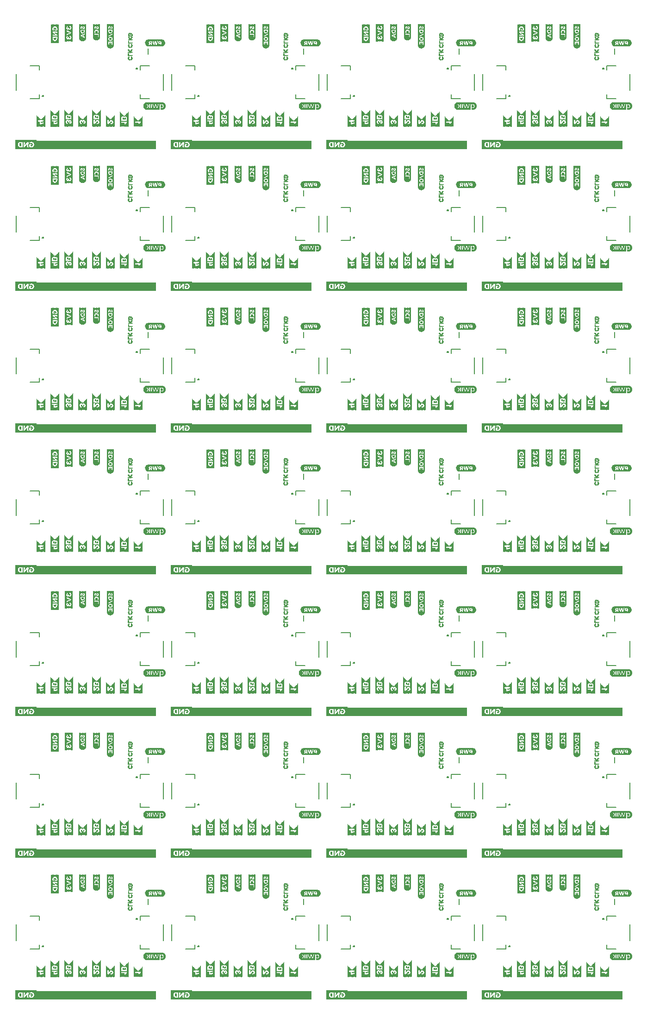
<source format=gbo>
G75*
%MOIN*%
%OFA0B0*%
%FSLAX25Y25*%
%IPPOS*%
%LPD*%
%AMOC8*
5,1,8,0,0,1.08239X$1,22.5*
%
%ADD10R,0.86100X0.06400*%
%ADD11C,0.00800*%
%ADD12C,0.00050*%
%ADD13R,0.10748X0.00118*%
%ADD14R,0.11457X0.00118*%
%ADD15R,0.11929X0.00079*%
%ADD16R,0.12402X0.00157*%
%ADD17R,0.12638X0.00118*%
%ADD18R,0.12874X0.00118*%
%ADD19R,0.13110X0.00079*%
%ADD20R,0.04961X0.00118*%
%ADD21R,0.03071X0.00118*%
%ADD22R,0.05079X0.00118*%
%ADD23R,0.02244X0.00157*%
%ADD24R,0.00945X0.00157*%
%ADD25R,0.01181X0.00157*%
%ADD26R,0.00472X0.00157*%
%ADD27R,0.02835X0.00157*%
%ADD28R,0.02244X0.00118*%
%ADD29R,0.00591X0.00118*%
%ADD30R,0.00945X0.00118*%
%ADD31R,0.00354X0.00118*%
%ADD32R,0.02598X0.00118*%
%ADD33R,0.02362X0.00118*%
%ADD34R,0.00472X0.00118*%
%ADD35R,0.00827X0.00118*%
%ADD36R,0.02480X0.00118*%
%ADD37R,0.02480X0.00157*%
%ADD38R,0.00236X0.00157*%
%ADD39R,0.00709X0.00157*%
%ADD40R,0.00354X0.00157*%
%ADD41R,0.00709X0.00118*%
%ADD42R,0.00236X0.00118*%
%ADD43R,0.02598X0.00157*%
%ADD44R,0.00591X0.00157*%
%ADD45R,0.00118X0.00157*%
%ADD46R,0.02717X0.00118*%
%ADD47R,0.02835X0.00118*%
%ADD48R,0.00827X0.00157*%
%ADD49R,0.01299X0.00118*%
%ADD50R,0.01654X0.00118*%
%ADD51R,0.01063X0.00118*%
%ADD52R,0.01063X0.00157*%
%ADD53R,0.01181X0.00118*%
%ADD54R,0.02126X0.00118*%
%ADD55R,0.02126X0.00157*%
%ADD56R,0.01417X0.00118*%
%ADD57R,0.13110X0.00118*%
%ADD58R,0.12402X0.00118*%
%ADD59R,0.11929X0.00118*%
%ADD60R,0.00157X0.12520*%
%ADD61R,0.00118X0.12520*%
%ADD62R,0.00118X0.02480*%
%ADD63R,0.00118X0.06220*%
%ADD64R,0.00157X0.02047*%
%ADD65R,0.00157X0.00945*%
%ADD66R,0.00118X0.01929*%
%ADD67R,0.00118X0.00709*%
%ADD68R,0.00118X0.02047*%
%ADD69R,0.00157X0.01772*%
%ADD70R,0.00157X0.00551*%
%ADD71R,0.00157X0.01811*%
%ADD72R,0.00118X0.01654*%
%ADD73R,0.00118X0.00433*%
%ADD74R,0.00118X0.01811*%
%ADD75R,0.00157X0.01654*%
%ADD76R,0.00118X0.00276*%
%ADD77R,0.00118X0.00394*%
%ADD78R,0.00118X0.01496*%
%ADD79R,0.00118X0.00551*%
%ADD80R,0.00157X0.00669*%
%ADD81R,0.00157X0.01378*%
%ADD82R,0.00157X0.00709*%
%ADD83R,0.00157X0.01496*%
%ADD84R,0.00118X0.00984*%
%ADD85R,0.00118X0.01260*%
%ADD86R,0.00157X0.01929*%
%ADD87R,0.00157X0.01102*%
%ADD88R,0.00118X0.00827*%
%ADD89R,0.00118X0.00945*%
%ADD90R,0.00157X0.02480*%
%ADD91R,0.00157X0.00984*%
%ADD92R,0.00118X0.01102*%
%ADD93R,0.00118X0.01772*%
%ADD94R,0.00157X0.01260*%
%ADD95R,0.00157X0.00394*%
%ADD96R,0.00157X0.02087*%
%ADD97R,0.00118X0.03031*%
%ADD98R,0.00118X0.02638*%
%ADD99R,0.00157X0.01220*%
%ADD100R,0.00157X0.00157*%
%ADD101R,0.00118X0.01220*%
%ADD102R,0.00118X0.00669*%
%ADD103R,0.00118X0.01378*%
%ADD104R,0.00157X0.02205*%
%ADD105R,0.00118X0.02205*%
%ADD106R,0.00157X0.13386*%
%ADD107R,0.00118X0.13386*%
%ADD108R,0.00118X0.02913*%
%ADD109R,0.00118X0.09646*%
%ADD110R,0.00157X0.02638*%
%ADD111R,0.00118X0.02362*%
%ADD112R,0.00157X0.00433*%
%ADD113R,0.00118X0.02087*%
%ADD114R,0.00157X0.00827*%
%ADD115R,0.00157X0.01535*%
%ADD116R,0.00118X0.01535*%
%ADD117R,0.00157X0.00276*%
%ADD118R,0.00118X0.00118*%
%ADD119R,0.00118X0.02756*%
%ADD120R,0.00118X0.09685*%
%ADD121R,0.00118X0.10039*%
%ADD122R,0.00079X0.10276*%
%ADD123R,0.00157X0.10512*%
%ADD124R,0.00118X0.10630*%
%ADD125R,0.00118X0.10748*%
%ADD126R,0.00079X0.10866*%
%ADD127R,0.00118X0.02126*%
%ADD128R,0.00118X0.05315*%
%ADD129R,0.00157X0.03661*%
%ADD130R,0.00118X0.01299*%
%ADD131R,0.00118X0.00472*%
%ADD132R,0.00118X0.03661*%
%ADD133R,0.00118X0.00354*%
%ADD134R,0.00118X0.00236*%
%ADD135R,0.00157X0.01417*%
%ADD136R,0.00157X0.00236*%
%ADD137R,0.00157X0.03780*%
%ADD138R,0.00118X0.01417*%
%ADD139R,0.00118X0.03780*%
%ADD140R,0.00118X0.01181*%
%ADD141R,0.00118X0.00591*%
%ADD142R,0.00118X0.03898*%
%ADD143R,0.00157X0.02008*%
%ADD144R,0.00157X0.03898*%
%ADD145R,0.00157X0.00354*%
%ADD146R,0.00157X0.02126*%
%ADD147R,0.00118X0.02008*%
%ADD148R,0.00157X0.02717*%
%ADD149R,0.00118X0.01063*%
%ADD150R,0.00157X0.01299*%
%ADD151R,0.00157X0.00591*%
%ADD152R,0.00118X0.02244*%
%ADD153R,0.00118X0.01890*%
%ADD154R,0.00118X0.10866*%
%ADD155R,0.00118X0.10512*%
%ADD156R,0.00118X0.10276*%
%ADD157R,0.00118X0.15591*%
%ADD158R,0.00118X0.15945*%
%ADD159R,0.00079X0.16181*%
%ADD160R,0.00157X0.16417*%
%ADD161R,0.00118X0.16535*%
%ADD162R,0.00118X0.16654*%
%ADD163R,0.00079X0.08268*%
%ADD164R,0.00079X0.08150*%
%ADD165R,0.00118X0.05551*%
%ADD166R,0.00118X0.06024*%
%ADD167R,0.00157X0.01890*%
%ADD168R,0.00157X0.02598*%
%ADD169R,0.00157X0.01063*%
%ADD170R,0.00157X0.02244*%
%ADD171R,0.00157X0.00472*%
%ADD172R,0.00118X0.04134*%
%ADD173R,0.00118X0.04252*%
%ADD174R,0.00157X0.01181*%
%ADD175R,0.00157X0.04252*%
%ADD176R,0.00118X0.03071*%
%ADD177R,0.00157X0.02953*%
%ADD178R,0.00157X0.02835*%
%ADD179R,0.00118X0.04016*%
%ADD180R,0.00118X0.02598*%
%ADD181R,0.00118X0.06850*%
%ADD182R,0.00118X0.09331*%
%ADD183R,0.00118X0.07087*%
%ADD184R,0.00118X0.16417*%
%ADD185R,0.00118X0.16181*%
%ADD186R,0.00118X0.10394*%
%ADD187R,0.00079X0.10984*%
%ADD188R,0.00157X0.11220*%
%ADD189R,0.00118X0.11339*%
%ADD190R,0.00118X0.11457*%
%ADD191R,0.00079X0.11575*%
%ADD192R,0.00118X0.08976*%
%ADD193R,0.00157X0.02362*%
%ADD194R,0.00157X0.03425*%
%ADD195R,0.00118X0.03307*%
%ADD196R,0.00118X0.03425*%
%ADD197R,0.00157X0.03307*%
%ADD198R,0.00118X0.03189*%
%ADD199R,0.00157X0.03071*%
%ADD200R,0.00118X0.02953*%
%ADD201R,0.00118X0.02835*%
%ADD202R,0.00118X0.11575*%
%ADD203R,0.00118X0.11220*%
%ADD204R,0.00118X0.10984*%
%ADD205R,0.15276X0.00157*%
%ADD206R,0.03307X0.00157*%
%ADD207R,0.11024X0.00157*%
%ADD208R,0.02992X0.00157*%
%ADD209R,0.01260X0.00157*%
%ADD210R,0.01890X0.00157*%
%ADD211R,0.00630X0.00157*%
%ADD212R,0.02677X0.00157*%
%ADD213R,0.00787X0.00157*%
%ADD214R,0.01575X0.00157*%
%ADD215R,0.02520X0.00157*%
%ADD216R,0.01417X0.00157*%
%ADD217R,0.02205X0.00157*%
%ADD218R,0.02362X0.00157*%
%ADD219R,0.02047X0.00157*%
%ADD220R,0.01102X0.00157*%
%ADD221R,0.01732X0.00157*%
%ADD222R,0.00315X0.00157*%
%ADD223R,0.03150X0.00157*%
%ADD224R,0.00157X0.08031*%
%ADD225R,0.00157X0.07874*%
%ADD226R,0.00157X0.07717*%
%ADD227R,0.00157X0.07559*%
%ADD228R,0.00157X0.07402*%
%ADD229R,0.00157X0.07244*%
%ADD230R,0.00157X0.07087*%
%ADD231R,0.00157X0.06929*%
%ADD232R,0.00157X0.00787*%
%ADD233R,0.00157X0.01732*%
%ADD234R,0.00157X0.01575*%
%ADD235R,0.00157X0.00630*%
%ADD236R,0.00157X0.03622*%
%ADD237R,0.00157X0.11811*%
%ADD238R,0.00157X0.11654*%
%ADD239R,0.00157X0.11496*%
%ADD240R,0.00157X0.11339*%
%ADD241R,0.00157X0.11181*%
%ADD242R,0.00157X0.11024*%
%ADD243R,0.00157X0.10866*%
%ADD244R,0.00157X0.10709*%
%ADD245R,0.00157X0.02520*%
%ADD246R,0.00157X0.02677*%
%ADD247R,0.00157X0.03937*%
%ADD248R,0.00157X0.03150*%
%ADD249R,0.00157X0.02992*%
%ADD250R,0.00157X0.00315*%
%ADD251R,0.00157X0.03465*%
%ADD252R,0.00157X0.10551*%
%ADD253R,0.00157X0.10394*%
%ADD254R,0.00157X0.10236*%
%ADD255R,0.00157X0.10079*%
%ADD256R,0.00157X0.09921*%
%ADD257R,0.00157X0.09764*%
%ADD258R,0.00157X0.09606*%
%ADD259R,0.00157X0.09449*%
%ADD260R,0.00157X0.06772*%
%ADD261R,0.00157X0.06614*%
%ADD262R,0.00157X0.06457*%
%ADD263R,0.00157X0.06299*%
%ADD264R,0.00157X0.06142*%
%ADD265R,0.00157X0.05984*%
D10*
X0103092Y0033750D03*
X0103092Y0135750D03*
X0103092Y0237750D03*
X0103092Y0339750D03*
X0103092Y0441750D03*
X0103092Y0543750D03*
X0103092Y0645750D03*
X0215092Y0645750D03*
X0215092Y0543750D03*
X0215092Y0441750D03*
X0215092Y0339750D03*
X0215092Y0237750D03*
X0215092Y0135750D03*
X0215092Y0033750D03*
X0327092Y0033750D03*
X0327092Y0135750D03*
X0327092Y0237750D03*
X0327092Y0339750D03*
X0327092Y0441750D03*
X0327092Y0543750D03*
X0327092Y0645750D03*
X0439092Y0645750D03*
X0439092Y0543750D03*
X0439092Y0441750D03*
X0439092Y0339750D03*
X0439092Y0237750D03*
X0439092Y0135750D03*
X0439092Y0033750D03*
D11*
X0470720Y0066939D02*
X0477216Y0066939D01*
X0470720Y0066939D02*
X0470720Y0069892D01*
X0470720Y0087608D02*
X0470720Y0090561D01*
X0477216Y0090561D01*
X0476392Y0099075D02*
X0476392Y0102825D01*
X0467761Y0088593D02*
X0467763Y0088633D01*
X0467769Y0088672D01*
X0467779Y0088711D01*
X0467792Y0088748D01*
X0467810Y0088784D01*
X0467831Y0088818D01*
X0467855Y0088850D01*
X0467882Y0088879D01*
X0467912Y0088906D01*
X0467944Y0088929D01*
X0467979Y0088949D01*
X0468015Y0088965D01*
X0468053Y0088978D01*
X0468092Y0088987D01*
X0468131Y0088992D01*
X0468171Y0088993D01*
X0468211Y0088990D01*
X0468250Y0088983D01*
X0468288Y0088972D01*
X0468326Y0088958D01*
X0468361Y0088939D01*
X0468394Y0088918D01*
X0468426Y0088893D01*
X0468454Y0088865D01*
X0468480Y0088835D01*
X0468502Y0088802D01*
X0468521Y0088767D01*
X0468537Y0088730D01*
X0468549Y0088692D01*
X0468557Y0088653D01*
X0468561Y0088613D01*
X0468561Y0088573D01*
X0468557Y0088533D01*
X0468549Y0088494D01*
X0468537Y0088456D01*
X0468521Y0088419D01*
X0468502Y0088384D01*
X0468480Y0088351D01*
X0468454Y0088321D01*
X0468426Y0088293D01*
X0468394Y0088268D01*
X0468361Y0088247D01*
X0468326Y0088228D01*
X0468288Y0088214D01*
X0468250Y0088203D01*
X0468211Y0088196D01*
X0468171Y0088193D01*
X0468131Y0088194D01*
X0468092Y0088199D01*
X0468053Y0088208D01*
X0468015Y0088221D01*
X0467979Y0088237D01*
X0467944Y0088257D01*
X0467912Y0088280D01*
X0467882Y0088307D01*
X0467855Y0088336D01*
X0467831Y0088368D01*
X0467810Y0088402D01*
X0467792Y0088438D01*
X0467779Y0088475D01*
X0467769Y0088514D01*
X0467763Y0088553D01*
X0467761Y0088593D01*
X0487452Y0084656D02*
X0487452Y0072844D01*
X0477216Y0168939D02*
X0470720Y0168939D01*
X0470720Y0171892D01*
X0470720Y0189608D02*
X0470720Y0192561D01*
X0477216Y0192561D01*
X0476392Y0201075D02*
X0476392Y0204825D01*
X0467761Y0190593D02*
X0467763Y0190633D01*
X0467769Y0190672D01*
X0467779Y0190711D01*
X0467792Y0190748D01*
X0467810Y0190784D01*
X0467831Y0190818D01*
X0467855Y0190850D01*
X0467882Y0190879D01*
X0467912Y0190906D01*
X0467944Y0190929D01*
X0467979Y0190949D01*
X0468015Y0190965D01*
X0468053Y0190978D01*
X0468092Y0190987D01*
X0468131Y0190992D01*
X0468171Y0190993D01*
X0468211Y0190990D01*
X0468250Y0190983D01*
X0468288Y0190972D01*
X0468326Y0190958D01*
X0468361Y0190939D01*
X0468394Y0190918D01*
X0468426Y0190893D01*
X0468454Y0190865D01*
X0468480Y0190835D01*
X0468502Y0190802D01*
X0468521Y0190767D01*
X0468537Y0190730D01*
X0468549Y0190692D01*
X0468557Y0190653D01*
X0468561Y0190613D01*
X0468561Y0190573D01*
X0468557Y0190533D01*
X0468549Y0190494D01*
X0468537Y0190456D01*
X0468521Y0190419D01*
X0468502Y0190384D01*
X0468480Y0190351D01*
X0468454Y0190321D01*
X0468426Y0190293D01*
X0468394Y0190268D01*
X0468361Y0190247D01*
X0468326Y0190228D01*
X0468288Y0190214D01*
X0468250Y0190203D01*
X0468211Y0190196D01*
X0468171Y0190193D01*
X0468131Y0190194D01*
X0468092Y0190199D01*
X0468053Y0190208D01*
X0468015Y0190221D01*
X0467979Y0190237D01*
X0467944Y0190257D01*
X0467912Y0190280D01*
X0467882Y0190307D01*
X0467855Y0190336D01*
X0467831Y0190368D01*
X0467810Y0190402D01*
X0467792Y0190438D01*
X0467779Y0190475D01*
X0467769Y0190514D01*
X0467763Y0190553D01*
X0467761Y0190593D01*
X0487452Y0186656D02*
X0487452Y0174844D01*
X0477216Y0270939D02*
X0470720Y0270939D01*
X0470720Y0273892D01*
X0487452Y0276844D02*
X0487452Y0288656D01*
X0477216Y0294561D02*
X0470720Y0294561D01*
X0470720Y0291608D01*
X0467761Y0292593D02*
X0467763Y0292633D01*
X0467769Y0292672D01*
X0467779Y0292711D01*
X0467792Y0292748D01*
X0467810Y0292784D01*
X0467831Y0292818D01*
X0467855Y0292850D01*
X0467882Y0292879D01*
X0467912Y0292906D01*
X0467944Y0292929D01*
X0467979Y0292949D01*
X0468015Y0292965D01*
X0468053Y0292978D01*
X0468092Y0292987D01*
X0468131Y0292992D01*
X0468171Y0292993D01*
X0468211Y0292990D01*
X0468250Y0292983D01*
X0468288Y0292972D01*
X0468326Y0292958D01*
X0468361Y0292939D01*
X0468394Y0292918D01*
X0468426Y0292893D01*
X0468454Y0292865D01*
X0468480Y0292835D01*
X0468502Y0292802D01*
X0468521Y0292767D01*
X0468537Y0292730D01*
X0468549Y0292692D01*
X0468557Y0292653D01*
X0468561Y0292613D01*
X0468561Y0292573D01*
X0468557Y0292533D01*
X0468549Y0292494D01*
X0468537Y0292456D01*
X0468521Y0292419D01*
X0468502Y0292384D01*
X0468480Y0292351D01*
X0468454Y0292321D01*
X0468426Y0292293D01*
X0468394Y0292268D01*
X0468361Y0292247D01*
X0468326Y0292228D01*
X0468288Y0292214D01*
X0468250Y0292203D01*
X0468211Y0292196D01*
X0468171Y0292193D01*
X0468131Y0292194D01*
X0468092Y0292199D01*
X0468053Y0292208D01*
X0468015Y0292221D01*
X0467979Y0292237D01*
X0467944Y0292257D01*
X0467912Y0292280D01*
X0467882Y0292307D01*
X0467855Y0292336D01*
X0467831Y0292368D01*
X0467810Y0292402D01*
X0467792Y0292438D01*
X0467779Y0292475D01*
X0467769Y0292514D01*
X0467763Y0292553D01*
X0467761Y0292593D01*
X0476392Y0303075D02*
X0476392Y0306825D01*
X0477216Y0372939D02*
X0470720Y0372939D01*
X0470720Y0375892D01*
X0470720Y0393608D02*
X0470720Y0396561D01*
X0477216Y0396561D01*
X0467761Y0394593D02*
X0467763Y0394633D01*
X0467769Y0394672D01*
X0467779Y0394711D01*
X0467792Y0394748D01*
X0467810Y0394784D01*
X0467831Y0394818D01*
X0467855Y0394850D01*
X0467882Y0394879D01*
X0467912Y0394906D01*
X0467944Y0394929D01*
X0467979Y0394949D01*
X0468015Y0394965D01*
X0468053Y0394978D01*
X0468092Y0394987D01*
X0468131Y0394992D01*
X0468171Y0394993D01*
X0468211Y0394990D01*
X0468250Y0394983D01*
X0468288Y0394972D01*
X0468326Y0394958D01*
X0468361Y0394939D01*
X0468394Y0394918D01*
X0468426Y0394893D01*
X0468454Y0394865D01*
X0468480Y0394835D01*
X0468502Y0394802D01*
X0468521Y0394767D01*
X0468537Y0394730D01*
X0468549Y0394692D01*
X0468557Y0394653D01*
X0468561Y0394613D01*
X0468561Y0394573D01*
X0468557Y0394533D01*
X0468549Y0394494D01*
X0468537Y0394456D01*
X0468521Y0394419D01*
X0468502Y0394384D01*
X0468480Y0394351D01*
X0468454Y0394321D01*
X0468426Y0394293D01*
X0468394Y0394268D01*
X0468361Y0394247D01*
X0468326Y0394228D01*
X0468288Y0394214D01*
X0468250Y0394203D01*
X0468211Y0394196D01*
X0468171Y0394193D01*
X0468131Y0394194D01*
X0468092Y0394199D01*
X0468053Y0394208D01*
X0468015Y0394221D01*
X0467979Y0394237D01*
X0467944Y0394257D01*
X0467912Y0394280D01*
X0467882Y0394307D01*
X0467855Y0394336D01*
X0467831Y0394368D01*
X0467810Y0394402D01*
X0467792Y0394438D01*
X0467779Y0394475D01*
X0467769Y0394514D01*
X0467763Y0394553D01*
X0467761Y0394593D01*
X0476392Y0405075D02*
X0476392Y0408825D01*
X0487452Y0390656D02*
X0487452Y0378844D01*
X0477216Y0474939D02*
X0470720Y0474939D01*
X0470720Y0477892D01*
X0470720Y0495608D02*
X0470720Y0498561D01*
X0477216Y0498561D01*
X0476392Y0507075D02*
X0476392Y0510825D01*
X0467761Y0496593D02*
X0467763Y0496633D01*
X0467769Y0496672D01*
X0467779Y0496711D01*
X0467792Y0496748D01*
X0467810Y0496784D01*
X0467831Y0496818D01*
X0467855Y0496850D01*
X0467882Y0496879D01*
X0467912Y0496906D01*
X0467944Y0496929D01*
X0467979Y0496949D01*
X0468015Y0496965D01*
X0468053Y0496978D01*
X0468092Y0496987D01*
X0468131Y0496992D01*
X0468171Y0496993D01*
X0468211Y0496990D01*
X0468250Y0496983D01*
X0468288Y0496972D01*
X0468326Y0496958D01*
X0468361Y0496939D01*
X0468394Y0496918D01*
X0468426Y0496893D01*
X0468454Y0496865D01*
X0468480Y0496835D01*
X0468502Y0496802D01*
X0468521Y0496767D01*
X0468537Y0496730D01*
X0468549Y0496692D01*
X0468557Y0496653D01*
X0468561Y0496613D01*
X0468561Y0496573D01*
X0468557Y0496533D01*
X0468549Y0496494D01*
X0468537Y0496456D01*
X0468521Y0496419D01*
X0468502Y0496384D01*
X0468480Y0496351D01*
X0468454Y0496321D01*
X0468426Y0496293D01*
X0468394Y0496268D01*
X0468361Y0496247D01*
X0468326Y0496228D01*
X0468288Y0496214D01*
X0468250Y0496203D01*
X0468211Y0496196D01*
X0468171Y0496193D01*
X0468131Y0496194D01*
X0468092Y0496199D01*
X0468053Y0496208D01*
X0468015Y0496221D01*
X0467979Y0496237D01*
X0467944Y0496257D01*
X0467912Y0496280D01*
X0467882Y0496307D01*
X0467855Y0496336D01*
X0467831Y0496368D01*
X0467810Y0496402D01*
X0467792Y0496438D01*
X0467779Y0496475D01*
X0467769Y0496514D01*
X0467763Y0496553D01*
X0467761Y0496593D01*
X0487452Y0492656D02*
X0487452Y0480844D01*
X0477216Y0576939D02*
X0470720Y0576939D01*
X0470720Y0579892D01*
X0470720Y0597608D02*
X0470720Y0600561D01*
X0477216Y0600561D01*
X0476392Y0609075D02*
X0476392Y0612825D01*
X0467761Y0598593D02*
X0467763Y0598633D01*
X0467769Y0598672D01*
X0467779Y0598711D01*
X0467792Y0598748D01*
X0467810Y0598784D01*
X0467831Y0598818D01*
X0467855Y0598850D01*
X0467882Y0598879D01*
X0467912Y0598906D01*
X0467944Y0598929D01*
X0467979Y0598949D01*
X0468015Y0598965D01*
X0468053Y0598978D01*
X0468092Y0598987D01*
X0468131Y0598992D01*
X0468171Y0598993D01*
X0468211Y0598990D01*
X0468250Y0598983D01*
X0468288Y0598972D01*
X0468326Y0598958D01*
X0468361Y0598939D01*
X0468394Y0598918D01*
X0468426Y0598893D01*
X0468454Y0598865D01*
X0468480Y0598835D01*
X0468502Y0598802D01*
X0468521Y0598767D01*
X0468537Y0598730D01*
X0468549Y0598692D01*
X0468557Y0598653D01*
X0468561Y0598613D01*
X0468561Y0598573D01*
X0468557Y0598533D01*
X0468549Y0598494D01*
X0468537Y0598456D01*
X0468521Y0598419D01*
X0468502Y0598384D01*
X0468480Y0598351D01*
X0468454Y0598321D01*
X0468426Y0598293D01*
X0468394Y0598268D01*
X0468361Y0598247D01*
X0468326Y0598228D01*
X0468288Y0598214D01*
X0468250Y0598203D01*
X0468211Y0598196D01*
X0468171Y0598193D01*
X0468131Y0598194D01*
X0468092Y0598199D01*
X0468053Y0598208D01*
X0468015Y0598221D01*
X0467979Y0598237D01*
X0467944Y0598257D01*
X0467912Y0598280D01*
X0467882Y0598307D01*
X0467855Y0598336D01*
X0467831Y0598368D01*
X0467810Y0598402D01*
X0467792Y0598438D01*
X0467779Y0598475D01*
X0467769Y0598514D01*
X0467763Y0598553D01*
X0467761Y0598593D01*
X0487452Y0594656D02*
X0487452Y0582844D01*
X0477216Y0678939D02*
X0470720Y0678939D01*
X0470720Y0681892D01*
X0470720Y0699608D02*
X0470720Y0702561D01*
X0477216Y0702561D01*
X0476392Y0711075D02*
X0476392Y0714825D01*
X0467761Y0700593D02*
X0467763Y0700633D01*
X0467769Y0700672D01*
X0467779Y0700711D01*
X0467792Y0700748D01*
X0467810Y0700784D01*
X0467831Y0700818D01*
X0467855Y0700850D01*
X0467882Y0700879D01*
X0467912Y0700906D01*
X0467944Y0700929D01*
X0467979Y0700949D01*
X0468015Y0700965D01*
X0468053Y0700978D01*
X0468092Y0700987D01*
X0468131Y0700992D01*
X0468171Y0700993D01*
X0468211Y0700990D01*
X0468250Y0700983D01*
X0468288Y0700972D01*
X0468326Y0700958D01*
X0468361Y0700939D01*
X0468394Y0700918D01*
X0468426Y0700893D01*
X0468454Y0700865D01*
X0468480Y0700835D01*
X0468502Y0700802D01*
X0468521Y0700767D01*
X0468537Y0700730D01*
X0468549Y0700692D01*
X0468557Y0700653D01*
X0468561Y0700613D01*
X0468561Y0700573D01*
X0468557Y0700533D01*
X0468549Y0700494D01*
X0468537Y0700456D01*
X0468521Y0700419D01*
X0468502Y0700384D01*
X0468480Y0700351D01*
X0468454Y0700321D01*
X0468426Y0700293D01*
X0468394Y0700268D01*
X0468361Y0700247D01*
X0468326Y0700228D01*
X0468288Y0700214D01*
X0468250Y0700203D01*
X0468211Y0700196D01*
X0468171Y0700193D01*
X0468131Y0700194D01*
X0468092Y0700199D01*
X0468053Y0700208D01*
X0468015Y0700221D01*
X0467979Y0700237D01*
X0467944Y0700257D01*
X0467912Y0700280D01*
X0467882Y0700307D01*
X0467855Y0700336D01*
X0467831Y0700368D01*
X0467810Y0700402D01*
X0467792Y0700438D01*
X0467779Y0700475D01*
X0467769Y0700514D01*
X0467763Y0700553D01*
X0467761Y0700593D01*
X0487452Y0696656D02*
X0487452Y0684844D01*
X0400123Y0680907D02*
X0400125Y0680947D01*
X0400131Y0680986D01*
X0400141Y0681025D01*
X0400154Y0681062D01*
X0400172Y0681098D01*
X0400193Y0681132D01*
X0400217Y0681164D01*
X0400244Y0681193D01*
X0400274Y0681220D01*
X0400306Y0681243D01*
X0400341Y0681263D01*
X0400377Y0681279D01*
X0400415Y0681292D01*
X0400454Y0681301D01*
X0400493Y0681306D01*
X0400533Y0681307D01*
X0400573Y0681304D01*
X0400612Y0681297D01*
X0400650Y0681286D01*
X0400688Y0681272D01*
X0400723Y0681253D01*
X0400756Y0681232D01*
X0400788Y0681207D01*
X0400816Y0681179D01*
X0400842Y0681149D01*
X0400864Y0681116D01*
X0400883Y0681081D01*
X0400899Y0681044D01*
X0400911Y0681006D01*
X0400919Y0680967D01*
X0400923Y0680927D01*
X0400923Y0680887D01*
X0400919Y0680847D01*
X0400911Y0680808D01*
X0400899Y0680770D01*
X0400883Y0680733D01*
X0400864Y0680698D01*
X0400842Y0680665D01*
X0400816Y0680635D01*
X0400788Y0680607D01*
X0400756Y0680582D01*
X0400723Y0680561D01*
X0400688Y0680542D01*
X0400650Y0680528D01*
X0400612Y0680517D01*
X0400573Y0680510D01*
X0400533Y0680507D01*
X0400493Y0680508D01*
X0400454Y0680513D01*
X0400415Y0680522D01*
X0400377Y0680535D01*
X0400341Y0680551D01*
X0400306Y0680571D01*
X0400274Y0680594D01*
X0400244Y0680621D01*
X0400217Y0680650D01*
X0400193Y0680682D01*
X0400172Y0680716D01*
X0400154Y0680752D01*
X0400141Y0680789D01*
X0400131Y0680828D01*
X0400125Y0680867D01*
X0400123Y0680907D01*
X0397964Y0681892D02*
X0397964Y0678939D01*
X0391468Y0678939D01*
X0381232Y0684844D02*
X0381232Y0696656D01*
X0375452Y0696656D02*
X0375452Y0684844D01*
X0365216Y0678939D02*
X0358720Y0678939D01*
X0358720Y0681892D01*
X0358720Y0699608D02*
X0358720Y0702561D01*
X0365216Y0702561D01*
X0364392Y0711075D02*
X0364392Y0714825D01*
X0355761Y0700593D02*
X0355763Y0700633D01*
X0355769Y0700672D01*
X0355779Y0700711D01*
X0355792Y0700748D01*
X0355810Y0700784D01*
X0355831Y0700818D01*
X0355855Y0700850D01*
X0355882Y0700879D01*
X0355912Y0700906D01*
X0355944Y0700929D01*
X0355979Y0700949D01*
X0356015Y0700965D01*
X0356053Y0700978D01*
X0356092Y0700987D01*
X0356131Y0700992D01*
X0356171Y0700993D01*
X0356211Y0700990D01*
X0356250Y0700983D01*
X0356288Y0700972D01*
X0356326Y0700958D01*
X0356361Y0700939D01*
X0356394Y0700918D01*
X0356426Y0700893D01*
X0356454Y0700865D01*
X0356480Y0700835D01*
X0356502Y0700802D01*
X0356521Y0700767D01*
X0356537Y0700730D01*
X0356549Y0700692D01*
X0356557Y0700653D01*
X0356561Y0700613D01*
X0356561Y0700573D01*
X0356557Y0700533D01*
X0356549Y0700494D01*
X0356537Y0700456D01*
X0356521Y0700419D01*
X0356502Y0700384D01*
X0356480Y0700351D01*
X0356454Y0700321D01*
X0356426Y0700293D01*
X0356394Y0700268D01*
X0356361Y0700247D01*
X0356326Y0700228D01*
X0356288Y0700214D01*
X0356250Y0700203D01*
X0356211Y0700196D01*
X0356171Y0700193D01*
X0356131Y0700194D01*
X0356092Y0700199D01*
X0356053Y0700208D01*
X0356015Y0700221D01*
X0355979Y0700237D01*
X0355944Y0700257D01*
X0355912Y0700280D01*
X0355882Y0700307D01*
X0355855Y0700336D01*
X0355831Y0700368D01*
X0355810Y0700402D01*
X0355792Y0700438D01*
X0355779Y0700475D01*
X0355769Y0700514D01*
X0355763Y0700553D01*
X0355761Y0700593D01*
X0391468Y0702561D02*
X0397964Y0702561D01*
X0397964Y0699608D01*
X0364392Y0612825D02*
X0364392Y0609075D01*
X0365216Y0600561D02*
X0358720Y0600561D01*
X0358720Y0597608D01*
X0355761Y0598593D02*
X0355763Y0598633D01*
X0355769Y0598672D01*
X0355779Y0598711D01*
X0355792Y0598748D01*
X0355810Y0598784D01*
X0355831Y0598818D01*
X0355855Y0598850D01*
X0355882Y0598879D01*
X0355912Y0598906D01*
X0355944Y0598929D01*
X0355979Y0598949D01*
X0356015Y0598965D01*
X0356053Y0598978D01*
X0356092Y0598987D01*
X0356131Y0598992D01*
X0356171Y0598993D01*
X0356211Y0598990D01*
X0356250Y0598983D01*
X0356288Y0598972D01*
X0356326Y0598958D01*
X0356361Y0598939D01*
X0356394Y0598918D01*
X0356426Y0598893D01*
X0356454Y0598865D01*
X0356480Y0598835D01*
X0356502Y0598802D01*
X0356521Y0598767D01*
X0356537Y0598730D01*
X0356549Y0598692D01*
X0356557Y0598653D01*
X0356561Y0598613D01*
X0356561Y0598573D01*
X0356557Y0598533D01*
X0356549Y0598494D01*
X0356537Y0598456D01*
X0356521Y0598419D01*
X0356502Y0598384D01*
X0356480Y0598351D01*
X0356454Y0598321D01*
X0356426Y0598293D01*
X0356394Y0598268D01*
X0356361Y0598247D01*
X0356326Y0598228D01*
X0356288Y0598214D01*
X0356250Y0598203D01*
X0356211Y0598196D01*
X0356171Y0598193D01*
X0356131Y0598194D01*
X0356092Y0598199D01*
X0356053Y0598208D01*
X0356015Y0598221D01*
X0355979Y0598237D01*
X0355944Y0598257D01*
X0355912Y0598280D01*
X0355882Y0598307D01*
X0355855Y0598336D01*
X0355831Y0598368D01*
X0355810Y0598402D01*
X0355792Y0598438D01*
X0355779Y0598475D01*
X0355769Y0598514D01*
X0355763Y0598553D01*
X0355761Y0598593D01*
X0358720Y0579892D02*
X0358720Y0576939D01*
X0365216Y0576939D01*
X0375452Y0582844D02*
X0375452Y0594656D01*
X0381232Y0594656D02*
X0381232Y0582844D01*
X0391468Y0576939D02*
X0397964Y0576939D01*
X0397964Y0579892D01*
X0400123Y0578907D02*
X0400125Y0578947D01*
X0400131Y0578986D01*
X0400141Y0579025D01*
X0400154Y0579062D01*
X0400172Y0579098D01*
X0400193Y0579132D01*
X0400217Y0579164D01*
X0400244Y0579193D01*
X0400274Y0579220D01*
X0400306Y0579243D01*
X0400341Y0579263D01*
X0400377Y0579279D01*
X0400415Y0579292D01*
X0400454Y0579301D01*
X0400493Y0579306D01*
X0400533Y0579307D01*
X0400573Y0579304D01*
X0400612Y0579297D01*
X0400650Y0579286D01*
X0400688Y0579272D01*
X0400723Y0579253D01*
X0400756Y0579232D01*
X0400788Y0579207D01*
X0400816Y0579179D01*
X0400842Y0579149D01*
X0400864Y0579116D01*
X0400883Y0579081D01*
X0400899Y0579044D01*
X0400911Y0579006D01*
X0400919Y0578967D01*
X0400923Y0578927D01*
X0400923Y0578887D01*
X0400919Y0578847D01*
X0400911Y0578808D01*
X0400899Y0578770D01*
X0400883Y0578733D01*
X0400864Y0578698D01*
X0400842Y0578665D01*
X0400816Y0578635D01*
X0400788Y0578607D01*
X0400756Y0578582D01*
X0400723Y0578561D01*
X0400688Y0578542D01*
X0400650Y0578528D01*
X0400612Y0578517D01*
X0400573Y0578510D01*
X0400533Y0578507D01*
X0400493Y0578508D01*
X0400454Y0578513D01*
X0400415Y0578522D01*
X0400377Y0578535D01*
X0400341Y0578551D01*
X0400306Y0578571D01*
X0400274Y0578594D01*
X0400244Y0578621D01*
X0400217Y0578650D01*
X0400193Y0578682D01*
X0400172Y0578716D01*
X0400154Y0578752D01*
X0400141Y0578789D01*
X0400131Y0578828D01*
X0400125Y0578867D01*
X0400123Y0578907D01*
X0397964Y0597608D02*
X0397964Y0600561D01*
X0391468Y0600561D01*
X0364392Y0510825D02*
X0364392Y0507075D01*
X0365216Y0498561D02*
X0358720Y0498561D01*
X0358720Y0495608D01*
X0355761Y0496593D02*
X0355763Y0496633D01*
X0355769Y0496672D01*
X0355779Y0496711D01*
X0355792Y0496748D01*
X0355810Y0496784D01*
X0355831Y0496818D01*
X0355855Y0496850D01*
X0355882Y0496879D01*
X0355912Y0496906D01*
X0355944Y0496929D01*
X0355979Y0496949D01*
X0356015Y0496965D01*
X0356053Y0496978D01*
X0356092Y0496987D01*
X0356131Y0496992D01*
X0356171Y0496993D01*
X0356211Y0496990D01*
X0356250Y0496983D01*
X0356288Y0496972D01*
X0356326Y0496958D01*
X0356361Y0496939D01*
X0356394Y0496918D01*
X0356426Y0496893D01*
X0356454Y0496865D01*
X0356480Y0496835D01*
X0356502Y0496802D01*
X0356521Y0496767D01*
X0356537Y0496730D01*
X0356549Y0496692D01*
X0356557Y0496653D01*
X0356561Y0496613D01*
X0356561Y0496573D01*
X0356557Y0496533D01*
X0356549Y0496494D01*
X0356537Y0496456D01*
X0356521Y0496419D01*
X0356502Y0496384D01*
X0356480Y0496351D01*
X0356454Y0496321D01*
X0356426Y0496293D01*
X0356394Y0496268D01*
X0356361Y0496247D01*
X0356326Y0496228D01*
X0356288Y0496214D01*
X0356250Y0496203D01*
X0356211Y0496196D01*
X0356171Y0496193D01*
X0356131Y0496194D01*
X0356092Y0496199D01*
X0356053Y0496208D01*
X0356015Y0496221D01*
X0355979Y0496237D01*
X0355944Y0496257D01*
X0355912Y0496280D01*
X0355882Y0496307D01*
X0355855Y0496336D01*
X0355831Y0496368D01*
X0355810Y0496402D01*
X0355792Y0496438D01*
X0355779Y0496475D01*
X0355769Y0496514D01*
X0355763Y0496553D01*
X0355761Y0496593D01*
X0358720Y0477892D02*
X0358720Y0474939D01*
X0365216Y0474939D01*
X0375452Y0480844D02*
X0375452Y0492656D01*
X0381232Y0492656D02*
X0381232Y0480844D01*
X0391468Y0474939D02*
X0397964Y0474939D01*
X0397964Y0477892D01*
X0400123Y0476907D02*
X0400125Y0476947D01*
X0400131Y0476986D01*
X0400141Y0477025D01*
X0400154Y0477062D01*
X0400172Y0477098D01*
X0400193Y0477132D01*
X0400217Y0477164D01*
X0400244Y0477193D01*
X0400274Y0477220D01*
X0400306Y0477243D01*
X0400341Y0477263D01*
X0400377Y0477279D01*
X0400415Y0477292D01*
X0400454Y0477301D01*
X0400493Y0477306D01*
X0400533Y0477307D01*
X0400573Y0477304D01*
X0400612Y0477297D01*
X0400650Y0477286D01*
X0400688Y0477272D01*
X0400723Y0477253D01*
X0400756Y0477232D01*
X0400788Y0477207D01*
X0400816Y0477179D01*
X0400842Y0477149D01*
X0400864Y0477116D01*
X0400883Y0477081D01*
X0400899Y0477044D01*
X0400911Y0477006D01*
X0400919Y0476967D01*
X0400923Y0476927D01*
X0400923Y0476887D01*
X0400919Y0476847D01*
X0400911Y0476808D01*
X0400899Y0476770D01*
X0400883Y0476733D01*
X0400864Y0476698D01*
X0400842Y0476665D01*
X0400816Y0476635D01*
X0400788Y0476607D01*
X0400756Y0476582D01*
X0400723Y0476561D01*
X0400688Y0476542D01*
X0400650Y0476528D01*
X0400612Y0476517D01*
X0400573Y0476510D01*
X0400533Y0476507D01*
X0400493Y0476508D01*
X0400454Y0476513D01*
X0400415Y0476522D01*
X0400377Y0476535D01*
X0400341Y0476551D01*
X0400306Y0476571D01*
X0400274Y0476594D01*
X0400244Y0476621D01*
X0400217Y0476650D01*
X0400193Y0476682D01*
X0400172Y0476716D01*
X0400154Y0476752D01*
X0400141Y0476789D01*
X0400131Y0476828D01*
X0400125Y0476867D01*
X0400123Y0476907D01*
X0397964Y0495608D02*
X0397964Y0498561D01*
X0391468Y0498561D01*
X0364392Y0408825D02*
X0364392Y0405075D01*
X0365216Y0396561D02*
X0358720Y0396561D01*
X0358720Y0393608D01*
X0355761Y0394593D02*
X0355763Y0394633D01*
X0355769Y0394672D01*
X0355779Y0394711D01*
X0355792Y0394748D01*
X0355810Y0394784D01*
X0355831Y0394818D01*
X0355855Y0394850D01*
X0355882Y0394879D01*
X0355912Y0394906D01*
X0355944Y0394929D01*
X0355979Y0394949D01*
X0356015Y0394965D01*
X0356053Y0394978D01*
X0356092Y0394987D01*
X0356131Y0394992D01*
X0356171Y0394993D01*
X0356211Y0394990D01*
X0356250Y0394983D01*
X0356288Y0394972D01*
X0356326Y0394958D01*
X0356361Y0394939D01*
X0356394Y0394918D01*
X0356426Y0394893D01*
X0356454Y0394865D01*
X0356480Y0394835D01*
X0356502Y0394802D01*
X0356521Y0394767D01*
X0356537Y0394730D01*
X0356549Y0394692D01*
X0356557Y0394653D01*
X0356561Y0394613D01*
X0356561Y0394573D01*
X0356557Y0394533D01*
X0356549Y0394494D01*
X0356537Y0394456D01*
X0356521Y0394419D01*
X0356502Y0394384D01*
X0356480Y0394351D01*
X0356454Y0394321D01*
X0356426Y0394293D01*
X0356394Y0394268D01*
X0356361Y0394247D01*
X0356326Y0394228D01*
X0356288Y0394214D01*
X0356250Y0394203D01*
X0356211Y0394196D01*
X0356171Y0394193D01*
X0356131Y0394194D01*
X0356092Y0394199D01*
X0356053Y0394208D01*
X0356015Y0394221D01*
X0355979Y0394237D01*
X0355944Y0394257D01*
X0355912Y0394280D01*
X0355882Y0394307D01*
X0355855Y0394336D01*
X0355831Y0394368D01*
X0355810Y0394402D01*
X0355792Y0394438D01*
X0355779Y0394475D01*
X0355769Y0394514D01*
X0355763Y0394553D01*
X0355761Y0394593D01*
X0358720Y0375892D02*
X0358720Y0372939D01*
X0365216Y0372939D01*
X0375452Y0378844D02*
X0375452Y0390656D01*
X0381232Y0390656D02*
X0381232Y0378844D01*
X0391468Y0372939D02*
X0397964Y0372939D01*
X0397964Y0375892D01*
X0400123Y0374907D02*
X0400125Y0374947D01*
X0400131Y0374986D01*
X0400141Y0375025D01*
X0400154Y0375062D01*
X0400172Y0375098D01*
X0400193Y0375132D01*
X0400217Y0375164D01*
X0400244Y0375193D01*
X0400274Y0375220D01*
X0400306Y0375243D01*
X0400341Y0375263D01*
X0400377Y0375279D01*
X0400415Y0375292D01*
X0400454Y0375301D01*
X0400493Y0375306D01*
X0400533Y0375307D01*
X0400573Y0375304D01*
X0400612Y0375297D01*
X0400650Y0375286D01*
X0400688Y0375272D01*
X0400723Y0375253D01*
X0400756Y0375232D01*
X0400788Y0375207D01*
X0400816Y0375179D01*
X0400842Y0375149D01*
X0400864Y0375116D01*
X0400883Y0375081D01*
X0400899Y0375044D01*
X0400911Y0375006D01*
X0400919Y0374967D01*
X0400923Y0374927D01*
X0400923Y0374887D01*
X0400919Y0374847D01*
X0400911Y0374808D01*
X0400899Y0374770D01*
X0400883Y0374733D01*
X0400864Y0374698D01*
X0400842Y0374665D01*
X0400816Y0374635D01*
X0400788Y0374607D01*
X0400756Y0374582D01*
X0400723Y0374561D01*
X0400688Y0374542D01*
X0400650Y0374528D01*
X0400612Y0374517D01*
X0400573Y0374510D01*
X0400533Y0374507D01*
X0400493Y0374508D01*
X0400454Y0374513D01*
X0400415Y0374522D01*
X0400377Y0374535D01*
X0400341Y0374551D01*
X0400306Y0374571D01*
X0400274Y0374594D01*
X0400244Y0374621D01*
X0400217Y0374650D01*
X0400193Y0374682D01*
X0400172Y0374716D01*
X0400154Y0374752D01*
X0400141Y0374789D01*
X0400131Y0374828D01*
X0400125Y0374867D01*
X0400123Y0374907D01*
X0397964Y0393608D02*
X0397964Y0396561D01*
X0391468Y0396561D01*
X0364392Y0306825D02*
X0364392Y0303075D01*
X0365216Y0294561D02*
X0358720Y0294561D01*
X0358720Y0291608D01*
X0355761Y0292593D02*
X0355763Y0292633D01*
X0355769Y0292672D01*
X0355779Y0292711D01*
X0355792Y0292748D01*
X0355810Y0292784D01*
X0355831Y0292818D01*
X0355855Y0292850D01*
X0355882Y0292879D01*
X0355912Y0292906D01*
X0355944Y0292929D01*
X0355979Y0292949D01*
X0356015Y0292965D01*
X0356053Y0292978D01*
X0356092Y0292987D01*
X0356131Y0292992D01*
X0356171Y0292993D01*
X0356211Y0292990D01*
X0356250Y0292983D01*
X0356288Y0292972D01*
X0356326Y0292958D01*
X0356361Y0292939D01*
X0356394Y0292918D01*
X0356426Y0292893D01*
X0356454Y0292865D01*
X0356480Y0292835D01*
X0356502Y0292802D01*
X0356521Y0292767D01*
X0356537Y0292730D01*
X0356549Y0292692D01*
X0356557Y0292653D01*
X0356561Y0292613D01*
X0356561Y0292573D01*
X0356557Y0292533D01*
X0356549Y0292494D01*
X0356537Y0292456D01*
X0356521Y0292419D01*
X0356502Y0292384D01*
X0356480Y0292351D01*
X0356454Y0292321D01*
X0356426Y0292293D01*
X0356394Y0292268D01*
X0356361Y0292247D01*
X0356326Y0292228D01*
X0356288Y0292214D01*
X0356250Y0292203D01*
X0356211Y0292196D01*
X0356171Y0292193D01*
X0356131Y0292194D01*
X0356092Y0292199D01*
X0356053Y0292208D01*
X0356015Y0292221D01*
X0355979Y0292237D01*
X0355944Y0292257D01*
X0355912Y0292280D01*
X0355882Y0292307D01*
X0355855Y0292336D01*
X0355831Y0292368D01*
X0355810Y0292402D01*
X0355792Y0292438D01*
X0355779Y0292475D01*
X0355769Y0292514D01*
X0355763Y0292553D01*
X0355761Y0292593D01*
X0358720Y0273892D02*
X0358720Y0270939D01*
X0365216Y0270939D01*
X0375452Y0276844D02*
X0375452Y0288656D01*
X0381232Y0288656D02*
X0381232Y0276844D01*
X0391468Y0270939D02*
X0397964Y0270939D01*
X0397964Y0273892D01*
X0400123Y0272907D02*
X0400125Y0272947D01*
X0400131Y0272986D01*
X0400141Y0273025D01*
X0400154Y0273062D01*
X0400172Y0273098D01*
X0400193Y0273132D01*
X0400217Y0273164D01*
X0400244Y0273193D01*
X0400274Y0273220D01*
X0400306Y0273243D01*
X0400341Y0273263D01*
X0400377Y0273279D01*
X0400415Y0273292D01*
X0400454Y0273301D01*
X0400493Y0273306D01*
X0400533Y0273307D01*
X0400573Y0273304D01*
X0400612Y0273297D01*
X0400650Y0273286D01*
X0400688Y0273272D01*
X0400723Y0273253D01*
X0400756Y0273232D01*
X0400788Y0273207D01*
X0400816Y0273179D01*
X0400842Y0273149D01*
X0400864Y0273116D01*
X0400883Y0273081D01*
X0400899Y0273044D01*
X0400911Y0273006D01*
X0400919Y0272967D01*
X0400923Y0272927D01*
X0400923Y0272887D01*
X0400919Y0272847D01*
X0400911Y0272808D01*
X0400899Y0272770D01*
X0400883Y0272733D01*
X0400864Y0272698D01*
X0400842Y0272665D01*
X0400816Y0272635D01*
X0400788Y0272607D01*
X0400756Y0272582D01*
X0400723Y0272561D01*
X0400688Y0272542D01*
X0400650Y0272528D01*
X0400612Y0272517D01*
X0400573Y0272510D01*
X0400533Y0272507D01*
X0400493Y0272508D01*
X0400454Y0272513D01*
X0400415Y0272522D01*
X0400377Y0272535D01*
X0400341Y0272551D01*
X0400306Y0272571D01*
X0400274Y0272594D01*
X0400244Y0272621D01*
X0400217Y0272650D01*
X0400193Y0272682D01*
X0400172Y0272716D01*
X0400154Y0272752D01*
X0400141Y0272789D01*
X0400131Y0272828D01*
X0400125Y0272867D01*
X0400123Y0272907D01*
X0397964Y0291608D02*
X0397964Y0294561D01*
X0391468Y0294561D01*
X0364392Y0204825D02*
X0364392Y0201075D01*
X0365216Y0192561D02*
X0358720Y0192561D01*
X0358720Y0189608D01*
X0355761Y0190593D02*
X0355763Y0190633D01*
X0355769Y0190672D01*
X0355779Y0190711D01*
X0355792Y0190748D01*
X0355810Y0190784D01*
X0355831Y0190818D01*
X0355855Y0190850D01*
X0355882Y0190879D01*
X0355912Y0190906D01*
X0355944Y0190929D01*
X0355979Y0190949D01*
X0356015Y0190965D01*
X0356053Y0190978D01*
X0356092Y0190987D01*
X0356131Y0190992D01*
X0356171Y0190993D01*
X0356211Y0190990D01*
X0356250Y0190983D01*
X0356288Y0190972D01*
X0356326Y0190958D01*
X0356361Y0190939D01*
X0356394Y0190918D01*
X0356426Y0190893D01*
X0356454Y0190865D01*
X0356480Y0190835D01*
X0356502Y0190802D01*
X0356521Y0190767D01*
X0356537Y0190730D01*
X0356549Y0190692D01*
X0356557Y0190653D01*
X0356561Y0190613D01*
X0356561Y0190573D01*
X0356557Y0190533D01*
X0356549Y0190494D01*
X0356537Y0190456D01*
X0356521Y0190419D01*
X0356502Y0190384D01*
X0356480Y0190351D01*
X0356454Y0190321D01*
X0356426Y0190293D01*
X0356394Y0190268D01*
X0356361Y0190247D01*
X0356326Y0190228D01*
X0356288Y0190214D01*
X0356250Y0190203D01*
X0356211Y0190196D01*
X0356171Y0190193D01*
X0356131Y0190194D01*
X0356092Y0190199D01*
X0356053Y0190208D01*
X0356015Y0190221D01*
X0355979Y0190237D01*
X0355944Y0190257D01*
X0355912Y0190280D01*
X0355882Y0190307D01*
X0355855Y0190336D01*
X0355831Y0190368D01*
X0355810Y0190402D01*
X0355792Y0190438D01*
X0355779Y0190475D01*
X0355769Y0190514D01*
X0355763Y0190553D01*
X0355761Y0190593D01*
X0358720Y0171892D02*
X0358720Y0168939D01*
X0365216Y0168939D01*
X0375452Y0174844D02*
X0375452Y0186656D01*
X0381232Y0186656D02*
X0381232Y0174844D01*
X0391468Y0168939D02*
X0397964Y0168939D01*
X0397964Y0171892D01*
X0400123Y0170907D02*
X0400125Y0170947D01*
X0400131Y0170986D01*
X0400141Y0171025D01*
X0400154Y0171062D01*
X0400172Y0171098D01*
X0400193Y0171132D01*
X0400217Y0171164D01*
X0400244Y0171193D01*
X0400274Y0171220D01*
X0400306Y0171243D01*
X0400341Y0171263D01*
X0400377Y0171279D01*
X0400415Y0171292D01*
X0400454Y0171301D01*
X0400493Y0171306D01*
X0400533Y0171307D01*
X0400573Y0171304D01*
X0400612Y0171297D01*
X0400650Y0171286D01*
X0400688Y0171272D01*
X0400723Y0171253D01*
X0400756Y0171232D01*
X0400788Y0171207D01*
X0400816Y0171179D01*
X0400842Y0171149D01*
X0400864Y0171116D01*
X0400883Y0171081D01*
X0400899Y0171044D01*
X0400911Y0171006D01*
X0400919Y0170967D01*
X0400923Y0170927D01*
X0400923Y0170887D01*
X0400919Y0170847D01*
X0400911Y0170808D01*
X0400899Y0170770D01*
X0400883Y0170733D01*
X0400864Y0170698D01*
X0400842Y0170665D01*
X0400816Y0170635D01*
X0400788Y0170607D01*
X0400756Y0170582D01*
X0400723Y0170561D01*
X0400688Y0170542D01*
X0400650Y0170528D01*
X0400612Y0170517D01*
X0400573Y0170510D01*
X0400533Y0170507D01*
X0400493Y0170508D01*
X0400454Y0170513D01*
X0400415Y0170522D01*
X0400377Y0170535D01*
X0400341Y0170551D01*
X0400306Y0170571D01*
X0400274Y0170594D01*
X0400244Y0170621D01*
X0400217Y0170650D01*
X0400193Y0170682D01*
X0400172Y0170716D01*
X0400154Y0170752D01*
X0400141Y0170789D01*
X0400131Y0170828D01*
X0400125Y0170867D01*
X0400123Y0170907D01*
X0397964Y0189608D02*
X0397964Y0192561D01*
X0391468Y0192561D01*
X0364392Y0102825D02*
X0364392Y0099075D01*
X0365216Y0090561D02*
X0358720Y0090561D01*
X0358720Y0087608D01*
X0355761Y0088593D02*
X0355763Y0088633D01*
X0355769Y0088672D01*
X0355779Y0088711D01*
X0355792Y0088748D01*
X0355810Y0088784D01*
X0355831Y0088818D01*
X0355855Y0088850D01*
X0355882Y0088879D01*
X0355912Y0088906D01*
X0355944Y0088929D01*
X0355979Y0088949D01*
X0356015Y0088965D01*
X0356053Y0088978D01*
X0356092Y0088987D01*
X0356131Y0088992D01*
X0356171Y0088993D01*
X0356211Y0088990D01*
X0356250Y0088983D01*
X0356288Y0088972D01*
X0356326Y0088958D01*
X0356361Y0088939D01*
X0356394Y0088918D01*
X0356426Y0088893D01*
X0356454Y0088865D01*
X0356480Y0088835D01*
X0356502Y0088802D01*
X0356521Y0088767D01*
X0356537Y0088730D01*
X0356549Y0088692D01*
X0356557Y0088653D01*
X0356561Y0088613D01*
X0356561Y0088573D01*
X0356557Y0088533D01*
X0356549Y0088494D01*
X0356537Y0088456D01*
X0356521Y0088419D01*
X0356502Y0088384D01*
X0356480Y0088351D01*
X0356454Y0088321D01*
X0356426Y0088293D01*
X0356394Y0088268D01*
X0356361Y0088247D01*
X0356326Y0088228D01*
X0356288Y0088214D01*
X0356250Y0088203D01*
X0356211Y0088196D01*
X0356171Y0088193D01*
X0356131Y0088194D01*
X0356092Y0088199D01*
X0356053Y0088208D01*
X0356015Y0088221D01*
X0355979Y0088237D01*
X0355944Y0088257D01*
X0355912Y0088280D01*
X0355882Y0088307D01*
X0355855Y0088336D01*
X0355831Y0088368D01*
X0355810Y0088402D01*
X0355792Y0088438D01*
X0355779Y0088475D01*
X0355769Y0088514D01*
X0355763Y0088553D01*
X0355761Y0088593D01*
X0358720Y0069892D02*
X0358720Y0066939D01*
X0365216Y0066939D01*
X0375452Y0072844D02*
X0375452Y0084656D01*
X0381232Y0084656D02*
X0381232Y0072844D01*
X0391468Y0066939D02*
X0397964Y0066939D01*
X0397964Y0069892D01*
X0400123Y0068907D02*
X0400125Y0068947D01*
X0400131Y0068986D01*
X0400141Y0069025D01*
X0400154Y0069062D01*
X0400172Y0069098D01*
X0400193Y0069132D01*
X0400217Y0069164D01*
X0400244Y0069193D01*
X0400274Y0069220D01*
X0400306Y0069243D01*
X0400341Y0069263D01*
X0400377Y0069279D01*
X0400415Y0069292D01*
X0400454Y0069301D01*
X0400493Y0069306D01*
X0400533Y0069307D01*
X0400573Y0069304D01*
X0400612Y0069297D01*
X0400650Y0069286D01*
X0400688Y0069272D01*
X0400723Y0069253D01*
X0400756Y0069232D01*
X0400788Y0069207D01*
X0400816Y0069179D01*
X0400842Y0069149D01*
X0400864Y0069116D01*
X0400883Y0069081D01*
X0400899Y0069044D01*
X0400911Y0069006D01*
X0400919Y0068967D01*
X0400923Y0068927D01*
X0400923Y0068887D01*
X0400919Y0068847D01*
X0400911Y0068808D01*
X0400899Y0068770D01*
X0400883Y0068733D01*
X0400864Y0068698D01*
X0400842Y0068665D01*
X0400816Y0068635D01*
X0400788Y0068607D01*
X0400756Y0068582D01*
X0400723Y0068561D01*
X0400688Y0068542D01*
X0400650Y0068528D01*
X0400612Y0068517D01*
X0400573Y0068510D01*
X0400533Y0068507D01*
X0400493Y0068508D01*
X0400454Y0068513D01*
X0400415Y0068522D01*
X0400377Y0068535D01*
X0400341Y0068551D01*
X0400306Y0068571D01*
X0400274Y0068594D01*
X0400244Y0068621D01*
X0400217Y0068650D01*
X0400193Y0068682D01*
X0400172Y0068716D01*
X0400154Y0068752D01*
X0400141Y0068789D01*
X0400131Y0068828D01*
X0400125Y0068867D01*
X0400123Y0068907D01*
X0397964Y0087608D02*
X0397964Y0090561D01*
X0391468Y0090561D01*
X0288123Y0068907D02*
X0288125Y0068947D01*
X0288131Y0068986D01*
X0288141Y0069025D01*
X0288154Y0069062D01*
X0288172Y0069098D01*
X0288193Y0069132D01*
X0288217Y0069164D01*
X0288244Y0069193D01*
X0288274Y0069220D01*
X0288306Y0069243D01*
X0288341Y0069263D01*
X0288377Y0069279D01*
X0288415Y0069292D01*
X0288454Y0069301D01*
X0288493Y0069306D01*
X0288533Y0069307D01*
X0288573Y0069304D01*
X0288612Y0069297D01*
X0288650Y0069286D01*
X0288688Y0069272D01*
X0288723Y0069253D01*
X0288756Y0069232D01*
X0288788Y0069207D01*
X0288816Y0069179D01*
X0288842Y0069149D01*
X0288864Y0069116D01*
X0288883Y0069081D01*
X0288899Y0069044D01*
X0288911Y0069006D01*
X0288919Y0068967D01*
X0288923Y0068927D01*
X0288923Y0068887D01*
X0288919Y0068847D01*
X0288911Y0068808D01*
X0288899Y0068770D01*
X0288883Y0068733D01*
X0288864Y0068698D01*
X0288842Y0068665D01*
X0288816Y0068635D01*
X0288788Y0068607D01*
X0288756Y0068582D01*
X0288723Y0068561D01*
X0288688Y0068542D01*
X0288650Y0068528D01*
X0288612Y0068517D01*
X0288573Y0068510D01*
X0288533Y0068507D01*
X0288493Y0068508D01*
X0288454Y0068513D01*
X0288415Y0068522D01*
X0288377Y0068535D01*
X0288341Y0068551D01*
X0288306Y0068571D01*
X0288274Y0068594D01*
X0288244Y0068621D01*
X0288217Y0068650D01*
X0288193Y0068682D01*
X0288172Y0068716D01*
X0288154Y0068752D01*
X0288141Y0068789D01*
X0288131Y0068828D01*
X0288125Y0068867D01*
X0288123Y0068907D01*
X0285964Y0069892D02*
X0285964Y0066939D01*
X0279468Y0066939D01*
X0269232Y0072844D02*
X0269232Y0084656D01*
X0263452Y0084656D02*
X0263452Y0072844D01*
X0253216Y0066939D02*
X0246720Y0066939D01*
X0246720Y0069892D01*
X0246720Y0087608D02*
X0246720Y0090561D01*
X0253216Y0090561D01*
X0252392Y0099075D02*
X0252392Y0102825D01*
X0243761Y0088593D02*
X0243763Y0088633D01*
X0243769Y0088672D01*
X0243779Y0088711D01*
X0243792Y0088748D01*
X0243810Y0088784D01*
X0243831Y0088818D01*
X0243855Y0088850D01*
X0243882Y0088879D01*
X0243912Y0088906D01*
X0243944Y0088929D01*
X0243979Y0088949D01*
X0244015Y0088965D01*
X0244053Y0088978D01*
X0244092Y0088987D01*
X0244131Y0088992D01*
X0244171Y0088993D01*
X0244211Y0088990D01*
X0244250Y0088983D01*
X0244288Y0088972D01*
X0244326Y0088958D01*
X0244361Y0088939D01*
X0244394Y0088918D01*
X0244426Y0088893D01*
X0244454Y0088865D01*
X0244480Y0088835D01*
X0244502Y0088802D01*
X0244521Y0088767D01*
X0244537Y0088730D01*
X0244549Y0088692D01*
X0244557Y0088653D01*
X0244561Y0088613D01*
X0244561Y0088573D01*
X0244557Y0088533D01*
X0244549Y0088494D01*
X0244537Y0088456D01*
X0244521Y0088419D01*
X0244502Y0088384D01*
X0244480Y0088351D01*
X0244454Y0088321D01*
X0244426Y0088293D01*
X0244394Y0088268D01*
X0244361Y0088247D01*
X0244326Y0088228D01*
X0244288Y0088214D01*
X0244250Y0088203D01*
X0244211Y0088196D01*
X0244171Y0088193D01*
X0244131Y0088194D01*
X0244092Y0088199D01*
X0244053Y0088208D01*
X0244015Y0088221D01*
X0243979Y0088237D01*
X0243944Y0088257D01*
X0243912Y0088280D01*
X0243882Y0088307D01*
X0243855Y0088336D01*
X0243831Y0088368D01*
X0243810Y0088402D01*
X0243792Y0088438D01*
X0243779Y0088475D01*
X0243769Y0088514D01*
X0243763Y0088553D01*
X0243761Y0088593D01*
X0279468Y0090561D02*
X0285964Y0090561D01*
X0285964Y0087608D01*
X0285964Y0168939D02*
X0279468Y0168939D01*
X0285964Y0168939D02*
X0285964Y0171892D01*
X0288123Y0170907D02*
X0288125Y0170947D01*
X0288131Y0170986D01*
X0288141Y0171025D01*
X0288154Y0171062D01*
X0288172Y0171098D01*
X0288193Y0171132D01*
X0288217Y0171164D01*
X0288244Y0171193D01*
X0288274Y0171220D01*
X0288306Y0171243D01*
X0288341Y0171263D01*
X0288377Y0171279D01*
X0288415Y0171292D01*
X0288454Y0171301D01*
X0288493Y0171306D01*
X0288533Y0171307D01*
X0288573Y0171304D01*
X0288612Y0171297D01*
X0288650Y0171286D01*
X0288688Y0171272D01*
X0288723Y0171253D01*
X0288756Y0171232D01*
X0288788Y0171207D01*
X0288816Y0171179D01*
X0288842Y0171149D01*
X0288864Y0171116D01*
X0288883Y0171081D01*
X0288899Y0171044D01*
X0288911Y0171006D01*
X0288919Y0170967D01*
X0288923Y0170927D01*
X0288923Y0170887D01*
X0288919Y0170847D01*
X0288911Y0170808D01*
X0288899Y0170770D01*
X0288883Y0170733D01*
X0288864Y0170698D01*
X0288842Y0170665D01*
X0288816Y0170635D01*
X0288788Y0170607D01*
X0288756Y0170582D01*
X0288723Y0170561D01*
X0288688Y0170542D01*
X0288650Y0170528D01*
X0288612Y0170517D01*
X0288573Y0170510D01*
X0288533Y0170507D01*
X0288493Y0170508D01*
X0288454Y0170513D01*
X0288415Y0170522D01*
X0288377Y0170535D01*
X0288341Y0170551D01*
X0288306Y0170571D01*
X0288274Y0170594D01*
X0288244Y0170621D01*
X0288217Y0170650D01*
X0288193Y0170682D01*
X0288172Y0170716D01*
X0288154Y0170752D01*
X0288141Y0170789D01*
X0288131Y0170828D01*
X0288125Y0170867D01*
X0288123Y0170907D01*
X0285964Y0189608D02*
X0285964Y0192561D01*
X0279468Y0192561D01*
X0269232Y0186656D02*
X0269232Y0174844D01*
X0263452Y0174844D02*
X0263452Y0186656D01*
X0253216Y0192561D02*
X0246720Y0192561D01*
X0246720Y0189608D01*
X0243761Y0190593D02*
X0243763Y0190633D01*
X0243769Y0190672D01*
X0243779Y0190711D01*
X0243792Y0190748D01*
X0243810Y0190784D01*
X0243831Y0190818D01*
X0243855Y0190850D01*
X0243882Y0190879D01*
X0243912Y0190906D01*
X0243944Y0190929D01*
X0243979Y0190949D01*
X0244015Y0190965D01*
X0244053Y0190978D01*
X0244092Y0190987D01*
X0244131Y0190992D01*
X0244171Y0190993D01*
X0244211Y0190990D01*
X0244250Y0190983D01*
X0244288Y0190972D01*
X0244326Y0190958D01*
X0244361Y0190939D01*
X0244394Y0190918D01*
X0244426Y0190893D01*
X0244454Y0190865D01*
X0244480Y0190835D01*
X0244502Y0190802D01*
X0244521Y0190767D01*
X0244537Y0190730D01*
X0244549Y0190692D01*
X0244557Y0190653D01*
X0244561Y0190613D01*
X0244561Y0190573D01*
X0244557Y0190533D01*
X0244549Y0190494D01*
X0244537Y0190456D01*
X0244521Y0190419D01*
X0244502Y0190384D01*
X0244480Y0190351D01*
X0244454Y0190321D01*
X0244426Y0190293D01*
X0244394Y0190268D01*
X0244361Y0190247D01*
X0244326Y0190228D01*
X0244288Y0190214D01*
X0244250Y0190203D01*
X0244211Y0190196D01*
X0244171Y0190193D01*
X0244131Y0190194D01*
X0244092Y0190199D01*
X0244053Y0190208D01*
X0244015Y0190221D01*
X0243979Y0190237D01*
X0243944Y0190257D01*
X0243912Y0190280D01*
X0243882Y0190307D01*
X0243855Y0190336D01*
X0243831Y0190368D01*
X0243810Y0190402D01*
X0243792Y0190438D01*
X0243779Y0190475D01*
X0243769Y0190514D01*
X0243763Y0190553D01*
X0243761Y0190593D01*
X0252392Y0201075D02*
X0252392Y0204825D01*
X0246720Y0171892D02*
X0246720Y0168939D01*
X0253216Y0168939D01*
X0176123Y0170907D02*
X0176125Y0170947D01*
X0176131Y0170986D01*
X0176141Y0171025D01*
X0176154Y0171062D01*
X0176172Y0171098D01*
X0176193Y0171132D01*
X0176217Y0171164D01*
X0176244Y0171193D01*
X0176274Y0171220D01*
X0176306Y0171243D01*
X0176341Y0171263D01*
X0176377Y0171279D01*
X0176415Y0171292D01*
X0176454Y0171301D01*
X0176493Y0171306D01*
X0176533Y0171307D01*
X0176573Y0171304D01*
X0176612Y0171297D01*
X0176650Y0171286D01*
X0176688Y0171272D01*
X0176723Y0171253D01*
X0176756Y0171232D01*
X0176788Y0171207D01*
X0176816Y0171179D01*
X0176842Y0171149D01*
X0176864Y0171116D01*
X0176883Y0171081D01*
X0176899Y0171044D01*
X0176911Y0171006D01*
X0176919Y0170967D01*
X0176923Y0170927D01*
X0176923Y0170887D01*
X0176919Y0170847D01*
X0176911Y0170808D01*
X0176899Y0170770D01*
X0176883Y0170733D01*
X0176864Y0170698D01*
X0176842Y0170665D01*
X0176816Y0170635D01*
X0176788Y0170607D01*
X0176756Y0170582D01*
X0176723Y0170561D01*
X0176688Y0170542D01*
X0176650Y0170528D01*
X0176612Y0170517D01*
X0176573Y0170510D01*
X0176533Y0170507D01*
X0176493Y0170508D01*
X0176454Y0170513D01*
X0176415Y0170522D01*
X0176377Y0170535D01*
X0176341Y0170551D01*
X0176306Y0170571D01*
X0176274Y0170594D01*
X0176244Y0170621D01*
X0176217Y0170650D01*
X0176193Y0170682D01*
X0176172Y0170716D01*
X0176154Y0170752D01*
X0176141Y0170789D01*
X0176131Y0170828D01*
X0176125Y0170867D01*
X0176123Y0170907D01*
X0173964Y0171892D02*
X0173964Y0168939D01*
X0167468Y0168939D01*
X0157232Y0174844D02*
X0157232Y0186656D01*
X0151452Y0186656D02*
X0151452Y0174844D01*
X0141216Y0168939D02*
X0134720Y0168939D01*
X0134720Y0171892D01*
X0134720Y0189608D02*
X0134720Y0192561D01*
X0141216Y0192561D01*
X0140392Y0201075D02*
X0140392Y0204825D01*
X0131761Y0190593D02*
X0131763Y0190633D01*
X0131769Y0190672D01*
X0131779Y0190711D01*
X0131792Y0190748D01*
X0131810Y0190784D01*
X0131831Y0190818D01*
X0131855Y0190850D01*
X0131882Y0190879D01*
X0131912Y0190906D01*
X0131944Y0190929D01*
X0131979Y0190949D01*
X0132015Y0190965D01*
X0132053Y0190978D01*
X0132092Y0190987D01*
X0132131Y0190992D01*
X0132171Y0190993D01*
X0132211Y0190990D01*
X0132250Y0190983D01*
X0132288Y0190972D01*
X0132326Y0190958D01*
X0132361Y0190939D01*
X0132394Y0190918D01*
X0132426Y0190893D01*
X0132454Y0190865D01*
X0132480Y0190835D01*
X0132502Y0190802D01*
X0132521Y0190767D01*
X0132537Y0190730D01*
X0132549Y0190692D01*
X0132557Y0190653D01*
X0132561Y0190613D01*
X0132561Y0190573D01*
X0132557Y0190533D01*
X0132549Y0190494D01*
X0132537Y0190456D01*
X0132521Y0190419D01*
X0132502Y0190384D01*
X0132480Y0190351D01*
X0132454Y0190321D01*
X0132426Y0190293D01*
X0132394Y0190268D01*
X0132361Y0190247D01*
X0132326Y0190228D01*
X0132288Y0190214D01*
X0132250Y0190203D01*
X0132211Y0190196D01*
X0132171Y0190193D01*
X0132131Y0190194D01*
X0132092Y0190199D01*
X0132053Y0190208D01*
X0132015Y0190221D01*
X0131979Y0190237D01*
X0131944Y0190257D01*
X0131912Y0190280D01*
X0131882Y0190307D01*
X0131855Y0190336D01*
X0131831Y0190368D01*
X0131810Y0190402D01*
X0131792Y0190438D01*
X0131779Y0190475D01*
X0131769Y0190514D01*
X0131763Y0190553D01*
X0131761Y0190593D01*
X0167468Y0192561D02*
X0173964Y0192561D01*
X0173964Y0189608D01*
X0173964Y0270939D02*
X0167468Y0270939D01*
X0173964Y0270939D02*
X0173964Y0273892D01*
X0176123Y0272907D02*
X0176125Y0272947D01*
X0176131Y0272986D01*
X0176141Y0273025D01*
X0176154Y0273062D01*
X0176172Y0273098D01*
X0176193Y0273132D01*
X0176217Y0273164D01*
X0176244Y0273193D01*
X0176274Y0273220D01*
X0176306Y0273243D01*
X0176341Y0273263D01*
X0176377Y0273279D01*
X0176415Y0273292D01*
X0176454Y0273301D01*
X0176493Y0273306D01*
X0176533Y0273307D01*
X0176573Y0273304D01*
X0176612Y0273297D01*
X0176650Y0273286D01*
X0176688Y0273272D01*
X0176723Y0273253D01*
X0176756Y0273232D01*
X0176788Y0273207D01*
X0176816Y0273179D01*
X0176842Y0273149D01*
X0176864Y0273116D01*
X0176883Y0273081D01*
X0176899Y0273044D01*
X0176911Y0273006D01*
X0176919Y0272967D01*
X0176923Y0272927D01*
X0176923Y0272887D01*
X0176919Y0272847D01*
X0176911Y0272808D01*
X0176899Y0272770D01*
X0176883Y0272733D01*
X0176864Y0272698D01*
X0176842Y0272665D01*
X0176816Y0272635D01*
X0176788Y0272607D01*
X0176756Y0272582D01*
X0176723Y0272561D01*
X0176688Y0272542D01*
X0176650Y0272528D01*
X0176612Y0272517D01*
X0176573Y0272510D01*
X0176533Y0272507D01*
X0176493Y0272508D01*
X0176454Y0272513D01*
X0176415Y0272522D01*
X0176377Y0272535D01*
X0176341Y0272551D01*
X0176306Y0272571D01*
X0176274Y0272594D01*
X0176244Y0272621D01*
X0176217Y0272650D01*
X0176193Y0272682D01*
X0176172Y0272716D01*
X0176154Y0272752D01*
X0176141Y0272789D01*
X0176131Y0272828D01*
X0176125Y0272867D01*
X0176123Y0272907D01*
X0173964Y0291608D02*
X0173964Y0294561D01*
X0167468Y0294561D01*
X0157232Y0288656D02*
X0157232Y0276844D01*
X0151452Y0276844D02*
X0151452Y0288656D01*
X0141216Y0294561D02*
X0134720Y0294561D01*
X0134720Y0291608D01*
X0131761Y0292593D02*
X0131763Y0292633D01*
X0131769Y0292672D01*
X0131779Y0292711D01*
X0131792Y0292748D01*
X0131810Y0292784D01*
X0131831Y0292818D01*
X0131855Y0292850D01*
X0131882Y0292879D01*
X0131912Y0292906D01*
X0131944Y0292929D01*
X0131979Y0292949D01*
X0132015Y0292965D01*
X0132053Y0292978D01*
X0132092Y0292987D01*
X0132131Y0292992D01*
X0132171Y0292993D01*
X0132211Y0292990D01*
X0132250Y0292983D01*
X0132288Y0292972D01*
X0132326Y0292958D01*
X0132361Y0292939D01*
X0132394Y0292918D01*
X0132426Y0292893D01*
X0132454Y0292865D01*
X0132480Y0292835D01*
X0132502Y0292802D01*
X0132521Y0292767D01*
X0132537Y0292730D01*
X0132549Y0292692D01*
X0132557Y0292653D01*
X0132561Y0292613D01*
X0132561Y0292573D01*
X0132557Y0292533D01*
X0132549Y0292494D01*
X0132537Y0292456D01*
X0132521Y0292419D01*
X0132502Y0292384D01*
X0132480Y0292351D01*
X0132454Y0292321D01*
X0132426Y0292293D01*
X0132394Y0292268D01*
X0132361Y0292247D01*
X0132326Y0292228D01*
X0132288Y0292214D01*
X0132250Y0292203D01*
X0132211Y0292196D01*
X0132171Y0292193D01*
X0132131Y0292194D01*
X0132092Y0292199D01*
X0132053Y0292208D01*
X0132015Y0292221D01*
X0131979Y0292237D01*
X0131944Y0292257D01*
X0131912Y0292280D01*
X0131882Y0292307D01*
X0131855Y0292336D01*
X0131831Y0292368D01*
X0131810Y0292402D01*
X0131792Y0292438D01*
X0131779Y0292475D01*
X0131769Y0292514D01*
X0131763Y0292553D01*
X0131761Y0292593D01*
X0140392Y0303075D02*
X0140392Y0306825D01*
X0134720Y0273892D02*
X0134720Y0270939D01*
X0141216Y0270939D01*
X0064123Y0272907D02*
X0064125Y0272947D01*
X0064131Y0272986D01*
X0064141Y0273025D01*
X0064154Y0273062D01*
X0064172Y0273098D01*
X0064193Y0273132D01*
X0064217Y0273164D01*
X0064244Y0273193D01*
X0064274Y0273220D01*
X0064306Y0273243D01*
X0064341Y0273263D01*
X0064377Y0273279D01*
X0064415Y0273292D01*
X0064454Y0273301D01*
X0064493Y0273306D01*
X0064533Y0273307D01*
X0064573Y0273304D01*
X0064612Y0273297D01*
X0064650Y0273286D01*
X0064688Y0273272D01*
X0064723Y0273253D01*
X0064756Y0273232D01*
X0064788Y0273207D01*
X0064816Y0273179D01*
X0064842Y0273149D01*
X0064864Y0273116D01*
X0064883Y0273081D01*
X0064899Y0273044D01*
X0064911Y0273006D01*
X0064919Y0272967D01*
X0064923Y0272927D01*
X0064923Y0272887D01*
X0064919Y0272847D01*
X0064911Y0272808D01*
X0064899Y0272770D01*
X0064883Y0272733D01*
X0064864Y0272698D01*
X0064842Y0272665D01*
X0064816Y0272635D01*
X0064788Y0272607D01*
X0064756Y0272582D01*
X0064723Y0272561D01*
X0064688Y0272542D01*
X0064650Y0272528D01*
X0064612Y0272517D01*
X0064573Y0272510D01*
X0064533Y0272507D01*
X0064493Y0272508D01*
X0064454Y0272513D01*
X0064415Y0272522D01*
X0064377Y0272535D01*
X0064341Y0272551D01*
X0064306Y0272571D01*
X0064274Y0272594D01*
X0064244Y0272621D01*
X0064217Y0272650D01*
X0064193Y0272682D01*
X0064172Y0272716D01*
X0064154Y0272752D01*
X0064141Y0272789D01*
X0064131Y0272828D01*
X0064125Y0272867D01*
X0064123Y0272907D01*
X0061964Y0273892D02*
X0061964Y0270939D01*
X0055468Y0270939D01*
X0045232Y0276844D02*
X0045232Y0288656D01*
X0055468Y0294561D02*
X0061964Y0294561D01*
X0061964Y0291608D01*
X0061964Y0372939D02*
X0055468Y0372939D01*
X0061964Y0372939D02*
X0061964Y0375892D01*
X0064123Y0374907D02*
X0064125Y0374947D01*
X0064131Y0374986D01*
X0064141Y0375025D01*
X0064154Y0375062D01*
X0064172Y0375098D01*
X0064193Y0375132D01*
X0064217Y0375164D01*
X0064244Y0375193D01*
X0064274Y0375220D01*
X0064306Y0375243D01*
X0064341Y0375263D01*
X0064377Y0375279D01*
X0064415Y0375292D01*
X0064454Y0375301D01*
X0064493Y0375306D01*
X0064533Y0375307D01*
X0064573Y0375304D01*
X0064612Y0375297D01*
X0064650Y0375286D01*
X0064688Y0375272D01*
X0064723Y0375253D01*
X0064756Y0375232D01*
X0064788Y0375207D01*
X0064816Y0375179D01*
X0064842Y0375149D01*
X0064864Y0375116D01*
X0064883Y0375081D01*
X0064899Y0375044D01*
X0064911Y0375006D01*
X0064919Y0374967D01*
X0064923Y0374927D01*
X0064923Y0374887D01*
X0064919Y0374847D01*
X0064911Y0374808D01*
X0064899Y0374770D01*
X0064883Y0374733D01*
X0064864Y0374698D01*
X0064842Y0374665D01*
X0064816Y0374635D01*
X0064788Y0374607D01*
X0064756Y0374582D01*
X0064723Y0374561D01*
X0064688Y0374542D01*
X0064650Y0374528D01*
X0064612Y0374517D01*
X0064573Y0374510D01*
X0064533Y0374507D01*
X0064493Y0374508D01*
X0064454Y0374513D01*
X0064415Y0374522D01*
X0064377Y0374535D01*
X0064341Y0374551D01*
X0064306Y0374571D01*
X0064274Y0374594D01*
X0064244Y0374621D01*
X0064217Y0374650D01*
X0064193Y0374682D01*
X0064172Y0374716D01*
X0064154Y0374752D01*
X0064141Y0374789D01*
X0064131Y0374828D01*
X0064125Y0374867D01*
X0064123Y0374907D01*
X0061964Y0393608D02*
X0061964Y0396561D01*
X0055468Y0396561D01*
X0045232Y0390656D02*
X0045232Y0378844D01*
X0055468Y0474939D02*
X0061964Y0474939D01*
X0061964Y0477892D01*
X0064123Y0476907D02*
X0064125Y0476947D01*
X0064131Y0476986D01*
X0064141Y0477025D01*
X0064154Y0477062D01*
X0064172Y0477098D01*
X0064193Y0477132D01*
X0064217Y0477164D01*
X0064244Y0477193D01*
X0064274Y0477220D01*
X0064306Y0477243D01*
X0064341Y0477263D01*
X0064377Y0477279D01*
X0064415Y0477292D01*
X0064454Y0477301D01*
X0064493Y0477306D01*
X0064533Y0477307D01*
X0064573Y0477304D01*
X0064612Y0477297D01*
X0064650Y0477286D01*
X0064688Y0477272D01*
X0064723Y0477253D01*
X0064756Y0477232D01*
X0064788Y0477207D01*
X0064816Y0477179D01*
X0064842Y0477149D01*
X0064864Y0477116D01*
X0064883Y0477081D01*
X0064899Y0477044D01*
X0064911Y0477006D01*
X0064919Y0476967D01*
X0064923Y0476927D01*
X0064923Y0476887D01*
X0064919Y0476847D01*
X0064911Y0476808D01*
X0064899Y0476770D01*
X0064883Y0476733D01*
X0064864Y0476698D01*
X0064842Y0476665D01*
X0064816Y0476635D01*
X0064788Y0476607D01*
X0064756Y0476582D01*
X0064723Y0476561D01*
X0064688Y0476542D01*
X0064650Y0476528D01*
X0064612Y0476517D01*
X0064573Y0476510D01*
X0064533Y0476507D01*
X0064493Y0476508D01*
X0064454Y0476513D01*
X0064415Y0476522D01*
X0064377Y0476535D01*
X0064341Y0476551D01*
X0064306Y0476571D01*
X0064274Y0476594D01*
X0064244Y0476621D01*
X0064217Y0476650D01*
X0064193Y0476682D01*
X0064172Y0476716D01*
X0064154Y0476752D01*
X0064141Y0476789D01*
X0064131Y0476828D01*
X0064125Y0476867D01*
X0064123Y0476907D01*
X0061964Y0495608D02*
X0061964Y0498561D01*
X0055468Y0498561D01*
X0045232Y0492656D02*
X0045232Y0480844D01*
X0055468Y0576939D02*
X0061964Y0576939D01*
X0061964Y0579892D01*
X0064123Y0578907D02*
X0064125Y0578947D01*
X0064131Y0578986D01*
X0064141Y0579025D01*
X0064154Y0579062D01*
X0064172Y0579098D01*
X0064193Y0579132D01*
X0064217Y0579164D01*
X0064244Y0579193D01*
X0064274Y0579220D01*
X0064306Y0579243D01*
X0064341Y0579263D01*
X0064377Y0579279D01*
X0064415Y0579292D01*
X0064454Y0579301D01*
X0064493Y0579306D01*
X0064533Y0579307D01*
X0064573Y0579304D01*
X0064612Y0579297D01*
X0064650Y0579286D01*
X0064688Y0579272D01*
X0064723Y0579253D01*
X0064756Y0579232D01*
X0064788Y0579207D01*
X0064816Y0579179D01*
X0064842Y0579149D01*
X0064864Y0579116D01*
X0064883Y0579081D01*
X0064899Y0579044D01*
X0064911Y0579006D01*
X0064919Y0578967D01*
X0064923Y0578927D01*
X0064923Y0578887D01*
X0064919Y0578847D01*
X0064911Y0578808D01*
X0064899Y0578770D01*
X0064883Y0578733D01*
X0064864Y0578698D01*
X0064842Y0578665D01*
X0064816Y0578635D01*
X0064788Y0578607D01*
X0064756Y0578582D01*
X0064723Y0578561D01*
X0064688Y0578542D01*
X0064650Y0578528D01*
X0064612Y0578517D01*
X0064573Y0578510D01*
X0064533Y0578507D01*
X0064493Y0578508D01*
X0064454Y0578513D01*
X0064415Y0578522D01*
X0064377Y0578535D01*
X0064341Y0578551D01*
X0064306Y0578571D01*
X0064274Y0578594D01*
X0064244Y0578621D01*
X0064217Y0578650D01*
X0064193Y0578682D01*
X0064172Y0578716D01*
X0064154Y0578752D01*
X0064141Y0578789D01*
X0064131Y0578828D01*
X0064125Y0578867D01*
X0064123Y0578907D01*
X0061964Y0597608D02*
X0061964Y0600561D01*
X0055468Y0600561D01*
X0045232Y0594656D02*
X0045232Y0582844D01*
X0055468Y0678939D02*
X0061964Y0678939D01*
X0061964Y0681892D01*
X0064123Y0680907D02*
X0064125Y0680947D01*
X0064131Y0680986D01*
X0064141Y0681025D01*
X0064154Y0681062D01*
X0064172Y0681098D01*
X0064193Y0681132D01*
X0064217Y0681164D01*
X0064244Y0681193D01*
X0064274Y0681220D01*
X0064306Y0681243D01*
X0064341Y0681263D01*
X0064377Y0681279D01*
X0064415Y0681292D01*
X0064454Y0681301D01*
X0064493Y0681306D01*
X0064533Y0681307D01*
X0064573Y0681304D01*
X0064612Y0681297D01*
X0064650Y0681286D01*
X0064688Y0681272D01*
X0064723Y0681253D01*
X0064756Y0681232D01*
X0064788Y0681207D01*
X0064816Y0681179D01*
X0064842Y0681149D01*
X0064864Y0681116D01*
X0064883Y0681081D01*
X0064899Y0681044D01*
X0064911Y0681006D01*
X0064919Y0680967D01*
X0064923Y0680927D01*
X0064923Y0680887D01*
X0064919Y0680847D01*
X0064911Y0680808D01*
X0064899Y0680770D01*
X0064883Y0680733D01*
X0064864Y0680698D01*
X0064842Y0680665D01*
X0064816Y0680635D01*
X0064788Y0680607D01*
X0064756Y0680582D01*
X0064723Y0680561D01*
X0064688Y0680542D01*
X0064650Y0680528D01*
X0064612Y0680517D01*
X0064573Y0680510D01*
X0064533Y0680507D01*
X0064493Y0680508D01*
X0064454Y0680513D01*
X0064415Y0680522D01*
X0064377Y0680535D01*
X0064341Y0680551D01*
X0064306Y0680571D01*
X0064274Y0680594D01*
X0064244Y0680621D01*
X0064217Y0680650D01*
X0064193Y0680682D01*
X0064172Y0680716D01*
X0064154Y0680752D01*
X0064141Y0680789D01*
X0064131Y0680828D01*
X0064125Y0680867D01*
X0064123Y0680907D01*
X0061964Y0699608D02*
X0061964Y0702561D01*
X0055468Y0702561D01*
X0045232Y0696656D02*
X0045232Y0684844D01*
X0131761Y0700593D02*
X0131763Y0700633D01*
X0131769Y0700672D01*
X0131779Y0700711D01*
X0131792Y0700748D01*
X0131810Y0700784D01*
X0131831Y0700818D01*
X0131855Y0700850D01*
X0131882Y0700879D01*
X0131912Y0700906D01*
X0131944Y0700929D01*
X0131979Y0700949D01*
X0132015Y0700965D01*
X0132053Y0700978D01*
X0132092Y0700987D01*
X0132131Y0700992D01*
X0132171Y0700993D01*
X0132211Y0700990D01*
X0132250Y0700983D01*
X0132288Y0700972D01*
X0132326Y0700958D01*
X0132361Y0700939D01*
X0132394Y0700918D01*
X0132426Y0700893D01*
X0132454Y0700865D01*
X0132480Y0700835D01*
X0132502Y0700802D01*
X0132521Y0700767D01*
X0132537Y0700730D01*
X0132549Y0700692D01*
X0132557Y0700653D01*
X0132561Y0700613D01*
X0132561Y0700573D01*
X0132557Y0700533D01*
X0132549Y0700494D01*
X0132537Y0700456D01*
X0132521Y0700419D01*
X0132502Y0700384D01*
X0132480Y0700351D01*
X0132454Y0700321D01*
X0132426Y0700293D01*
X0132394Y0700268D01*
X0132361Y0700247D01*
X0132326Y0700228D01*
X0132288Y0700214D01*
X0132250Y0700203D01*
X0132211Y0700196D01*
X0132171Y0700193D01*
X0132131Y0700194D01*
X0132092Y0700199D01*
X0132053Y0700208D01*
X0132015Y0700221D01*
X0131979Y0700237D01*
X0131944Y0700257D01*
X0131912Y0700280D01*
X0131882Y0700307D01*
X0131855Y0700336D01*
X0131831Y0700368D01*
X0131810Y0700402D01*
X0131792Y0700438D01*
X0131779Y0700475D01*
X0131769Y0700514D01*
X0131763Y0700553D01*
X0131761Y0700593D01*
X0134720Y0699608D02*
X0134720Y0702561D01*
X0141216Y0702561D01*
X0140392Y0711075D02*
X0140392Y0714825D01*
X0151452Y0696656D02*
X0151452Y0684844D01*
X0157232Y0684844D02*
X0157232Y0696656D01*
X0167468Y0702561D02*
X0173964Y0702561D01*
X0173964Y0699608D01*
X0173964Y0681892D02*
X0173964Y0678939D01*
X0167468Y0678939D01*
X0176123Y0680907D02*
X0176125Y0680947D01*
X0176131Y0680986D01*
X0176141Y0681025D01*
X0176154Y0681062D01*
X0176172Y0681098D01*
X0176193Y0681132D01*
X0176217Y0681164D01*
X0176244Y0681193D01*
X0176274Y0681220D01*
X0176306Y0681243D01*
X0176341Y0681263D01*
X0176377Y0681279D01*
X0176415Y0681292D01*
X0176454Y0681301D01*
X0176493Y0681306D01*
X0176533Y0681307D01*
X0176573Y0681304D01*
X0176612Y0681297D01*
X0176650Y0681286D01*
X0176688Y0681272D01*
X0176723Y0681253D01*
X0176756Y0681232D01*
X0176788Y0681207D01*
X0176816Y0681179D01*
X0176842Y0681149D01*
X0176864Y0681116D01*
X0176883Y0681081D01*
X0176899Y0681044D01*
X0176911Y0681006D01*
X0176919Y0680967D01*
X0176923Y0680927D01*
X0176923Y0680887D01*
X0176919Y0680847D01*
X0176911Y0680808D01*
X0176899Y0680770D01*
X0176883Y0680733D01*
X0176864Y0680698D01*
X0176842Y0680665D01*
X0176816Y0680635D01*
X0176788Y0680607D01*
X0176756Y0680582D01*
X0176723Y0680561D01*
X0176688Y0680542D01*
X0176650Y0680528D01*
X0176612Y0680517D01*
X0176573Y0680510D01*
X0176533Y0680507D01*
X0176493Y0680508D01*
X0176454Y0680513D01*
X0176415Y0680522D01*
X0176377Y0680535D01*
X0176341Y0680551D01*
X0176306Y0680571D01*
X0176274Y0680594D01*
X0176244Y0680621D01*
X0176217Y0680650D01*
X0176193Y0680682D01*
X0176172Y0680716D01*
X0176154Y0680752D01*
X0176141Y0680789D01*
X0176131Y0680828D01*
X0176125Y0680867D01*
X0176123Y0680907D01*
X0141216Y0678939D02*
X0134720Y0678939D01*
X0134720Y0681892D01*
X0140392Y0612825D02*
X0140392Y0609075D01*
X0141216Y0600561D02*
X0134720Y0600561D01*
X0134720Y0597608D01*
X0131761Y0598593D02*
X0131763Y0598633D01*
X0131769Y0598672D01*
X0131779Y0598711D01*
X0131792Y0598748D01*
X0131810Y0598784D01*
X0131831Y0598818D01*
X0131855Y0598850D01*
X0131882Y0598879D01*
X0131912Y0598906D01*
X0131944Y0598929D01*
X0131979Y0598949D01*
X0132015Y0598965D01*
X0132053Y0598978D01*
X0132092Y0598987D01*
X0132131Y0598992D01*
X0132171Y0598993D01*
X0132211Y0598990D01*
X0132250Y0598983D01*
X0132288Y0598972D01*
X0132326Y0598958D01*
X0132361Y0598939D01*
X0132394Y0598918D01*
X0132426Y0598893D01*
X0132454Y0598865D01*
X0132480Y0598835D01*
X0132502Y0598802D01*
X0132521Y0598767D01*
X0132537Y0598730D01*
X0132549Y0598692D01*
X0132557Y0598653D01*
X0132561Y0598613D01*
X0132561Y0598573D01*
X0132557Y0598533D01*
X0132549Y0598494D01*
X0132537Y0598456D01*
X0132521Y0598419D01*
X0132502Y0598384D01*
X0132480Y0598351D01*
X0132454Y0598321D01*
X0132426Y0598293D01*
X0132394Y0598268D01*
X0132361Y0598247D01*
X0132326Y0598228D01*
X0132288Y0598214D01*
X0132250Y0598203D01*
X0132211Y0598196D01*
X0132171Y0598193D01*
X0132131Y0598194D01*
X0132092Y0598199D01*
X0132053Y0598208D01*
X0132015Y0598221D01*
X0131979Y0598237D01*
X0131944Y0598257D01*
X0131912Y0598280D01*
X0131882Y0598307D01*
X0131855Y0598336D01*
X0131831Y0598368D01*
X0131810Y0598402D01*
X0131792Y0598438D01*
X0131779Y0598475D01*
X0131769Y0598514D01*
X0131763Y0598553D01*
X0131761Y0598593D01*
X0134720Y0579892D02*
X0134720Y0576939D01*
X0141216Y0576939D01*
X0151452Y0582844D02*
X0151452Y0594656D01*
X0157232Y0594656D02*
X0157232Y0582844D01*
X0167468Y0576939D02*
X0173964Y0576939D01*
X0173964Y0579892D01*
X0176123Y0578907D02*
X0176125Y0578947D01*
X0176131Y0578986D01*
X0176141Y0579025D01*
X0176154Y0579062D01*
X0176172Y0579098D01*
X0176193Y0579132D01*
X0176217Y0579164D01*
X0176244Y0579193D01*
X0176274Y0579220D01*
X0176306Y0579243D01*
X0176341Y0579263D01*
X0176377Y0579279D01*
X0176415Y0579292D01*
X0176454Y0579301D01*
X0176493Y0579306D01*
X0176533Y0579307D01*
X0176573Y0579304D01*
X0176612Y0579297D01*
X0176650Y0579286D01*
X0176688Y0579272D01*
X0176723Y0579253D01*
X0176756Y0579232D01*
X0176788Y0579207D01*
X0176816Y0579179D01*
X0176842Y0579149D01*
X0176864Y0579116D01*
X0176883Y0579081D01*
X0176899Y0579044D01*
X0176911Y0579006D01*
X0176919Y0578967D01*
X0176923Y0578927D01*
X0176923Y0578887D01*
X0176919Y0578847D01*
X0176911Y0578808D01*
X0176899Y0578770D01*
X0176883Y0578733D01*
X0176864Y0578698D01*
X0176842Y0578665D01*
X0176816Y0578635D01*
X0176788Y0578607D01*
X0176756Y0578582D01*
X0176723Y0578561D01*
X0176688Y0578542D01*
X0176650Y0578528D01*
X0176612Y0578517D01*
X0176573Y0578510D01*
X0176533Y0578507D01*
X0176493Y0578508D01*
X0176454Y0578513D01*
X0176415Y0578522D01*
X0176377Y0578535D01*
X0176341Y0578551D01*
X0176306Y0578571D01*
X0176274Y0578594D01*
X0176244Y0578621D01*
X0176217Y0578650D01*
X0176193Y0578682D01*
X0176172Y0578716D01*
X0176154Y0578752D01*
X0176141Y0578789D01*
X0176131Y0578828D01*
X0176125Y0578867D01*
X0176123Y0578907D01*
X0173964Y0597608D02*
X0173964Y0600561D01*
X0167468Y0600561D01*
X0140392Y0510825D02*
X0140392Y0507075D01*
X0141216Y0498561D02*
X0134720Y0498561D01*
X0134720Y0495608D01*
X0131761Y0496593D02*
X0131763Y0496633D01*
X0131769Y0496672D01*
X0131779Y0496711D01*
X0131792Y0496748D01*
X0131810Y0496784D01*
X0131831Y0496818D01*
X0131855Y0496850D01*
X0131882Y0496879D01*
X0131912Y0496906D01*
X0131944Y0496929D01*
X0131979Y0496949D01*
X0132015Y0496965D01*
X0132053Y0496978D01*
X0132092Y0496987D01*
X0132131Y0496992D01*
X0132171Y0496993D01*
X0132211Y0496990D01*
X0132250Y0496983D01*
X0132288Y0496972D01*
X0132326Y0496958D01*
X0132361Y0496939D01*
X0132394Y0496918D01*
X0132426Y0496893D01*
X0132454Y0496865D01*
X0132480Y0496835D01*
X0132502Y0496802D01*
X0132521Y0496767D01*
X0132537Y0496730D01*
X0132549Y0496692D01*
X0132557Y0496653D01*
X0132561Y0496613D01*
X0132561Y0496573D01*
X0132557Y0496533D01*
X0132549Y0496494D01*
X0132537Y0496456D01*
X0132521Y0496419D01*
X0132502Y0496384D01*
X0132480Y0496351D01*
X0132454Y0496321D01*
X0132426Y0496293D01*
X0132394Y0496268D01*
X0132361Y0496247D01*
X0132326Y0496228D01*
X0132288Y0496214D01*
X0132250Y0496203D01*
X0132211Y0496196D01*
X0132171Y0496193D01*
X0132131Y0496194D01*
X0132092Y0496199D01*
X0132053Y0496208D01*
X0132015Y0496221D01*
X0131979Y0496237D01*
X0131944Y0496257D01*
X0131912Y0496280D01*
X0131882Y0496307D01*
X0131855Y0496336D01*
X0131831Y0496368D01*
X0131810Y0496402D01*
X0131792Y0496438D01*
X0131779Y0496475D01*
X0131769Y0496514D01*
X0131763Y0496553D01*
X0131761Y0496593D01*
X0134720Y0477892D02*
X0134720Y0474939D01*
X0141216Y0474939D01*
X0151452Y0480844D02*
X0151452Y0492656D01*
X0157232Y0492656D02*
X0157232Y0480844D01*
X0167468Y0474939D02*
X0173964Y0474939D01*
X0173964Y0477892D01*
X0176123Y0476907D02*
X0176125Y0476947D01*
X0176131Y0476986D01*
X0176141Y0477025D01*
X0176154Y0477062D01*
X0176172Y0477098D01*
X0176193Y0477132D01*
X0176217Y0477164D01*
X0176244Y0477193D01*
X0176274Y0477220D01*
X0176306Y0477243D01*
X0176341Y0477263D01*
X0176377Y0477279D01*
X0176415Y0477292D01*
X0176454Y0477301D01*
X0176493Y0477306D01*
X0176533Y0477307D01*
X0176573Y0477304D01*
X0176612Y0477297D01*
X0176650Y0477286D01*
X0176688Y0477272D01*
X0176723Y0477253D01*
X0176756Y0477232D01*
X0176788Y0477207D01*
X0176816Y0477179D01*
X0176842Y0477149D01*
X0176864Y0477116D01*
X0176883Y0477081D01*
X0176899Y0477044D01*
X0176911Y0477006D01*
X0176919Y0476967D01*
X0176923Y0476927D01*
X0176923Y0476887D01*
X0176919Y0476847D01*
X0176911Y0476808D01*
X0176899Y0476770D01*
X0176883Y0476733D01*
X0176864Y0476698D01*
X0176842Y0476665D01*
X0176816Y0476635D01*
X0176788Y0476607D01*
X0176756Y0476582D01*
X0176723Y0476561D01*
X0176688Y0476542D01*
X0176650Y0476528D01*
X0176612Y0476517D01*
X0176573Y0476510D01*
X0176533Y0476507D01*
X0176493Y0476508D01*
X0176454Y0476513D01*
X0176415Y0476522D01*
X0176377Y0476535D01*
X0176341Y0476551D01*
X0176306Y0476571D01*
X0176274Y0476594D01*
X0176244Y0476621D01*
X0176217Y0476650D01*
X0176193Y0476682D01*
X0176172Y0476716D01*
X0176154Y0476752D01*
X0176141Y0476789D01*
X0176131Y0476828D01*
X0176125Y0476867D01*
X0176123Y0476907D01*
X0173964Y0495608D02*
X0173964Y0498561D01*
X0167468Y0498561D01*
X0140392Y0408825D02*
X0140392Y0405075D01*
X0141216Y0396561D02*
X0134720Y0396561D01*
X0134720Y0393608D01*
X0131761Y0394593D02*
X0131763Y0394633D01*
X0131769Y0394672D01*
X0131779Y0394711D01*
X0131792Y0394748D01*
X0131810Y0394784D01*
X0131831Y0394818D01*
X0131855Y0394850D01*
X0131882Y0394879D01*
X0131912Y0394906D01*
X0131944Y0394929D01*
X0131979Y0394949D01*
X0132015Y0394965D01*
X0132053Y0394978D01*
X0132092Y0394987D01*
X0132131Y0394992D01*
X0132171Y0394993D01*
X0132211Y0394990D01*
X0132250Y0394983D01*
X0132288Y0394972D01*
X0132326Y0394958D01*
X0132361Y0394939D01*
X0132394Y0394918D01*
X0132426Y0394893D01*
X0132454Y0394865D01*
X0132480Y0394835D01*
X0132502Y0394802D01*
X0132521Y0394767D01*
X0132537Y0394730D01*
X0132549Y0394692D01*
X0132557Y0394653D01*
X0132561Y0394613D01*
X0132561Y0394573D01*
X0132557Y0394533D01*
X0132549Y0394494D01*
X0132537Y0394456D01*
X0132521Y0394419D01*
X0132502Y0394384D01*
X0132480Y0394351D01*
X0132454Y0394321D01*
X0132426Y0394293D01*
X0132394Y0394268D01*
X0132361Y0394247D01*
X0132326Y0394228D01*
X0132288Y0394214D01*
X0132250Y0394203D01*
X0132211Y0394196D01*
X0132171Y0394193D01*
X0132131Y0394194D01*
X0132092Y0394199D01*
X0132053Y0394208D01*
X0132015Y0394221D01*
X0131979Y0394237D01*
X0131944Y0394257D01*
X0131912Y0394280D01*
X0131882Y0394307D01*
X0131855Y0394336D01*
X0131831Y0394368D01*
X0131810Y0394402D01*
X0131792Y0394438D01*
X0131779Y0394475D01*
X0131769Y0394514D01*
X0131763Y0394553D01*
X0131761Y0394593D01*
X0134720Y0375892D02*
X0134720Y0372939D01*
X0141216Y0372939D01*
X0151452Y0378844D02*
X0151452Y0390656D01*
X0157232Y0390656D02*
X0157232Y0378844D01*
X0167468Y0372939D02*
X0173964Y0372939D01*
X0173964Y0375892D01*
X0176123Y0374907D02*
X0176125Y0374947D01*
X0176131Y0374986D01*
X0176141Y0375025D01*
X0176154Y0375062D01*
X0176172Y0375098D01*
X0176193Y0375132D01*
X0176217Y0375164D01*
X0176244Y0375193D01*
X0176274Y0375220D01*
X0176306Y0375243D01*
X0176341Y0375263D01*
X0176377Y0375279D01*
X0176415Y0375292D01*
X0176454Y0375301D01*
X0176493Y0375306D01*
X0176533Y0375307D01*
X0176573Y0375304D01*
X0176612Y0375297D01*
X0176650Y0375286D01*
X0176688Y0375272D01*
X0176723Y0375253D01*
X0176756Y0375232D01*
X0176788Y0375207D01*
X0176816Y0375179D01*
X0176842Y0375149D01*
X0176864Y0375116D01*
X0176883Y0375081D01*
X0176899Y0375044D01*
X0176911Y0375006D01*
X0176919Y0374967D01*
X0176923Y0374927D01*
X0176923Y0374887D01*
X0176919Y0374847D01*
X0176911Y0374808D01*
X0176899Y0374770D01*
X0176883Y0374733D01*
X0176864Y0374698D01*
X0176842Y0374665D01*
X0176816Y0374635D01*
X0176788Y0374607D01*
X0176756Y0374582D01*
X0176723Y0374561D01*
X0176688Y0374542D01*
X0176650Y0374528D01*
X0176612Y0374517D01*
X0176573Y0374510D01*
X0176533Y0374507D01*
X0176493Y0374508D01*
X0176454Y0374513D01*
X0176415Y0374522D01*
X0176377Y0374535D01*
X0176341Y0374551D01*
X0176306Y0374571D01*
X0176274Y0374594D01*
X0176244Y0374621D01*
X0176217Y0374650D01*
X0176193Y0374682D01*
X0176172Y0374716D01*
X0176154Y0374752D01*
X0176141Y0374789D01*
X0176131Y0374828D01*
X0176125Y0374867D01*
X0176123Y0374907D01*
X0173964Y0393608D02*
X0173964Y0396561D01*
X0167468Y0396561D01*
X0243761Y0394593D02*
X0243763Y0394633D01*
X0243769Y0394672D01*
X0243779Y0394711D01*
X0243792Y0394748D01*
X0243810Y0394784D01*
X0243831Y0394818D01*
X0243855Y0394850D01*
X0243882Y0394879D01*
X0243912Y0394906D01*
X0243944Y0394929D01*
X0243979Y0394949D01*
X0244015Y0394965D01*
X0244053Y0394978D01*
X0244092Y0394987D01*
X0244131Y0394992D01*
X0244171Y0394993D01*
X0244211Y0394990D01*
X0244250Y0394983D01*
X0244288Y0394972D01*
X0244326Y0394958D01*
X0244361Y0394939D01*
X0244394Y0394918D01*
X0244426Y0394893D01*
X0244454Y0394865D01*
X0244480Y0394835D01*
X0244502Y0394802D01*
X0244521Y0394767D01*
X0244537Y0394730D01*
X0244549Y0394692D01*
X0244557Y0394653D01*
X0244561Y0394613D01*
X0244561Y0394573D01*
X0244557Y0394533D01*
X0244549Y0394494D01*
X0244537Y0394456D01*
X0244521Y0394419D01*
X0244502Y0394384D01*
X0244480Y0394351D01*
X0244454Y0394321D01*
X0244426Y0394293D01*
X0244394Y0394268D01*
X0244361Y0394247D01*
X0244326Y0394228D01*
X0244288Y0394214D01*
X0244250Y0394203D01*
X0244211Y0394196D01*
X0244171Y0394193D01*
X0244131Y0394194D01*
X0244092Y0394199D01*
X0244053Y0394208D01*
X0244015Y0394221D01*
X0243979Y0394237D01*
X0243944Y0394257D01*
X0243912Y0394280D01*
X0243882Y0394307D01*
X0243855Y0394336D01*
X0243831Y0394368D01*
X0243810Y0394402D01*
X0243792Y0394438D01*
X0243779Y0394475D01*
X0243769Y0394514D01*
X0243763Y0394553D01*
X0243761Y0394593D01*
X0246720Y0393608D02*
X0246720Y0396561D01*
X0253216Y0396561D01*
X0252392Y0405075D02*
X0252392Y0408825D01*
X0263452Y0390656D02*
X0263452Y0378844D01*
X0269232Y0378844D02*
X0269232Y0390656D01*
X0279468Y0396561D02*
X0285964Y0396561D01*
X0285964Y0393608D01*
X0285964Y0375892D02*
X0285964Y0372939D01*
X0279468Y0372939D01*
X0288123Y0374907D02*
X0288125Y0374947D01*
X0288131Y0374986D01*
X0288141Y0375025D01*
X0288154Y0375062D01*
X0288172Y0375098D01*
X0288193Y0375132D01*
X0288217Y0375164D01*
X0288244Y0375193D01*
X0288274Y0375220D01*
X0288306Y0375243D01*
X0288341Y0375263D01*
X0288377Y0375279D01*
X0288415Y0375292D01*
X0288454Y0375301D01*
X0288493Y0375306D01*
X0288533Y0375307D01*
X0288573Y0375304D01*
X0288612Y0375297D01*
X0288650Y0375286D01*
X0288688Y0375272D01*
X0288723Y0375253D01*
X0288756Y0375232D01*
X0288788Y0375207D01*
X0288816Y0375179D01*
X0288842Y0375149D01*
X0288864Y0375116D01*
X0288883Y0375081D01*
X0288899Y0375044D01*
X0288911Y0375006D01*
X0288919Y0374967D01*
X0288923Y0374927D01*
X0288923Y0374887D01*
X0288919Y0374847D01*
X0288911Y0374808D01*
X0288899Y0374770D01*
X0288883Y0374733D01*
X0288864Y0374698D01*
X0288842Y0374665D01*
X0288816Y0374635D01*
X0288788Y0374607D01*
X0288756Y0374582D01*
X0288723Y0374561D01*
X0288688Y0374542D01*
X0288650Y0374528D01*
X0288612Y0374517D01*
X0288573Y0374510D01*
X0288533Y0374507D01*
X0288493Y0374508D01*
X0288454Y0374513D01*
X0288415Y0374522D01*
X0288377Y0374535D01*
X0288341Y0374551D01*
X0288306Y0374571D01*
X0288274Y0374594D01*
X0288244Y0374621D01*
X0288217Y0374650D01*
X0288193Y0374682D01*
X0288172Y0374716D01*
X0288154Y0374752D01*
X0288141Y0374789D01*
X0288131Y0374828D01*
X0288125Y0374867D01*
X0288123Y0374907D01*
X0253216Y0372939D02*
X0246720Y0372939D01*
X0246720Y0375892D01*
X0252392Y0306825D02*
X0252392Y0303075D01*
X0253216Y0294561D02*
X0246720Y0294561D01*
X0246720Y0291608D01*
X0243761Y0292593D02*
X0243763Y0292633D01*
X0243769Y0292672D01*
X0243779Y0292711D01*
X0243792Y0292748D01*
X0243810Y0292784D01*
X0243831Y0292818D01*
X0243855Y0292850D01*
X0243882Y0292879D01*
X0243912Y0292906D01*
X0243944Y0292929D01*
X0243979Y0292949D01*
X0244015Y0292965D01*
X0244053Y0292978D01*
X0244092Y0292987D01*
X0244131Y0292992D01*
X0244171Y0292993D01*
X0244211Y0292990D01*
X0244250Y0292983D01*
X0244288Y0292972D01*
X0244326Y0292958D01*
X0244361Y0292939D01*
X0244394Y0292918D01*
X0244426Y0292893D01*
X0244454Y0292865D01*
X0244480Y0292835D01*
X0244502Y0292802D01*
X0244521Y0292767D01*
X0244537Y0292730D01*
X0244549Y0292692D01*
X0244557Y0292653D01*
X0244561Y0292613D01*
X0244561Y0292573D01*
X0244557Y0292533D01*
X0244549Y0292494D01*
X0244537Y0292456D01*
X0244521Y0292419D01*
X0244502Y0292384D01*
X0244480Y0292351D01*
X0244454Y0292321D01*
X0244426Y0292293D01*
X0244394Y0292268D01*
X0244361Y0292247D01*
X0244326Y0292228D01*
X0244288Y0292214D01*
X0244250Y0292203D01*
X0244211Y0292196D01*
X0244171Y0292193D01*
X0244131Y0292194D01*
X0244092Y0292199D01*
X0244053Y0292208D01*
X0244015Y0292221D01*
X0243979Y0292237D01*
X0243944Y0292257D01*
X0243912Y0292280D01*
X0243882Y0292307D01*
X0243855Y0292336D01*
X0243831Y0292368D01*
X0243810Y0292402D01*
X0243792Y0292438D01*
X0243779Y0292475D01*
X0243769Y0292514D01*
X0243763Y0292553D01*
X0243761Y0292593D01*
X0246720Y0273892D02*
X0246720Y0270939D01*
X0253216Y0270939D01*
X0263452Y0276844D02*
X0263452Y0288656D01*
X0269232Y0288656D02*
X0269232Y0276844D01*
X0279468Y0270939D02*
X0285964Y0270939D01*
X0285964Y0273892D01*
X0288123Y0272907D02*
X0288125Y0272947D01*
X0288131Y0272986D01*
X0288141Y0273025D01*
X0288154Y0273062D01*
X0288172Y0273098D01*
X0288193Y0273132D01*
X0288217Y0273164D01*
X0288244Y0273193D01*
X0288274Y0273220D01*
X0288306Y0273243D01*
X0288341Y0273263D01*
X0288377Y0273279D01*
X0288415Y0273292D01*
X0288454Y0273301D01*
X0288493Y0273306D01*
X0288533Y0273307D01*
X0288573Y0273304D01*
X0288612Y0273297D01*
X0288650Y0273286D01*
X0288688Y0273272D01*
X0288723Y0273253D01*
X0288756Y0273232D01*
X0288788Y0273207D01*
X0288816Y0273179D01*
X0288842Y0273149D01*
X0288864Y0273116D01*
X0288883Y0273081D01*
X0288899Y0273044D01*
X0288911Y0273006D01*
X0288919Y0272967D01*
X0288923Y0272927D01*
X0288923Y0272887D01*
X0288919Y0272847D01*
X0288911Y0272808D01*
X0288899Y0272770D01*
X0288883Y0272733D01*
X0288864Y0272698D01*
X0288842Y0272665D01*
X0288816Y0272635D01*
X0288788Y0272607D01*
X0288756Y0272582D01*
X0288723Y0272561D01*
X0288688Y0272542D01*
X0288650Y0272528D01*
X0288612Y0272517D01*
X0288573Y0272510D01*
X0288533Y0272507D01*
X0288493Y0272508D01*
X0288454Y0272513D01*
X0288415Y0272522D01*
X0288377Y0272535D01*
X0288341Y0272551D01*
X0288306Y0272571D01*
X0288274Y0272594D01*
X0288244Y0272621D01*
X0288217Y0272650D01*
X0288193Y0272682D01*
X0288172Y0272716D01*
X0288154Y0272752D01*
X0288141Y0272789D01*
X0288131Y0272828D01*
X0288125Y0272867D01*
X0288123Y0272907D01*
X0285964Y0291608D02*
X0285964Y0294561D01*
X0279468Y0294561D01*
X0279468Y0474939D02*
X0285964Y0474939D01*
X0285964Y0477892D01*
X0288123Y0476907D02*
X0288125Y0476947D01*
X0288131Y0476986D01*
X0288141Y0477025D01*
X0288154Y0477062D01*
X0288172Y0477098D01*
X0288193Y0477132D01*
X0288217Y0477164D01*
X0288244Y0477193D01*
X0288274Y0477220D01*
X0288306Y0477243D01*
X0288341Y0477263D01*
X0288377Y0477279D01*
X0288415Y0477292D01*
X0288454Y0477301D01*
X0288493Y0477306D01*
X0288533Y0477307D01*
X0288573Y0477304D01*
X0288612Y0477297D01*
X0288650Y0477286D01*
X0288688Y0477272D01*
X0288723Y0477253D01*
X0288756Y0477232D01*
X0288788Y0477207D01*
X0288816Y0477179D01*
X0288842Y0477149D01*
X0288864Y0477116D01*
X0288883Y0477081D01*
X0288899Y0477044D01*
X0288911Y0477006D01*
X0288919Y0476967D01*
X0288923Y0476927D01*
X0288923Y0476887D01*
X0288919Y0476847D01*
X0288911Y0476808D01*
X0288899Y0476770D01*
X0288883Y0476733D01*
X0288864Y0476698D01*
X0288842Y0476665D01*
X0288816Y0476635D01*
X0288788Y0476607D01*
X0288756Y0476582D01*
X0288723Y0476561D01*
X0288688Y0476542D01*
X0288650Y0476528D01*
X0288612Y0476517D01*
X0288573Y0476510D01*
X0288533Y0476507D01*
X0288493Y0476508D01*
X0288454Y0476513D01*
X0288415Y0476522D01*
X0288377Y0476535D01*
X0288341Y0476551D01*
X0288306Y0476571D01*
X0288274Y0476594D01*
X0288244Y0476621D01*
X0288217Y0476650D01*
X0288193Y0476682D01*
X0288172Y0476716D01*
X0288154Y0476752D01*
X0288141Y0476789D01*
X0288131Y0476828D01*
X0288125Y0476867D01*
X0288123Y0476907D01*
X0285964Y0495608D02*
X0285964Y0498561D01*
X0279468Y0498561D01*
X0269232Y0492656D02*
X0269232Y0480844D01*
X0263452Y0480844D02*
X0263452Y0492656D01*
X0253216Y0498561D02*
X0246720Y0498561D01*
X0246720Y0495608D01*
X0243761Y0496593D02*
X0243763Y0496633D01*
X0243769Y0496672D01*
X0243779Y0496711D01*
X0243792Y0496748D01*
X0243810Y0496784D01*
X0243831Y0496818D01*
X0243855Y0496850D01*
X0243882Y0496879D01*
X0243912Y0496906D01*
X0243944Y0496929D01*
X0243979Y0496949D01*
X0244015Y0496965D01*
X0244053Y0496978D01*
X0244092Y0496987D01*
X0244131Y0496992D01*
X0244171Y0496993D01*
X0244211Y0496990D01*
X0244250Y0496983D01*
X0244288Y0496972D01*
X0244326Y0496958D01*
X0244361Y0496939D01*
X0244394Y0496918D01*
X0244426Y0496893D01*
X0244454Y0496865D01*
X0244480Y0496835D01*
X0244502Y0496802D01*
X0244521Y0496767D01*
X0244537Y0496730D01*
X0244549Y0496692D01*
X0244557Y0496653D01*
X0244561Y0496613D01*
X0244561Y0496573D01*
X0244557Y0496533D01*
X0244549Y0496494D01*
X0244537Y0496456D01*
X0244521Y0496419D01*
X0244502Y0496384D01*
X0244480Y0496351D01*
X0244454Y0496321D01*
X0244426Y0496293D01*
X0244394Y0496268D01*
X0244361Y0496247D01*
X0244326Y0496228D01*
X0244288Y0496214D01*
X0244250Y0496203D01*
X0244211Y0496196D01*
X0244171Y0496193D01*
X0244131Y0496194D01*
X0244092Y0496199D01*
X0244053Y0496208D01*
X0244015Y0496221D01*
X0243979Y0496237D01*
X0243944Y0496257D01*
X0243912Y0496280D01*
X0243882Y0496307D01*
X0243855Y0496336D01*
X0243831Y0496368D01*
X0243810Y0496402D01*
X0243792Y0496438D01*
X0243779Y0496475D01*
X0243769Y0496514D01*
X0243763Y0496553D01*
X0243761Y0496593D01*
X0252392Y0507075D02*
X0252392Y0510825D01*
X0246720Y0477892D02*
X0246720Y0474939D01*
X0253216Y0474939D01*
X0253216Y0576939D02*
X0246720Y0576939D01*
X0246720Y0579892D01*
X0246720Y0597608D02*
X0246720Y0600561D01*
X0253216Y0600561D01*
X0252392Y0609075D02*
X0252392Y0612825D01*
X0243761Y0598593D02*
X0243763Y0598633D01*
X0243769Y0598672D01*
X0243779Y0598711D01*
X0243792Y0598748D01*
X0243810Y0598784D01*
X0243831Y0598818D01*
X0243855Y0598850D01*
X0243882Y0598879D01*
X0243912Y0598906D01*
X0243944Y0598929D01*
X0243979Y0598949D01*
X0244015Y0598965D01*
X0244053Y0598978D01*
X0244092Y0598987D01*
X0244131Y0598992D01*
X0244171Y0598993D01*
X0244211Y0598990D01*
X0244250Y0598983D01*
X0244288Y0598972D01*
X0244326Y0598958D01*
X0244361Y0598939D01*
X0244394Y0598918D01*
X0244426Y0598893D01*
X0244454Y0598865D01*
X0244480Y0598835D01*
X0244502Y0598802D01*
X0244521Y0598767D01*
X0244537Y0598730D01*
X0244549Y0598692D01*
X0244557Y0598653D01*
X0244561Y0598613D01*
X0244561Y0598573D01*
X0244557Y0598533D01*
X0244549Y0598494D01*
X0244537Y0598456D01*
X0244521Y0598419D01*
X0244502Y0598384D01*
X0244480Y0598351D01*
X0244454Y0598321D01*
X0244426Y0598293D01*
X0244394Y0598268D01*
X0244361Y0598247D01*
X0244326Y0598228D01*
X0244288Y0598214D01*
X0244250Y0598203D01*
X0244211Y0598196D01*
X0244171Y0598193D01*
X0244131Y0598194D01*
X0244092Y0598199D01*
X0244053Y0598208D01*
X0244015Y0598221D01*
X0243979Y0598237D01*
X0243944Y0598257D01*
X0243912Y0598280D01*
X0243882Y0598307D01*
X0243855Y0598336D01*
X0243831Y0598368D01*
X0243810Y0598402D01*
X0243792Y0598438D01*
X0243779Y0598475D01*
X0243769Y0598514D01*
X0243763Y0598553D01*
X0243761Y0598593D01*
X0263452Y0594656D02*
X0263452Y0582844D01*
X0269232Y0582844D02*
X0269232Y0594656D01*
X0279468Y0600561D02*
X0285964Y0600561D01*
X0285964Y0597608D01*
X0285964Y0579892D02*
X0285964Y0576939D01*
X0279468Y0576939D01*
X0288123Y0578907D02*
X0288125Y0578947D01*
X0288131Y0578986D01*
X0288141Y0579025D01*
X0288154Y0579062D01*
X0288172Y0579098D01*
X0288193Y0579132D01*
X0288217Y0579164D01*
X0288244Y0579193D01*
X0288274Y0579220D01*
X0288306Y0579243D01*
X0288341Y0579263D01*
X0288377Y0579279D01*
X0288415Y0579292D01*
X0288454Y0579301D01*
X0288493Y0579306D01*
X0288533Y0579307D01*
X0288573Y0579304D01*
X0288612Y0579297D01*
X0288650Y0579286D01*
X0288688Y0579272D01*
X0288723Y0579253D01*
X0288756Y0579232D01*
X0288788Y0579207D01*
X0288816Y0579179D01*
X0288842Y0579149D01*
X0288864Y0579116D01*
X0288883Y0579081D01*
X0288899Y0579044D01*
X0288911Y0579006D01*
X0288919Y0578967D01*
X0288923Y0578927D01*
X0288923Y0578887D01*
X0288919Y0578847D01*
X0288911Y0578808D01*
X0288899Y0578770D01*
X0288883Y0578733D01*
X0288864Y0578698D01*
X0288842Y0578665D01*
X0288816Y0578635D01*
X0288788Y0578607D01*
X0288756Y0578582D01*
X0288723Y0578561D01*
X0288688Y0578542D01*
X0288650Y0578528D01*
X0288612Y0578517D01*
X0288573Y0578510D01*
X0288533Y0578507D01*
X0288493Y0578508D01*
X0288454Y0578513D01*
X0288415Y0578522D01*
X0288377Y0578535D01*
X0288341Y0578551D01*
X0288306Y0578571D01*
X0288274Y0578594D01*
X0288244Y0578621D01*
X0288217Y0578650D01*
X0288193Y0578682D01*
X0288172Y0578716D01*
X0288154Y0578752D01*
X0288141Y0578789D01*
X0288131Y0578828D01*
X0288125Y0578867D01*
X0288123Y0578907D01*
X0285964Y0678939D02*
X0279468Y0678939D01*
X0285964Y0678939D02*
X0285964Y0681892D01*
X0288123Y0680907D02*
X0288125Y0680947D01*
X0288131Y0680986D01*
X0288141Y0681025D01*
X0288154Y0681062D01*
X0288172Y0681098D01*
X0288193Y0681132D01*
X0288217Y0681164D01*
X0288244Y0681193D01*
X0288274Y0681220D01*
X0288306Y0681243D01*
X0288341Y0681263D01*
X0288377Y0681279D01*
X0288415Y0681292D01*
X0288454Y0681301D01*
X0288493Y0681306D01*
X0288533Y0681307D01*
X0288573Y0681304D01*
X0288612Y0681297D01*
X0288650Y0681286D01*
X0288688Y0681272D01*
X0288723Y0681253D01*
X0288756Y0681232D01*
X0288788Y0681207D01*
X0288816Y0681179D01*
X0288842Y0681149D01*
X0288864Y0681116D01*
X0288883Y0681081D01*
X0288899Y0681044D01*
X0288911Y0681006D01*
X0288919Y0680967D01*
X0288923Y0680927D01*
X0288923Y0680887D01*
X0288919Y0680847D01*
X0288911Y0680808D01*
X0288899Y0680770D01*
X0288883Y0680733D01*
X0288864Y0680698D01*
X0288842Y0680665D01*
X0288816Y0680635D01*
X0288788Y0680607D01*
X0288756Y0680582D01*
X0288723Y0680561D01*
X0288688Y0680542D01*
X0288650Y0680528D01*
X0288612Y0680517D01*
X0288573Y0680510D01*
X0288533Y0680507D01*
X0288493Y0680508D01*
X0288454Y0680513D01*
X0288415Y0680522D01*
X0288377Y0680535D01*
X0288341Y0680551D01*
X0288306Y0680571D01*
X0288274Y0680594D01*
X0288244Y0680621D01*
X0288217Y0680650D01*
X0288193Y0680682D01*
X0288172Y0680716D01*
X0288154Y0680752D01*
X0288141Y0680789D01*
X0288131Y0680828D01*
X0288125Y0680867D01*
X0288123Y0680907D01*
X0285964Y0699608D02*
X0285964Y0702561D01*
X0279468Y0702561D01*
X0269232Y0696656D02*
X0269232Y0684844D01*
X0263452Y0684844D02*
X0263452Y0696656D01*
X0253216Y0702561D02*
X0246720Y0702561D01*
X0246720Y0699608D01*
X0243761Y0700593D02*
X0243763Y0700633D01*
X0243769Y0700672D01*
X0243779Y0700711D01*
X0243792Y0700748D01*
X0243810Y0700784D01*
X0243831Y0700818D01*
X0243855Y0700850D01*
X0243882Y0700879D01*
X0243912Y0700906D01*
X0243944Y0700929D01*
X0243979Y0700949D01*
X0244015Y0700965D01*
X0244053Y0700978D01*
X0244092Y0700987D01*
X0244131Y0700992D01*
X0244171Y0700993D01*
X0244211Y0700990D01*
X0244250Y0700983D01*
X0244288Y0700972D01*
X0244326Y0700958D01*
X0244361Y0700939D01*
X0244394Y0700918D01*
X0244426Y0700893D01*
X0244454Y0700865D01*
X0244480Y0700835D01*
X0244502Y0700802D01*
X0244521Y0700767D01*
X0244537Y0700730D01*
X0244549Y0700692D01*
X0244557Y0700653D01*
X0244561Y0700613D01*
X0244561Y0700573D01*
X0244557Y0700533D01*
X0244549Y0700494D01*
X0244537Y0700456D01*
X0244521Y0700419D01*
X0244502Y0700384D01*
X0244480Y0700351D01*
X0244454Y0700321D01*
X0244426Y0700293D01*
X0244394Y0700268D01*
X0244361Y0700247D01*
X0244326Y0700228D01*
X0244288Y0700214D01*
X0244250Y0700203D01*
X0244211Y0700196D01*
X0244171Y0700193D01*
X0244131Y0700194D01*
X0244092Y0700199D01*
X0244053Y0700208D01*
X0244015Y0700221D01*
X0243979Y0700237D01*
X0243944Y0700257D01*
X0243912Y0700280D01*
X0243882Y0700307D01*
X0243855Y0700336D01*
X0243831Y0700368D01*
X0243810Y0700402D01*
X0243792Y0700438D01*
X0243779Y0700475D01*
X0243769Y0700514D01*
X0243763Y0700553D01*
X0243761Y0700593D01*
X0252392Y0711075D02*
X0252392Y0714825D01*
X0246720Y0681892D02*
X0246720Y0678939D01*
X0253216Y0678939D01*
X0061964Y0192561D02*
X0055468Y0192561D01*
X0061964Y0192561D02*
X0061964Y0189608D01*
X0061964Y0171892D02*
X0061964Y0168939D01*
X0055468Y0168939D01*
X0064123Y0170907D02*
X0064125Y0170947D01*
X0064131Y0170986D01*
X0064141Y0171025D01*
X0064154Y0171062D01*
X0064172Y0171098D01*
X0064193Y0171132D01*
X0064217Y0171164D01*
X0064244Y0171193D01*
X0064274Y0171220D01*
X0064306Y0171243D01*
X0064341Y0171263D01*
X0064377Y0171279D01*
X0064415Y0171292D01*
X0064454Y0171301D01*
X0064493Y0171306D01*
X0064533Y0171307D01*
X0064573Y0171304D01*
X0064612Y0171297D01*
X0064650Y0171286D01*
X0064688Y0171272D01*
X0064723Y0171253D01*
X0064756Y0171232D01*
X0064788Y0171207D01*
X0064816Y0171179D01*
X0064842Y0171149D01*
X0064864Y0171116D01*
X0064883Y0171081D01*
X0064899Y0171044D01*
X0064911Y0171006D01*
X0064919Y0170967D01*
X0064923Y0170927D01*
X0064923Y0170887D01*
X0064919Y0170847D01*
X0064911Y0170808D01*
X0064899Y0170770D01*
X0064883Y0170733D01*
X0064864Y0170698D01*
X0064842Y0170665D01*
X0064816Y0170635D01*
X0064788Y0170607D01*
X0064756Y0170582D01*
X0064723Y0170561D01*
X0064688Y0170542D01*
X0064650Y0170528D01*
X0064612Y0170517D01*
X0064573Y0170510D01*
X0064533Y0170507D01*
X0064493Y0170508D01*
X0064454Y0170513D01*
X0064415Y0170522D01*
X0064377Y0170535D01*
X0064341Y0170551D01*
X0064306Y0170571D01*
X0064274Y0170594D01*
X0064244Y0170621D01*
X0064217Y0170650D01*
X0064193Y0170682D01*
X0064172Y0170716D01*
X0064154Y0170752D01*
X0064141Y0170789D01*
X0064131Y0170828D01*
X0064125Y0170867D01*
X0064123Y0170907D01*
X0045232Y0174844D02*
X0045232Y0186656D01*
X0055468Y0090561D02*
X0061964Y0090561D01*
X0061964Y0087608D01*
X0061964Y0069892D02*
X0061964Y0066939D01*
X0055468Y0066939D01*
X0064123Y0068907D02*
X0064125Y0068947D01*
X0064131Y0068986D01*
X0064141Y0069025D01*
X0064154Y0069062D01*
X0064172Y0069098D01*
X0064193Y0069132D01*
X0064217Y0069164D01*
X0064244Y0069193D01*
X0064274Y0069220D01*
X0064306Y0069243D01*
X0064341Y0069263D01*
X0064377Y0069279D01*
X0064415Y0069292D01*
X0064454Y0069301D01*
X0064493Y0069306D01*
X0064533Y0069307D01*
X0064573Y0069304D01*
X0064612Y0069297D01*
X0064650Y0069286D01*
X0064688Y0069272D01*
X0064723Y0069253D01*
X0064756Y0069232D01*
X0064788Y0069207D01*
X0064816Y0069179D01*
X0064842Y0069149D01*
X0064864Y0069116D01*
X0064883Y0069081D01*
X0064899Y0069044D01*
X0064911Y0069006D01*
X0064919Y0068967D01*
X0064923Y0068927D01*
X0064923Y0068887D01*
X0064919Y0068847D01*
X0064911Y0068808D01*
X0064899Y0068770D01*
X0064883Y0068733D01*
X0064864Y0068698D01*
X0064842Y0068665D01*
X0064816Y0068635D01*
X0064788Y0068607D01*
X0064756Y0068582D01*
X0064723Y0068561D01*
X0064688Y0068542D01*
X0064650Y0068528D01*
X0064612Y0068517D01*
X0064573Y0068510D01*
X0064533Y0068507D01*
X0064493Y0068508D01*
X0064454Y0068513D01*
X0064415Y0068522D01*
X0064377Y0068535D01*
X0064341Y0068551D01*
X0064306Y0068571D01*
X0064274Y0068594D01*
X0064244Y0068621D01*
X0064217Y0068650D01*
X0064193Y0068682D01*
X0064172Y0068716D01*
X0064154Y0068752D01*
X0064141Y0068789D01*
X0064131Y0068828D01*
X0064125Y0068867D01*
X0064123Y0068907D01*
X0045232Y0072844D02*
X0045232Y0084656D01*
X0131761Y0088593D02*
X0131763Y0088633D01*
X0131769Y0088672D01*
X0131779Y0088711D01*
X0131792Y0088748D01*
X0131810Y0088784D01*
X0131831Y0088818D01*
X0131855Y0088850D01*
X0131882Y0088879D01*
X0131912Y0088906D01*
X0131944Y0088929D01*
X0131979Y0088949D01*
X0132015Y0088965D01*
X0132053Y0088978D01*
X0132092Y0088987D01*
X0132131Y0088992D01*
X0132171Y0088993D01*
X0132211Y0088990D01*
X0132250Y0088983D01*
X0132288Y0088972D01*
X0132326Y0088958D01*
X0132361Y0088939D01*
X0132394Y0088918D01*
X0132426Y0088893D01*
X0132454Y0088865D01*
X0132480Y0088835D01*
X0132502Y0088802D01*
X0132521Y0088767D01*
X0132537Y0088730D01*
X0132549Y0088692D01*
X0132557Y0088653D01*
X0132561Y0088613D01*
X0132561Y0088573D01*
X0132557Y0088533D01*
X0132549Y0088494D01*
X0132537Y0088456D01*
X0132521Y0088419D01*
X0132502Y0088384D01*
X0132480Y0088351D01*
X0132454Y0088321D01*
X0132426Y0088293D01*
X0132394Y0088268D01*
X0132361Y0088247D01*
X0132326Y0088228D01*
X0132288Y0088214D01*
X0132250Y0088203D01*
X0132211Y0088196D01*
X0132171Y0088193D01*
X0132131Y0088194D01*
X0132092Y0088199D01*
X0132053Y0088208D01*
X0132015Y0088221D01*
X0131979Y0088237D01*
X0131944Y0088257D01*
X0131912Y0088280D01*
X0131882Y0088307D01*
X0131855Y0088336D01*
X0131831Y0088368D01*
X0131810Y0088402D01*
X0131792Y0088438D01*
X0131779Y0088475D01*
X0131769Y0088514D01*
X0131763Y0088553D01*
X0131761Y0088593D01*
X0134720Y0087608D02*
X0134720Y0090561D01*
X0141216Y0090561D01*
X0140392Y0099075D02*
X0140392Y0102825D01*
X0151452Y0084656D02*
X0151452Y0072844D01*
X0157232Y0072844D02*
X0157232Y0084656D01*
X0167468Y0090561D02*
X0173964Y0090561D01*
X0173964Y0087608D01*
X0173964Y0069892D02*
X0173964Y0066939D01*
X0167468Y0066939D01*
X0176123Y0068907D02*
X0176125Y0068947D01*
X0176131Y0068986D01*
X0176141Y0069025D01*
X0176154Y0069062D01*
X0176172Y0069098D01*
X0176193Y0069132D01*
X0176217Y0069164D01*
X0176244Y0069193D01*
X0176274Y0069220D01*
X0176306Y0069243D01*
X0176341Y0069263D01*
X0176377Y0069279D01*
X0176415Y0069292D01*
X0176454Y0069301D01*
X0176493Y0069306D01*
X0176533Y0069307D01*
X0176573Y0069304D01*
X0176612Y0069297D01*
X0176650Y0069286D01*
X0176688Y0069272D01*
X0176723Y0069253D01*
X0176756Y0069232D01*
X0176788Y0069207D01*
X0176816Y0069179D01*
X0176842Y0069149D01*
X0176864Y0069116D01*
X0176883Y0069081D01*
X0176899Y0069044D01*
X0176911Y0069006D01*
X0176919Y0068967D01*
X0176923Y0068927D01*
X0176923Y0068887D01*
X0176919Y0068847D01*
X0176911Y0068808D01*
X0176899Y0068770D01*
X0176883Y0068733D01*
X0176864Y0068698D01*
X0176842Y0068665D01*
X0176816Y0068635D01*
X0176788Y0068607D01*
X0176756Y0068582D01*
X0176723Y0068561D01*
X0176688Y0068542D01*
X0176650Y0068528D01*
X0176612Y0068517D01*
X0176573Y0068510D01*
X0176533Y0068507D01*
X0176493Y0068508D01*
X0176454Y0068513D01*
X0176415Y0068522D01*
X0176377Y0068535D01*
X0176341Y0068551D01*
X0176306Y0068571D01*
X0176274Y0068594D01*
X0176244Y0068621D01*
X0176217Y0068650D01*
X0176193Y0068682D01*
X0176172Y0068716D01*
X0176154Y0068752D01*
X0176141Y0068789D01*
X0176131Y0068828D01*
X0176125Y0068867D01*
X0176123Y0068907D01*
X0141216Y0066939D02*
X0134720Y0066939D01*
X0134720Y0069892D01*
D12*
X0138033Y0063921D02*
X0151491Y0063921D01*
X0151460Y0063943D02*
X0151628Y0063820D01*
X0151788Y0063687D01*
X0151939Y0063544D01*
X0152204Y0063222D01*
X0152403Y0062855D01*
X0152478Y0062662D01*
X0152539Y0062463D01*
X0152591Y0062261D01*
X0152633Y0061846D01*
X0152622Y0061639D01*
X0152601Y0061431D01*
X0152568Y0061226D01*
X0152444Y0060828D01*
X0152250Y0060459D01*
X0152133Y0060288D01*
X0151863Y0059971D01*
X0151541Y0059705D01*
X0151178Y0059501D01*
X0150988Y0059418D01*
X0150589Y0059297D01*
X0150174Y0059255D01*
X0149966Y0059246D01*
X0149300Y0059246D01*
X0149295Y0059410D01*
X0149295Y0060661D01*
X0149421Y0060543D01*
X0149586Y0060417D01*
X0149774Y0060327D01*
X0149976Y0060279D01*
X0150184Y0060265D01*
X0150391Y0060284D01*
X0150594Y0060331D01*
X0150787Y0060405D01*
X0150968Y0060509D01*
X0151124Y0060648D01*
X0151254Y0060810D01*
X0151360Y0060988D01*
X0151443Y0061179D01*
X0151493Y0061382D01*
X0151522Y0061588D01*
X0151536Y0061795D01*
X0151520Y0062003D01*
X0151487Y0062209D01*
X0151435Y0062410D01*
X0151348Y0062600D01*
X0151235Y0062774D01*
X0151098Y0062929D01*
X0150937Y0063061D01*
X0150755Y0063163D01*
X0150556Y0063226D01*
X0150352Y0063262D01*
X0150144Y0063275D01*
X0149937Y0063252D01*
X0149738Y0063192D01*
X0149553Y0063097D01*
X0149391Y0062965D01*
X0149295Y0062893D01*
X0149295Y0063131D01*
X0149290Y0063244D01*
X0148336Y0063244D01*
X0148338Y0063123D01*
X0148123Y0063136D01*
X0148164Y0063244D01*
X0147190Y0063244D01*
X0147162Y0063149D01*
X0146631Y0061349D01*
X0146572Y0061358D01*
X0146040Y0063240D01*
X0145905Y0063244D01*
X0145279Y0063244D01*
X0145103Y0063245D01*
X0144566Y0061414D01*
X0144527Y0061273D01*
X0143976Y0063093D01*
X0143930Y0063244D01*
X0143095Y0063244D01*
X0142827Y0063236D01*
X0142678Y0063244D01*
X0141913Y0063244D01*
X0141917Y0063197D01*
X0141713Y0063163D01*
X0141715Y0063244D01*
X0140751Y0063244D01*
X0140752Y0063101D01*
X0140178Y0062815D01*
X0140066Y0062922D01*
X0139715Y0063146D01*
X0139515Y0063197D01*
X0139105Y0063269D01*
X0138867Y0063269D01*
X0138869Y0063087D01*
X0138869Y0062461D01*
X0139026Y0062476D01*
X0139230Y0062432D01*
X0139400Y0062314D01*
X0139516Y0062145D01*
X0139579Y0061950D01*
X0139604Y0061744D01*
X0139574Y0061537D01*
X0139497Y0061346D01*
X0139368Y0061188D01*
X0139190Y0061088D01*
X0138985Y0061053D01*
X0138869Y0061035D01*
X0138869Y0060249D01*
X0139006Y0060270D01*
X0139213Y0060293D01*
X0139624Y0060364D01*
X0139809Y0060452D01*
X0140161Y0060675D01*
X0140391Y0061023D01*
X0140483Y0061206D01*
X0140555Y0061617D01*
X0140570Y0061822D01*
X0140497Y0062233D01*
X0140440Y0062430D01*
X0140181Y0062810D01*
X0140755Y0063108D01*
X0140755Y0060301D01*
X0140800Y0060301D01*
X0141635Y0060301D01*
X0141718Y0060307D01*
X0141714Y0063167D01*
X0141917Y0063201D01*
X0141913Y0060304D01*
X0142055Y0060301D01*
X0142680Y0060301D01*
X0142876Y0060314D01*
X0142876Y0063236D01*
X0142991Y0063235D01*
X0143036Y0063106D01*
X0144049Y0060304D01*
X0144196Y0060301D01*
X0144821Y0060301D01*
X0145023Y0060311D01*
X0145576Y0062105D01*
X0145638Y0061933D01*
X0146144Y0060310D01*
X0146314Y0060301D01*
X0146940Y0060301D01*
X0147099Y0060303D01*
X0148128Y0063135D01*
X0148335Y0063124D01*
X0148327Y0059321D01*
X0148323Y0059246D01*
X0139434Y0059247D01*
X0139019Y0059288D01*
X0138817Y0059332D01*
X0138421Y0059462D01*
X0138054Y0059661D01*
X0137728Y0059919D01*
X0137579Y0060064D01*
X0137317Y0060388D01*
X0137118Y0060754D01*
X0137045Y0060949D01*
X0136984Y0061148D01*
X0136935Y0061350D01*
X0136893Y0061765D01*
X0136928Y0062180D01*
X0136964Y0062385D01*
X0137087Y0062783D01*
X0137285Y0063150D01*
X0137404Y0063321D01*
X0137536Y0063481D01*
X0137676Y0063635D01*
X0137998Y0063901D01*
X0138362Y0064104D01*
X0138553Y0064183D01*
X0138953Y0064302D01*
X0139368Y0064344D01*
X0139442Y0064351D01*
X0150078Y0064351D01*
X0150493Y0064310D01*
X0150697Y0064269D01*
X0151094Y0064142D01*
X0151460Y0063943D01*
X0151413Y0063969D02*
X0138120Y0063969D01*
X0138208Y0064018D02*
X0151323Y0064018D01*
X0151234Y0064066D02*
X0138295Y0064066D01*
X0138389Y0064115D02*
X0151145Y0064115D01*
X0151028Y0064163D02*
X0138505Y0064163D01*
X0138649Y0064212D02*
X0150877Y0064212D01*
X0150725Y0064260D02*
X0138813Y0064260D01*
X0139021Y0064309D02*
X0150500Y0064309D01*
X0150468Y0063242D02*
X0152188Y0063242D01*
X0152219Y0063193D02*
X0150660Y0063193D01*
X0150787Y0063145D02*
X0152246Y0063145D01*
X0152272Y0063096D02*
X0150874Y0063096D01*
X0150953Y0063048D02*
X0152298Y0063048D01*
X0152325Y0062999D02*
X0151013Y0062999D01*
X0151072Y0062950D02*
X0152351Y0062950D01*
X0152377Y0062902D02*
X0151122Y0062902D01*
X0151165Y0062853D02*
X0152403Y0062853D01*
X0152422Y0062805D02*
X0151208Y0062805D01*
X0151246Y0062756D02*
X0152441Y0062756D01*
X0152460Y0062708D02*
X0151278Y0062708D01*
X0151309Y0062659D02*
X0152478Y0062659D01*
X0152493Y0062611D02*
X0151341Y0062611D01*
X0151365Y0062562D02*
X0152508Y0062562D01*
X0152523Y0062514D02*
X0151387Y0062514D01*
X0151409Y0062465D02*
X0152538Y0062465D01*
X0152551Y0062417D02*
X0151431Y0062417D01*
X0151445Y0062368D02*
X0152564Y0062368D01*
X0152576Y0062320D02*
X0151458Y0062320D01*
X0151471Y0062271D02*
X0152588Y0062271D01*
X0152595Y0062223D02*
X0151483Y0062223D01*
X0151493Y0062174D02*
X0152600Y0062174D01*
X0152605Y0062126D02*
X0151501Y0062126D01*
X0151508Y0062077D02*
X0152610Y0062077D01*
X0152614Y0062029D02*
X0151516Y0062029D01*
X0151522Y0061980D02*
X0152619Y0061980D01*
X0152624Y0061932D02*
X0151526Y0061932D01*
X0151529Y0061883D02*
X0152629Y0061883D01*
X0152632Y0061835D02*
X0151533Y0061835D01*
X0151536Y0061786D02*
X0152630Y0061786D01*
X0152627Y0061738D02*
X0151532Y0061738D01*
X0151529Y0061689D02*
X0152624Y0061689D01*
X0152622Y0061641D02*
X0151525Y0061641D01*
X0151522Y0061592D02*
X0152617Y0061592D01*
X0152612Y0061544D02*
X0151516Y0061544D01*
X0151509Y0061495D02*
X0152607Y0061495D01*
X0152602Y0061447D02*
X0151502Y0061447D01*
X0151495Y0061398D02*
X0152595Y0061398D01*
X0152588Y0061350D02*
X0151485Y0061350D01*
X0151473Y0061301D02*
X0152580Y0061301D01*
X0152572Y0061253D02*
X0151461Y0061253D01*
X0151449Y0061204D02*
X0152561Y0061204D01*
X0152546Y0061156D02*
X0151433Y0061156D01*
X0151412Y0061107D02*
X0152531Y0061107D01*
X0152516Y0061059D02*
X0151390Y0061059D01*
X0151369Y0061010D02*
X0152501Y0061010D01*
X0152486Y0060962D02*
X0151344Y0060962D01*
X0151315Y0060913D02*
X0152471Y0060913D01*
X0152456Y0060864D02*
X0151286Y0060864D01*
X0151258Y0060816D02*
X0152438Y0060816D01*
X0152412Y0060767D02*
X0151220Y0060767D01*
X0151181Y0060719D02*
X0152387Y0060719D01*
X0152361Y0060670D02*
X0151142Y0060670D01*
X0151094Y0060622D02*
X0152335Y0060622D01*
X0152310Y0060573D02*
X0151040Y0060573D01*
X0150986Y0060525D02*
X0152284Y0060525D01*
X0152258Y0060476D02*
X0150912Y0060476D01*
X0150827Y0060428D02*
X0152228Y0060428D01*
X0152195Y0060379D02*
X0150719Y0060379D01*
X0150592Y0060331D02*
X0152162Y0060331D01*
X0152128Y0060282D02*
X0150370Y0060282D01*
X0149960Y0060282D02*
X0149295Y0060282D01*
X0149295Y0060234D02*
X0152087Y0060234D01*
X0152045Y0060185D02*
X0149295Y0060185D01*
X0149295Y0060137D02*
X0152004Y0060137D01*
X0151963Y0060088D02*
X0149295Y0060088D01*
X0149295Y0060040D02*
X0151921Y0060040D01*
X0151880Y0059991D02*
X0149295Y0059991D01*
X0149295Y0059943D02*
X0151828Y0059943D01*
X0151770Y0059894D02*
X0149295Y0059894D01*
X0149295Y0059846D02*
X0151711Y0059846D01*
X0151652Y0059797D02*
X0149295Y0059797D01*
X0149295Y0059749D02*
X0151593Y0059749D01*
X0151532Y0059700D02*
X0149295Y0059700D01*
X0149295Y0059652D02*
X0151446Y0059652D01*
X0151360Y0059603D02*
X0149295Y0059603D01*
X0149295Y0059555D02*
X0151274Y0059555D01*
X0151188Y0059506D02*
X0149295Y0059506D01*
X0149295Y0059458D02*
X0151079Y0059458D01*
X0150958Y0059409D02*
X0149295Y0059409D01*
X0149297Y0059361D02*
X0150799Y0059361D01*
X0150640Y0059312D02*
X0149298Y0059312D01*
X0149300Y0059264D02*
X0150261Y0059264D01*
X0149766Y0060331D02*
X0149295Y0060331D01*
X0149295Y0060379D02*
X0149664Y0060379D01*
X0149571Y0060428D02*
X0149295Y0060428D01*
X0149295Y0060476D02*
X0149508Y0060476D01*
X0149444Y0060525D02*
X0149295Y0060525D01*
X0149295Y0060573D02*
X0149389Y0060573D01*
X0149337Y0060622D02*
X0149295Y0060622D01*
X0149632Y0061107D02*
X0150198Y0061107D01*
X0150259Y0061132D02*
X0150073Y0061055D01*
X0149871Y0061036D01*
X0149669Y0061079D01*
X0149505Y0061203D01*
X0149391Y0061371D01*
X0149326Y0061563D01*
X0149297Y0061767D01*
X0149328Y0061971D01*
X0149398Y0062161D01*
X0149516Y0062326D01*
X0149683Y0062444D01*
X0149885Y0062485D01*
X0150087Y0062461D01*
X0150270Y0062377D01*
X0150417Y0062238D01*
X0150517Y0062058D01*
X0150549Y0061854D01*
X0150546Y0061650D01*
X0150510Y0061448D01*
X0150410Y0061268D01*
X0150259Y0061132D01*
X0150285Y0061156D02*
X0149567Y0061156D01*
X0149504Y0061204D02*
X0150338Y0061204D01*
X0150392Y0061253D02*
X0149471Y0061253D01*
X0149438Y0061301D02*
X0150428Y0061301D01*
X0150455Y0061350D02*
X0149406Y0061350D01*
X0149382Y0061398D02*
X0150482Y0061398D01*
X0150509Y0061447D02*
X0149365Y0061447D01*
X0149349Y0061495D02*
X0150518Y0061495D01*
X0150527Y0061544D02*
X0149332Y0061544D01*
X0149321Y0061592D02*
X0150536Y0061592D01*
X0150545Y0061641D02*
X0149315Y0061641D01*
X0149308Y0061689D02*
X0150547Y0061689D01*
X0150547Y0061738D02*
X0149301Y0061738D01*
X0149300Y0061786D02*
X0150548Y0061786D01*
X0150548Y0061835D02*
X0149307Y0061835D01*
X0149314Y0061883D02*
X0150544Y0061883D01*
X0150537Y0061932D02*
X0149322Y0061932D01*
X0149331Y0061980D02*
X0150529Y0061980D01*
X0150522Y0062029D02*
X0149349Y0062029D01*
X0149367Y0062077D02*
X0150506Y0062077D01*
X0150479Y0062126D02*
X0149385Y0062126D01*
X0149407Y0062174D02*
X0150452Y0062174D01*
X0150425Y0062223D02*
X0149442Y0062223D01*
X0149477Y0062271D02*
X0150381Y0062271D01*
X0150331Y0062320D02*
X0149512Y0062320D01*
X0149576Y0062368D02*
X0150280Y0062368D01*
X0150183Y0062417D02*
X0149645Y0062417D01*
X0149789Y0062465D02*
X0150048Y0062465D01*
X0149645Y0063145D02*
X0149295Y0063145D01*
X0149293Y0063193D02*
X0149740Y0063193D01*
X0149901Y0063242D02*
X0149290Y0063242D01*
X0149295Y0063096D02*
X0149552Y0063096D01*
X0149492Y0063048D02*
X0149295Y0063048D01*
X0149295Y0062999D02*
X0149433Y0062999D01*
X0149372Y0062950D02*
X0149295Y0062950D01*
X0149295Y0062902D02*
X0149308Y0062902D01*
X0148335Y0062902D02*
X0148043Y0062902D01*
X0148026Y0062853D02*
X0148334Y0062853D01*
X0148334Y0062805D02*
X0148008Y0062805D01*
X0147991Y0062756D02*
X0148334Y0062756D01*
X0148334Y0062708D02*
X0147973Y0062708D01*
X0147955Y0062659D02*
X0148334Y0062659D01*
X0148334Y0062611D02*
X0147938Y0062611D01*
X0147920Y0062562D02*
X0148334Y0062562D01*
X0148334Y0062514D02*
X0147902Y0062514D01*
X0147885Y0062465D02*
X0148334Y0062465D01*
X0148334Y0062417D02*
X0147867Y0062417D01*
X0147849Y0062368D02*
X0148333Y0062368D01*
X0148333Y0062320D02*
X0147832Y0062320D01*
X0147814Y0062271D02*
X0148333Y0062271D01*
X0148333Y0062223D02*
X0147796Y0062223D01*
X0147779Y0062174D02*
X0148333Y0062174D01*
X0148333Y0062126D02*
X0147761Y0062126D01*
X0147744Y0062077D02*
X0148333Y0062077D01*
X0148333Y0062029D02*
X0147726Y0062029D01*
X0147708Y0061980D02*
X0148333Y0061980D01*
X0148333Y0061932D02*
X0147691Y0061932D01*
X0147673Y0061883D02*
X0148332Y0061883D01*
X0148332Y0061835D02*
X0147655Y0061835D01*
X0147638Y0061786D02*
X0148332Y0061786D01*
X0148332Y0061738D02*
X0147620Y0061738D01*
X0147602Y0061689D02*
X0148332Y0061689D01*
X0148332Y0061641D02*
X0147585Y0061641D01*
X0147567Y0061592D02*
X0148332Y0061592D01*
X0148332Y0061544D02*
X0147550Y0061544D01*
X0147532Y0061495D02*
X0148332Y0061495D01*
X0148332Y0061447D02*
X0147514Y0061447D01*
X0147497Y0061398D02*
X0148331Y0061398D01*
X0148331Y0061350D02*
X0147479Y0061350D01*
X0147461Y0061301D02*
X0148331Y0061301D01*
X0148331Y0061253D02*
X0147444Y0061253D01*
X0147426Y0061204D02*
X0148331Y0061204D01*
X0148331Y0061156D02*
X0147408Y0061156D01*
X0147391Y0061107D02*
X0148331Y0061107D01*
X0148331Y0061059D02*
X0147373Y0061059D01*
X0147355Y0061010D02*
X0148331Y0061010D01*
X0148331Y0060962D02*
X0147338Y0060962D01*
X0147320Y0060913D02*
X0148330Y0060913D01*
X0148330Y0060864D02*
X0147303Y0060864D01*
X0147285Y0060816D02*
X0148330Y0060816D01*
X0148330Y0060767D02*
X0147267Y0060767D01*
X0147250Y0060719D02*
X0148330Y0060719D01*
X0148330Y0060670D02*
X0147232Y0060670D01*
X0147214Y0060622D02*
X0148330Y0060622D01*
X0148330Y0060573D02*
X0147197Y0060573D01*
X0147179Y0060525D02*
X0148330Y0060525D01*
X0148330Y0060476D02*
X0147161Y0060476D01*
X0147144Y0060428D02*
X0148329Y0060428D01*
X0148329Y0060379D02*
X0147126Y0060379D01*
X0147108Y0060331D02*
X0148329Y0060331D01*
X0148329Y0060282D02*
X0139115Y0060282D01*
X0138869Y0060282D02*
X0137402Y0060282D01*
X0137441Y0060234D02*
X0148329Y0060234D01*
X0148329Y0060185D02*
X0137481Y0060185D01*
X0137520Y0060137D02*
X0148329Y0060137D01*
X0148329Y0060088D02*
X0137559Y0060088D01*
X0137604Y0060040D02*
X0148329Y0060040D01*
X0148329Y0059991D02*
X0137654Y0059991D01*
X0137703Y0059943D02*
X0148328Y0059943D01*
X0148328Y0059894D02*
X0137759Y0059894D01*
X0137820Y0059846D02*
X0148328Y0059846D01*
X0148328Y0059797D02*
X0137881Y0059797D01*
X0137943Y0059749D02*
X0148328Y0059749D01*
X0148328Y0059700D02*
X0138004Y0059700D01*
X0138071Y0059652D02*
X0148328Y0059652D01*
X0148328Y0059603D02*
X0138160Y0059603D01*
X0138249Y0059555D02*
X0148328Y0059555D01*
X0148328Y0059506D02*
X0138339Y0059506D01*
X0138433Y0059458D02*
X0148327Y0059458D01*
X0148327Y0059409D02*
X0138581Y0059409D01*
X0138730Y0059361D02*
X0148327Y0059361D01*
X0148327Y0059312D02*
X0138910Y0059312D01*
X0139266Y0059264D02*
X0148324Y0059264D01*
X0149765Y0061059D02*
X0150082Y0061059D01*
X0148335Y0062950D02*
X0148061Y0062950D01*
X0148079Y0062999D02*
X0148335Y0062999D01*
X0148335Y0063048D02*
X0148096Y0063048D01*
X0148114Y0063096D02*
X0148335Y0063096D01*
X0148338Y0063145D02*
X0148126Y0063145D01*
X0148144Y0063193D02*
X0148337Y0063193D01*
X0148336Y0063242D02*
X0148163Y0063242D01*
X0147189Y0063242D02*
X0146002Y0063242D01*
X0146054Y0063193D02*
X0147175Y0063193D01*
X0147161Y0063145D02*
X0146067Y0063145D01*
X0146081Y0063096D02*
X0147146Y0063096D01*
X0147132Y0063048D02*
X0146095Y0063048D01*
X0146109Y0062999D02*
X0147118Y0062999D01*
X0147103Y0062950D02*
X0146122Y0062950D01*
X0146136Y0062902D02*
X0147089Y0062902D01*
X0147075Y0062853D02*
X0146150Y0062853D01*
X0146163Y0062805D02*
X0147061Y0062805D01*
X0147046Y0062756D02*
X0146177Y0062756D01*
X0146191Y0062708D02*
X0147032Y0062708D01*
X0147018Y0062659D02*
X0146205Y0062659D01*
X0146218Y0062611D02*
X0147003Y0062611D01*
X0146989Y0062562D02*
X0146232Y0062562D01*
X0146246Y0062514D02*
X0146975Y0062514D01*
X0146960Y0062465D02*
X0146259Y0062465D01*
X0146273Y0062417D02*
X0146946Y0062417D01*
X0146932Y0062368D02*
X0146287Y0062368D01*
X0146301Y0062320D02*
X0146917Y0062320D01*
X0146903Y0062271D02*
X0146314Y0062271D01*
X0146328Y0062223D02*
X0146889Y0062223D01*
X0146874Y0062174D02*
X0146342Y0062174D01*
X0146355Y0062126D02*
X0146860Y0062126D01*
X0146846Y0062077D02*
X0146369Y0062077D01*
X0146383Y0062029D02*
X0146832Y0062029D01*
X0146817Y0061980D02*
X0146396Y0061980D01*
X0146410Y0061932D02*
X0146803Y0061932D01*
X0146789Y0061883D02*
X0146424Y0061883D01*
X0146438Y0061835D02*
X0146774Y0061835D01*
X0146760Y0061786D02*
X0146451Y0061786D01*
X0146465Y0061738D02*
X0146746Y0061738D01*
X0146731Y0061689D02*
X0146479Y0061689D01*
X0146492Y0061641D02*
X0146717Y0061641D01*
X0146703Y0061592D02*
X0146506Y0061592D01*
X0146520Y0061544D02*
X0146688Y0061544D01*
X0146674Y0061495D02*
X0146534Y0061495D01*
X0146547Y0061447D02*
X0146660Y0061447D01*
X0146645Y0061398D02*
X0146561Y0061398D01*
X0146628Y0061350D02*
X0146631Y0061350D01*
X0145895Y0061107D02*
X0145268Y0061107D01*
X0145253Y0061059D02*
X0145910Y0061059D01*
X0145925Y0061010D02*
X0145238Y0061010D01*
X0145223Y0060962D02*
X0145940Y0060962D01*
X0145956Y0060913D02*
X0145208Y0060913D01*
X0145193Y0060864D02*
X0145971Y0060864D01*
X0145986Y0060816D02*
X0145178Y0060816D01*
X0145163Y0060767D02*
X0146001Y0060767D01*
X0146016Y0060719D02*
X0145148Y0060719D01*
X0145133Y0060670D02*
X0146031Y0060670D01*
X0146046Y0060622D02*
X0145118Y0060622D01*
X0145104Y0060573D02*
X0146061Y0060573D01*
X0146077Y0060525D02*
X0145089Y0060525D01*
X0145074Y0060476D02*
X0146092Y0060476D01*
X0146107Y0060428D02*
X0145059Y0060428D01*
X0145044Y0060379D02*
X0146122Y0060379D01*
X0146137Y0060331D02*
X0145029Y0060331D01*
X0145283Y0061156D02*
X0145880Y0061156D01*
X0145865Y0061204D02*
X0145298Y0061204D01*
X0145313Y0061253D02*
X0145850Y0061253D01*
X0145835Y0061301D02*
X0145328Y0061301D01*
X0145343Y0061350D02*
X0145819Y0061350D01*
X0145804Y0061398D02*
X0145358Y0061398D01*
X0145373Y0061447D02*
X0145789Y0061447D01*
X0145774Y0061495D02*
X0145388Y0061495D01*
X0145403Y0061544D02*
X0145759Y0061544D01*
X0145744Y0061592D02*
X0145418Y0061592D01*
X0145433Y0061641D02*
X0145729Y0061641D01*
X0145714Y0061689D02*
X0145448Y0061689D01*
X0145463Y0061738D02*
X0145698Y0061738D01*
X0145683Y0061786D02*
X0145477Y0061786D01*
X0145492Y0061835D02*
X0145668Y0061835D01*
X0145653Y0061883D02*
X0145507Y0061883D01*
X0145522Y0061932D02*
X0145638Y0061932D01*
X0145621Y0061980D02*
X0145537Y0061980D01*
X0145552Y0062029D02*
X0145603Y0062029D01*
X0145586Y0062077D02*
X0145567Y0062077D01*
X0144817Y0062271D02*
X0144225Y0062271D01*
X0144240Y0062223D02*
X0144803Y0062223D01*
X0144789Y0062174D02*
X0144254Y0062174D01*
X0144269Y0062126D02*
X0144775Y0062126D01*
X0144760Y0062077D02*
X0144284Y0062077D01*
X0144298Y0062029D02*
X0144746Y0062029D01*
X0144732Y0061980D02*
X0144313Y0061980D01*
X0144328Y0061932D02*
X0144718Y0061932D01*
X0144704Y0061883D02*
X0144343Y0061883D01*
X0144357Y0061835D02*
X0144689Y0061835D01*
X0144675Y0061786D02*
X0144372Y0061786D01*
X0144387Y0061738D02*
X0144661Y0061738D01*
X0144647Y0061689D02*
X0144401Y0061689D01*
X0144416Y0061641D02*
X0144632Y0061641D01*
X0144618Y0061592D02*
X0144431Y0061592D01*
X0144445Y0061544D02*
X0144604Y0061544D01*
X0144590Y0061495D02*
X0144460Y0061495D01*
X0144475Y0061447D02*
X0144576Y0061447D01*
X0144562Y0061398D02*
X0144489Y0061398D01*
X0144504Y0061350D02*
X0144548Y0061350D01*
X0144535Y0061301D02*
X0144519Y0061301D01*
X0143776Y0061059D02*
X0142876Y0061059D01*
X0142876Y0061107D02*
X0143759Y0061107D01*
X0143741Y0061156D02*
X0142876Y0061156D01*
X0142876Y0061204D02*
X0143724Y0061204D01*
X0143706Y0061253D02*
X0142876Y0061253D01*
X0142876Y0061301D02*
X0143688Y0061301D01*
X0143671Y0061350D02*
X0142876Y0061350D01*
X0142876Y0061398D02*
X0143653Y0061398D01*
X0143636Y0061447D02*
X0142876Y0061447D01*
X0142876Y0061495D02*
X0143618Y0061495D01*
X0143601Y0061544D02*
X0142876Y0061544D01*
X0142876Y0061592D02*
X0143583Y0061592D01*
X0143566Y0061641D02*
X0142876Y0061641D01*
X0142876Y0061689D02*
X0143548Y0061689D01*
X0143531Y0061738D02*
X0142876Y0061738D01*
X0142876Y0061786D02*
X0143513Y0061786D01*
X0143495Y0061835D02*
X0142876Y0061835D01*
X0142876Y0061883D02*
X0143478Y0061883D01*
X0143460Y0061932D02*
X0142876Y0061932D01*
X0142876Y0061980D02*
X0143443Y0061980D01*
X0143425Y0062029D02*
X0142876Y0062029D01*
X0142876Y0062077D02*
X0143408Y0062077D01*
X0143390Y0062126D02*
X0142876Y0062126D01*
X0142876Y0062174D02*
X0143373Y0062174D01*
X0143355Y0062223D02*
X0142876Y0062223D01*
X0142876Y0062271D02*
X0143338Y0062271D01*
X0143320Y0062320D02*
X0142876Y0062320D01*
X0142876Y0062368D02*
X0143302Y0062368D01*
X0143285Y0062417D02*
X0142876Y0062417D01*
X0142876Y0062465D02*
X0143267Y0062465D01*
X0143250Y0062514D02*
X0142876Y0062514D01*
X0142876Y0062562D02*
X0143232Y0062562D01*
X0143215Y0062611D02*
X0142876Y0062611D01*
X0142876Y0062659D02*
X0143197Y0062659D01*
X0143180Y0062708D02*
X0142876Y0062708D01*
X0142876Y0062756D02*
X0143162Y0062756D01*
X0143144Y0062805D02*
X0142876Y0062805D01*
X0142876Y0062853D02*
X0143127Y0062853D01*
X0143109Y0062902D02*
X0142876Y0062902D01*
X0142876Y0062950D02*
X0143092Y0062950D01*
X0143074Y0062999D02*
X0142876Y0062999D01*
X0142876Y0063048D02*
X0143057Y0063048D01*
X0143039Y0063096D02*
X0142876Y0063096D01*
X0142876Y0063145D02*
X0143022Y0063145D01*
X0143006Y0063193D02*
X0142876Y0063193D01*
X0143001Y0063242D02*
X0142731Y0063242D01*
X0141917Y0063193D02*
X0141893Y0063193D01*
X0141870Y0063193D02*
X0141714Y0063193D01*
X0141714Y0063145D02*
X0141917Y0063145D01*
X0141917Y0063096D02*
X0141714Y0063096D01*
X0141714Y0063048D02*
X0141917Y0063048D01*
X0141917Y0062999D02*
X0141714Y0062999D01*
X0141714Y0062950D02*
X0141917Y0062950D01*
X0141917Y0062902D02*
X0141714Y0062902D01*
X0141714Y0062853D02*
X0141917Y0062853D01*
X0141917Y0062805D02*
X0141714Y0062805D01*
X0141714Y0062756D02*
X0141917Y0062756D01*
X0141917Y0062708D02*
X0141714Y0062708D01*
X0141714Y0062659D02*
X0141917Y0062659D01*
X0141916Y0062611D02*
X0141714Y0062611D01*
X0141714Y0062562D02*
X0141916Y0062562D01*
X0141916Y0062514D02*
X0141715Y0062514D01*
X0141715Y0062465D02*
X0141916Y0062465D01*
X0141916Y0062417D02*
X0141715Y0062417D01*
X0141715Y0062368D02*
X0141916Y0062368D01*
X0141916Y0062320D02*
X0141715Y0062320D01*
X0141715Y0062271D02*
X0141916Y0062271D01*
X0141916Y0062223D02*
X0141715Y0062223D01*
X0141715Y0062174D02*
X0141916Y0062174D01*
X0141916Y0062126D02*
X0141715Y0062126D01*
X0141715Y0062077D02*
X0141916Y0062077D01*
X0141916Y0062029D02*
X0141715Y0062029D01*
X0141715Y0061980D02*
X0141916Y0061980D01*
X0141916Y0061932D02*
X0141715Y0061932D01*
X0141715Y0061883D02*
X0141915Y0061883D01*
X0141915Y0061835D02*
X0141715Y0061835D01*
X0141716Y0061786D02*
X0141915Y0061786D01*
X0141915Y0061738D02*
X0141716Y0061738D01*
X0141716Y0061689D02*
X0141915Y0061689D01*
X0141915Y0061641D02*
X0141716Y0061641D01*
X0141716Y0061592D02*
X0141915Y0061592D01*
X0141915Y0061544D02*
X0141716Y0061544D01*
X0141716Y0061495D02*
X0141915Y0061495D01*
X0141915Y0061447D02*
X0141716Y0061447D01*
X0141716Y0061398D02*
X0141915Y0061398D01*
X0141915Y0061350D02*
X0141716Y0061350D01*
X0141716Y0061301D02*
X0141915Y0061301D01*
X0141915Y0061253D02*
X0141716Y0061253D01*
X0141716Y0061204D02*
X0141915Y0061204D01*
X0141914Y0061156D02*
X0141716Y0061156D01*
X0141716Y0061107D02*
X0141914Y0061107D01*
X0141914Y0061059D02*
X0141717Y0061059D01*
X0141717Y0061010D02*
X0141914Y0061010D01*
X0141914Y0060962D02*
X0141717Y0060962D01*
X0141717Y0060913D02*
X0141914Y0060913D01*
X0141914Y0060864D02*
X0141717Y0060864D01*
X0141717Y0060816D02*
X0141914Y0060816D01*
X0141914Y0060767D02*
X0141717Y0060767D01*
X0141717Y0060719D02*
X0141914Y0060719D01*
X0141914Y0060670D02*
X0141717Y0060670D01*
X0141717Y0060622D02*
X0141914Y0060622D01*
X0141914Y0060573D02*
X0141717Y0060573D01*
X0141717Y0060525D02*
X0141914Y0060525D01*
X0141914Y0060476D02*
X0141717Y0060476D01*
X0141717Y0060428D02*
X0141913Y0060428D01*
X0141913Y0060379D02*
X0141717Y0060379D01*
X0141718Y0060331D02*
X0141913Y0060331D01*
X0142876Y0060331D02*
X0144039Y0060331D01*
X0144022Y0060379D02*
X0142876Y0060379D01*
X0142876Y0060428D02*
X0144004Y0060428D01*
X0143987Y0060476D02*
X0142876Y0060476D01*
X0142876Y0060525D02*
X0143969Y0060525D01*
X0143952Y0060573D02*
X0142876Y0060573D01*
X0142876Y0060622D02*
X0143934Y0060622D01*
X0143917Y0060670D02*
X0142876Y0060670D01*
X0142876Y0060719D02*
X0143899Y0060719D01*
X0143881Y0060767D02*
X0142876Y0060767D01*
X0142876Y0060816D02*
X0143864Y0060816D01*
X0143846Y0060864D02*
X0142876Y0060864D01*
X0142876Y0060913D02*
X0143829Y0060913D01*
X0143811Y0060962D02*
X0142876Y0060962D01*
X0142876Y0061010D02*
X0143794Y0061010D01*
X0144210Y0062320D02*
X0144832Y0062320D01*
X0144846Y0062368D02*
X0144196Y0062368D01*
X0144181Y0062417D02*
X0144860Y0062417D01*
X0144874Y0062465D02*
X0144166Y0062465D01*
X0144152Y0062514D02*
X0144888Y0062514D01*
X0144903Y0062562D02*
X0144137Y0062562D01*
X0144122Y0062611D02*
X0144917Y0062611D01*
X0144931Y0062659D02*
X0144107Y0062659D01*
X0144093Y0062708D02*
X0144945Y0062708D01*
X0144959Y0062756D02*
X0144078Y0062756D01*
X0144063Y0062805D02*
X0144974Y0062805D01*
X0144988Y0062853D02*
X0144049Y0062853D01*
X0144034Y0062902D02*
X0145002Y0062902D01*
X0145016Y0062950D02*
X0144019Y0062950D01*
X0144005Y0062999D02*
X0145031Y0062999D01*
X0145045Y0063048D02*
X0143990Y0063048D01*
X0143975Y0063096D02*
X0145059Y0063096D01*
X0145073Y0063145D02*
X0143961Y0063145D01*
X0143946Y0063193D02*
X0145087Y0063193D01*
X0145102Y0063242D02*
X0143931Y0063242D01*
X0141913Y0063242D02*
X0141715Y0063242D01*
X0140751Y0063242D02*
X0139261Y0063242D01*
X0139532Y0063193D02*
X0140751Y0063193D01*
X0140752Y0063145D02*
X0139718Y0063145D01*
X0139794Y0063096D02*
X0140732Y0063096D01*
X0140742Y0063096D02*
X0140755Y0063096D01*
X0140755Y0063048D02*
X0140644Y0063048D01*
X0140639Y0063048D02*
X0139870Y0063048D01*
X0139946Y0062999D02*
X0140545Y0062999D01*
X0140547Y0062999D02*
X0140755Y0062999D01*
X0140755Y0062950D02*
X0140452Y0062950D01*
X0140450Y0062950D02*
X0140021Y0062950D01*
X0140087Y0062902D02*
X0140353Y0062902D01*
X0140358Y0062902D02*
X0140755Y0062902D01*
X0140755Y0062853D02*
X0140265Y0062853D01*
X0140256Y0062853D02*
X0140138Y0062853D01*
X0140185Y0062805D02*
X0140755Y0062805D01*
X0140755Y0062756D02*
X0140218Y0062756D01*
X0140251Y0062708D02*
X0140755Y0062708D01*
X0140755Y0062659D02*
X0140284Y0062659D01*
X0140317Y0062611D02*
X0140755Y0062611D01*
X0140755Y0062562D02*
X0140350Y0062562D01*
X0140383Y0062514D02*
X0140755Y0062514D01*
X0140755Y0062465D02*
X0140416Y0062465D01*
X0140444Y0062417D02*
X0140755Y0062417D01*
X0140755Y0062368D02*
X0140458Y0062368D01*
X0140472Y0062320D02*
X0140755Y0062320D01*
X0140755Y0062271D02*
X0140486Y0062271D01*
X0140499Y0062223D02*
X0140755Y0062223D01*
X0140755Y0062174D02*
X0140508Y0062174D01*
X0140516Y0062126D02*
X0140755Y0062126D01*
X0140755Y0062077D02*
X0140525Y0062077D01*
X0140533Y0062029D02*
X0140755Y0062029D01*
X0140755Y0061980D02*
X0140542Y0061980D01*
X0140550Y0061932D02*
X0140755Y0061932D01*
X0140755Y0061883D02*
X0140559Y0061883D01*
X0140567Y0061835D02*
X0140755Y0061835D01*
X0140755Y0061786D02*
X0140567Y0061786D01*
X0140564Y0061738D02*
X0140755Y0061738D01*
X0140755Y0061689D02*
X0140560Y0061689D01*
X0140557Y0061641D02*
X0140755Y0061641D01*
X0140755Y0061592D02*
X0140551Y0061592D01*
X0140542Y0061544D02*
X0140755Y0061544D01*
X0140755Y0061495D02*
X0140534Y0061495D01*
X0140525Y0061447D02*
X0140755Y0061447D01*
X0140755Y0061398D02*
X0140517Y0061398D01*
X0140508Y0061350D02*
X0140755Y0061350D01*
X0140755Y0061301D02*
X0140499Y0061301D01*
X0140491Y0061253D02*
X0140755Y0061253D01*
X0140755Y0061204D02*
X0140481Y0061204D01*
X0140457Y0061156D02*
X0140755Y0061156D01*
X0140755Y0061107D02*
X0140433Y0061107D01*
X0140409Y0061059D02*
X0140755Y0061059D01*
X0140755Y0061010D02*
X0140382Y0061010D01*
X0140350Y0060962D02*
X0140755Y0060962D01*
X0140755Y0060913D02*
X0140318Y0060913D01*
X0140286Y0060864D02*
X0140755Y0060864D01*
X0140755Y0060816D02*
X0140254Y0060816D01*
X0140222Y0060767D02*
X0140755Y0060767D01*
X0140755Y0060719D02*
X0140190Y0060719D01*
X0140154Y0060670D02*
X0140755Y0060670D01*
X0140755Y0060622D02*
X0140078Y0060622D01*
X0140001Y0060573D02*
X0140755Y0060573D01*
X0140755Y0060525D02*
X0139924Y0060525D01*
X0139848Y0060476D02*
X0140755Y0060476D01*
X0140755Y0060428D02*
X0139758Y0060428D01*
X0139656Y0060379D02*
X0140755Y0060379D01*
X0140755Y0060331D02*
X0139430Y0060331D01*
X0138869Y0060331D02*
X0137363Y0060331D01*
X0137323Y0060379D02*
X0138869Y0060379D01*
X0138869Y0060428D02*
X0137295Y0060428D01*
X0137269Y0060476D02*
X0138869Y0060476D01*
X0138869Y0060525D02*
X0137242Y0060525D01*
X0137216Y0060573D02*
X0138869Y0060573D01*
X0138869Y0060622D02*
X0137190Y0060622D01*
X0137163Y0060670D02*
X0138869Y0060670D01*
X0138869Y0060719D02*
X0137137Y0060719D01*
X0137113Y0060767D02*
X0138869Y0060767D01*
X0138869Y0060816D02*
X0137095Y0060816D01*
X0137077Y0060864D02*
X0138869Y0060864D01*
X0138869Y0060913D02*
X0137059Y0060913D01*
X0137042Y0060962D02*
X0138869Y0060962D01*
X0138869Y0061010D02*
X0137027Y0061010D01*
X0137012Y0061059D02*
X0139018Y0061059D01*
X0139223Y0061107D02*
X0136996Y0061107D01*
X0136982Y0061156D02*
X0139310Y0061156D01*
X0139381Y0061204D02*
X0136970Y0061204D01*
X0136958Y0061253D02*
X0139420Y0061253D01*
X0139460Y0061301D02*
X0136947Y0061301D01*
X0136935Y0061350D02*
X0139498Y0061350D01*
X0139518Y0061398D02*
X0136930Y0061398D01*
X0136925Y0061447D02*
X0139537Y0061447D01*
X0139557Y0061495D02*
X0136920Y0061495D01*
X0136915Y0061544D02*
X0139574Y0061544D01*
X0139582Y0061592D02*
X0136910Y0061592D01*
X0136906Y0061641D02*
X0139589Y0061641D01*
X0139596Y0061689D02*
X0136901Y0061689D01*
X0136896Y0061738D02*
X0139603Y0061738D01*
X0139599Y0061786D02*
X0136895Y0061786D01*
X0136899Y0061835D02*
X0139593Y0061835D01*
X0139587Y0061883D02*
X0136903Y0061883D01*
X0136907Y0061932D02*
X0139582Y0061932D01*
X0139570Y0061980D02*
X0136911Y0061980D01*
X0136915Y0062029D02*
X0139554Y0062029D01*
X0139538Y0062077D02*
X0136919Y0062077D01*
X0136923Y0062126D02*
X0139522Y0062126D01*
X0139496Y0062174D02*
X0136928Y0062174D01*
X0136935Y0062223D02*
X0139463Y0062223D01*
X0139429Y0062271D02*
X0136944Y0062271D01*
X0136952Y0062320D02*
X0139392Y0062320D01*
X0139322Y0062368D02*
X0136961Y0062368D01*
X0136974Y0062417D02*
X0139252Y0062417D01*
X0139074Y0062465D02*
X0138913Y0062465D01*
X0138869Y0062465D02*
X0136989Y0062465D01*
X0137004Y0062514D02*
X0138869Y0062514D01*
X0138869Y0062562D02*
X0137019Y0062562D01*
X0137034Y0062611D02*
X0138869Y0062611D01*
X0138869Y0062659D02*
X0137049Y0062659D01*
X0137064Y0062708D02*
X0138869Y0062708D01*
X0138869Y0062756D02*
X0137079Y0062756D01*
X0137099Y0062805D02*
X0138869Y0062805D01*
X0138869Y0062853D02*
X0137125Y0062853D01*
X0137151Y0062902D02*
X0138869Y0062902D01*
X0138869Y0062950D02*
X0137177Y0062950D01*
X0137203Y0062999D02*
X0138869Y0062999D01*
X0138869Y0063048D02*
X0137229Y0063048D01*
X0137255Y0063096D02*
X0138869Y0063096D01*
X0138868Y0063145D02*
X0137281Y0063145D01*
X0137314Y0063193D02*
X0138868Y0063193D01*
X0138867Y0063242D02*
X0137348Y0063242D01*
X0137382Y0063290D02*
X0152148Y0063290D01*
X0152108Y0063339D02*
X0137419Y0063339D01*
X0137459Y0063387D02*
X0152068Y0063387D01*
X0152028Y0063436D02*
X0137499Y0063436D01*
X0137539Y0063484D02*
X0151988Y0063484D01*
X0151948Y0063533D02*
X0137583Y0063533D01*
X0137627Y0063581D02*
X0151900Y0063581D01*
X0151849Y0063630D02*
X0137671Y0063630D01*
X0137728Y0063678D02*
X0151798Y0063678D01*
X0151741Y0063727D02*
X0137786Y0063727D01*
X0137845Y0063775D02*
X0151682Y0063775D01*
X0151623Y0063824D02*
X0137904Y0063824D01*
X0137963Y0063872D02*
X0151557Y0063872D01*
X0149966Y0161246D02*
X0149300Y0161246D01*
X0149295Y0161410D01*
X0149295Y0162661D01*
X0149421Y0162543D01*
X0149586Y0162417D01*
X0149774Y0162327D01*
X0149976Y0162279D01*
X0150184Y0162265D01*
X0150391Y0162284D01*
X0150594Y0162331D01*
X0150787Y0162405D01*
X0150968Y0162509D01*
X0151124Y0162648D01*
X0151254Y0162810D01*
X0151360Y0162988D01*
X0151443Y0163179D01*
X0151493Y0163382D01*
X0151522Y0163588D01*
X0151536Y0163795D01*
X0151520Y0164003D01*
X0151487Y0164209D01*
X0151435Y0164410D01*
X0151348Y0164600D01*
X0151235Y0164774D01*
X0151098Y0164929D01*
X0150937Y0165061D01*
X0150755Y0165163D01*
X0150556Y0165226D01*
X0150352Y0165262D01*
X0150144Y0165275D01*
X0149937Y0165252D01*
X0149738Y0165192D01*
X0149553Y0165097D01*
X0149391Y0164965D01*
X0149295Y0164893D01*
X0149295Y0165131D01*
X0149290Y0165244D01*
X0148336Y0165244D01*
X0148338Y0165123D01*
X0148123Y0165136D01*
X0148164Y0165244D01*
X0147190Y0165244D01*
X0147162Y0165149D01*
X0146631Y0163349D01*
X0146572Y0163358D01*
X0146040Y0165240D01*
X0145905Y0165244D01*
X0145279Y0165244D01*
X0145103Y0165245D01*
X0144566Y0163414D01*
X0144527Y0163273D01*
X0143976Y0165093D01*
X0143930Y0165244D01*
X0143095Y0165244D01*
X0142827Y0165236D01*
X0142678Y0165244D01*
X0141913Y0165244D01*
X0141917Y0165197D01*
X0141713Y0165163D01*
X0141715Y0165244D01*
X0140751Y0165244D01*
X0140752Y0165101D01*
X0140178Y0164815D01*
X0140066Y0164922D01*
X0139715Y0165146D01*
X0139515Y0165197D01*
X0139105Y0165269D01*
X0138867Y0165269D01*
X0138869Y0165087D01*
X0138869Y0164461D01*
X0139026Y0164476D01*
X0139230Y0164432D01*
X0139400Y0164314D01*
X0139516Y0164145D01*
X0136925Y0164145D01*
X0136928Y0164180D02*
X0136964Y0164385D01*
X0137087Y0164783D01*
X0137285Y0165150D01*
X0137404Y0165321D01*
X0137536Y0165481D01*
X0137676Y0165635D01*
X0137998Y0165901D01*
X0138362Y0166104D01*
X0138553Y0166183D01*
X0138953Y0166302D01*
X0139368Y0166344D01*
X0139442Y0166351D01*
X0150078Y0166351D01*
X0150493Y0166310D01*
X0150697Y0166269D01*
X0151094Y0166142D01*
X0151460Y0165943D01*
X0151628Y0165820D01*
X0151788Y0165687D01*
X0151939Y0165544D01*
X0152204Y0165222D01*
X0152403Y0164855D01*
X0152478Y0164662D01*
X0152539Y0164463D01*
X0152591Y0164261D01*
X0152633Y0163846D01*
X0152622Y0163639D01*
X0152601Y0163431D01*
X0152568Y0163226D01*
X0152444Y0162828D01*
X0152250Y0162459D01*
X0152133Y0162288D01*
X0151863Y0161971D01*
X0151541Y0161705D01*
X0151178Y0161501D01*
X0150988Y0161418D01*
X0150589Y0161297D01*
X0150174Y0161255D01*
X0149966Y0161246D01*
X0150453Y0161283D02*
X0149299Y0161283D01*
X0149298Y0161331D02*
X0150703Y0161331D01*
X0150862Y0161380D02*
X0149296Y0161380D01*
X0149295Y0161428D02*
X0151011Y0161428D01*
X0151124Y0161477D02*
X0149295Y0161477D01*
X0149295Y0161525D02*
X0151222Y0161525D01*
X0151308Y0161574D02*
X0149295Y0161574D01*
X0149295Y0161623D02*
X0151394Y0161623D01*
X0151480Y0161671D02*
X0149295Y0161671D01*
X0149295Y0161720D02*
X0151558Y0161720D01*
X0151617Y0161768D02*
X0149295Y0161768D01*
X0149295Y0161817D02*
X0151675Y0161817D01*
X0151734Y0161865D02*
X0149295Y0161865D01*
X0149295Y0161914D02*
X0151793Y0161914D01*
X0151852Y0161962D02*
X0149295Y0161962D01*
X0149295Y0162011D02*
X0151896Y0162011D01*
X0151938Y0162059D02*
X0149295Y0162059D01*
X0149295Y0162108D02*
X0151979Y0162108D01*
X0152021Y0162156D02*
X0149295Y0162156D01*
X0149295Y0162205D02*
X0152062Y0162205D01*
X0152103Y0162253D02*
X0149295Y0162253D01*
X0149295Y0162302D02*
X0149880Y0162302D01*
X0149725Y0162350D02*
X0149295Y0162350D01*
X0149295Y0162399D02*
X0149623Y0162399D01*
X0149546Y0162447D02*
X0149295Y0162447D01*
X0149295Y0162496D02*
X0149483Y0162496D01*
X0149420Y0162544D02*
X0149295Y0162544D01*
X0149295Y0162593D02*
X0149368Y0162593D01*
X0149316Y0162641D02*
X0149295Y0162641D01*
X0149669Y0163079D02*
X0149505Y0163203D01*
X0149391Y0163371D01*
X0149326Y0163563D01*
X0150531Y0163563D01*
X0150539Y0163611D02*
X0149319Y0163611D01*
X0149326Y0163563D02*
X0149297Y0163767D01*
X0149328Y0163971D01*
X0149398Y0164161D01*
X0149516Y0164326D01*
X0149683Y0164444D01*
X0149885Y0164485D01*
X0150087Y0164461D01*
X0150270Y0164377D01*
X0150417Y0164238D01*
X0150517Y0164058D01*
X0150549Y0163854D01*
X0150546Y0163650D01*
X0150510Y0163448D01*
X0150410Y0163268D01*
X0150259Y0163132D01*
X0150073Y0163055D01*
X0149871Y0163036D01*
X0149669Y0163079D01*
X0149673Y0163078D02*
X0150128Y0163078D01*
X0150245Y0163126D02*
X0149606Y0163126D01*
X0149542Y0163175D02*
X0150306Y0163175D01*
X0150360Y0163223D02*
X0149491Y0163223D01*
X0149458Y0163272D02*
X0150412Y0163272D01*
X0150439Y0163320D02*
X0149425Y0163320D01*
X0149393Y0163369D02*
X0150466Y0163369D01*
X0150493Y0163417D02*
X0149375Y0163417D01*
X0149359Y0163466D02*
X0150513Y0163466D01*
X0150522Y0163514D02*
X0149342Y0163514D01*
X0149312Y0163660D02*
X0150546Y0163660D01*
X0150547Y0163708D02*
X0149305Y0163708D01*
X0149298Y0163757D02*
X0150547Y0163757D01*
X0150548Y0163806D02*
X0149303Y0163806D01*
X0149310Y0163854D02*
X0150548Y0163854D01*
X0150541Y0163903D02*
X0149317Y0163903D01*
X0149325Y0163951D02*
X0150534Y0163951D01*
X0150526Y0164000D02*
X0149338Y0164000D01*
X0149356Y0164048D02*
X0150519Y0164048D01*
X0150495Y0164097D02*
X0149374Y0164097D01*
X0149392Y0164145D02*
X0150468Y0164145D01*
X0150441Y0164194D02*
X0149421Y0164194D01*
X0149456Y0164242D02*
X0150412Y0164242D01*
X0150361Y0164291D02*
X0149491Y0164291D01*
X0149535Y0164339D02*
X0150310Y0164339D01*
X0150248Y0164388D02*
X0149604Y0164388D01*
X0149673Y0164436D02*
X0150141Y0164436D01*
X0149889Y0164485D02*
X0149883Y0164485D01*
X0149456Y0165018D02*
X0149295Y0165018D01*
X0149295Y0164970D02*
X0149397Y0164970D01*
X0149333Y0164921D02*
X0149295Y0164921D01*
X0149295Y0165067D02*
X0149516Y0165067D01*
X0149589Y0165115D02*
X0149295Y0165115D01*
X0149294Y0165164D02*
X0149682Y0165164D01*
X0149804Y0165212D02*
X0149292Y0165212D01*
X0150016Y0165261D02*
X0139150Y0165261D01*
X0139428Y0165212D02*
X0140751Y0165212D01*
X0140752Y0165164D02*
X0139647Y0165164D01*
X0139764Y0165115D02*
X0140752Y0165115D01*
X0140755Y0165108D02*
X0140755Y0162301D01*
X0140800Y0162301D01*
X0141635Y0162301D01*
X0141718Y0162307D01*
X0141714Y0165167D01*
X0141917Y0165201D01*
X0141913Y0162304D01*
X0142055Y0162301D01*
X0142680Y0162301D01*
X0142876Y0162314D01*
X0142876Y0165236D01*
X0142991Y0165235D01*
X0143036Y0165106D01*
X0144049Y0162304D01*
X0144196Y0162301D01*
X0144821Y0162301D01*
X0145023Y0162311D01*
X0145576Y0164105D01*
X0145638Y0163933D01*
X0146144Y0162310D01*
X0146314Y0162301D01*
X0146940Y0162301D01*
X0147099Y0162303D01*
X0148128Y0165135D01*
X0148335Y0165124D01*
X0148327Y0161321D01*
X0148323Y0161246D01*
X0139434Y0161247D01*
X0139019Y0161288D01*
X0138817Y0161332D01*
X0138421Y0161462D01*
X0138054Y0161661D01*
X0137728Y0161919D01*
X0137579Y0162064D01*
X0137317Y0162388D01*
X0137118Y0162754D01*
X0137045Y0162949D01*
X0136984Y0163148D01*
X0136935Y0163350D01*
X0136893Y0163765D01*
X0136928Y0164180D01*
X0136930Y0164194D02*
X0139483Y0164194D01*
X0139516Y0164145D02*
X0139579Y0163950D01*
X0139604Y0163744D01*
X0139574Y0163537D01*
X0139497Y0163346D01*
X0139368Y0163188D01*
X0139190Y0163088D01*
X0138985Y0163053D01*
X0138869Y0163035D01*
X0138869Y0162249D01*
X0139006Y0162270D01*
X0139213Y0162293D01*
X0139624Y0162364D01*
X0139809Y0162452D01*
X0140161Y0162675D01*
X0140391Y0163023D01*
X0140483Y0163206D01*
X0140555Y0163617D01*
X0140570Y0163822D01*
X0140497Y0164233D01*
X0140440Y0164430D01*
X0140181Y0164810D01*
X0140755Y0165108D01*
X0140755Y0165067D02*
X0140683Y0165067D01*
X0140676Y0165067D02*
X0139840Y0165067D01*
X0139915Y0165018D02*
X0140582Y0165018D01*
X0140586Y0165018D02*
X0140755Y0165018D01*
X0140755Y0164970D02*
X0140489Y0164970D01*
X0139991Y0164970D01*
X0140067Y0164921D02*
X0140392Y0164921D01*
X0140395Y0164921D02*
X0140755Y0164921D01*
X0140755Y0164873D02*
X0140302Y0164873D01*
X0140295Y0164873D02*
X0140117Y0164873D01*
X0140168Y0164824D02*
X0140197Y0164824D01*
X0140209Y0164824D02*
X0140755Y0164824D01*
X0140755Y0164776D02*
X0140205Y0164776D01*
X0140238Y0164727D02*
X0140755Y0164727D01*
X0140755Y0164679D02*
X0140271Y0164679D01*
X0140304Y0164630D02*
X0140755Y0164630D01*
X0140755Y0164582D02*
X0140337Y0164582D01*
X0140370Y0164533D02*
X0140755Y0164533D01*
X0140755Y0164485D02*
X0140403Y0164485D01*
X0140436Y0164436D02*
X0140755Y0164436D01*
X0140755Y0164388D02*
X0140452Y0164388D01*
X0140466Y0164339D02*
X0140755Y0164339D01*
X0140755Y0164291D02*
X0140481Y0164291D01*
X0140495Y0164242D02*
X0140755Y0164242D01*
X0140755Y0164194D02*
X0140504Y0164194D01*
X0140513Y0164145D02*
X0140755Y0164145D01*
X0140755Y0164097D02*
X0140521Y0164097D01*
X0140530Y0164048D02*
X0140755Y0164048D01*
X0140755Y0164000D02*
X0140538Y0164000D01*
X0140547Y0163951D02*
X0140755Y0163951D01*
X0140755Y0163903D02*
X0140555Y0163903D01*
X0140564Y0163854D02*
X0140755Y0163854D01*
X0140755Y0163806D02*
X0140568Y0163806D01*
X0140565Y0163757D02*
X0140755Y0163757D01*
X0140755Y0163708D02*
X0140562Y0163708D01*
X0140558Y0163660D02*
X0140755Y0163660D01*
X0140755Y0163611D02*
X0140554Y0163611D01*
X0140546Y0163563D02*
X0140755Y0163563D01*
X0140755Y0163514D02*
X0140537Y0163514D01*
X0140529Y0163466D02*
X0140755Y0163466D01*
X0140755Y0163417D02*
X0140520Y0163417D01*
X0140511Y0163369D02*
X0140755Y0163369D01*
X0140755Y0163320D02*
X0140503Y0163320D01*
X0140494Y0163272D02*
X0140755Y0163272D01*
X0140755Y0163223D02*
X0140486Y0163223D01*
X0140467Y0163175D02*
X0140755Y0163175D01*
X0140755Y0163126D02*
X0140442Y0163126D01*
X0140418Y0163078D02*
X0140755Y0163078D01*
X0140755Y0163029D02*
X0140394Y0163029D01*
X0140363Y0162981D02*
X0140755Y0162981D01*
X0140755Y0162932D02*
X0140331Y0162932D01*
X0140299Y0162884D02*
X0140755Y0162884D01*
X0140755Y0162835D02*
X0140267Y0162835D01*
X0140235Y0162787D02*
X0140755Y0162787D01*
X0140755Y0162738D02*
X0140203Y0162738D01*
X0140171Y0162690D02*
X0140755Y0162690D01*
X0140755Y0162641D02*
X0140108Y0162641D01*
X0140032Y0162593D02*
X0140755Y0162593D01*
X0140755Y0162544D02*
X0139955Y0162544D01*
X0139878Y0162496D02*
X0140755Y0162496D01*
X0140755Y0162447D02*
X0139799Y0162447D01*
X0139697Y0162399D02*
X0140755Y0162399D01*
X0140755Y0162350D02*
X0139543Y0162350D01*
X0139261Y0162302D02*
X0140755Y0162302D01*
X0141641Y0162302D02*
X0142033Y0162302D01*
X0141913Y0162350D02*
X0141718Y0162350D01*
X0141717Y0162399D02*
X0141913Y0162399D01*
X0141914Y0162447D02*
X0141717Y0162447D01*
X0141717Y0162496D02*
X0141914Y0162496D01*
X0141914Y0162544D02*
X0141717Y0162544D01*
X0141717Y0162593D02*
X0141914Y0162593D01*
X0141914Y0162641D02*
X0141717Y0162641D01*
X0141717Y0162690D02*
X0141914Y0162690D01*
X0141914Y0162738D02*
X0141717Y0162738D01*
X0141717Y0162787D02*
X0141914Y0162787D01*
X0141914Y0162835D02*
X0141717Y0162835D01*
X0141717Y0162884D02*
X0141914Y0162884D01*
X0141914Y0162932D02*
X0141717Y0162932D01*
X0141717Y0162981D02*
X0141914Y0162981D01*
X0141914Y0163029D02*
X0141717Y0163029D01*
X0141717Y0163078D02*
X0141914Y0163078D01*
X0141914Y0163126D02*
X0141716Y0163126D01*
X0141716Y0163175D02*
X0141915Y0163175D01*
X0141915Y0163223D02*
X0141716Y0163223D01*
X0141716Y0163272D02*
X0141915Y0163272D01*
X0141915Y0163320D02*
X0141716Y0163320D01*
X0141716Y0163369D02*
X0141915Y0163369D01*
X0141915Y0163417D02*
X0141716Y0163417D01*
X0141716Y0163466D02*
X0141915Y0163466D01*
X0141915Y0163514D02*
X0141716Y0163514D01*
X0141716Y0163563D02*
X0141915Y0163563D01*
X0141915Y0163611D02*
X0141716Y0163611D01*
X0141716Y0163660D02*
X0141915Y0163660D01*
X0141915Y0163708D02*
X0141716Y0163708D01*
X0141716Y0163757D02*
X0141915Y0163757D01*
X0141915Y0163806D02*
X0141716Y0163806D01*
X0141715Y0163854D02*
X0141915Y0163854D01*
X0141915Y0163903D02*
X0141715Y0163903D01*
X0141715Y0163951D02*
X0141916Y0163951D01*
X0141916Y0164000D02*
X0141715Y0164000D01*
X0141715Y0164048D02*
X0141916Y0164048D01*
X0141916Y0164097D02*
X0141715Y0164097D01*
X0141715Y0164145D02*
X0141916Y0164145D01*
X0141916Y0164194D02*
X0141715Y0164194D01*
X0141715Y0164242D02*
X0141916Y0164242D01*
X0141916Y0164291D02*
X0141715Y0164291D01*
X0141715Y0164339D02*
X0141916Y0164339D01*
X0141916Y0164388D02*
X0141715Y0164388D01*
X0141715Y0164436D02*
X0141916Y0164436D01*
X0141916Y0164485D02*
X0141715Y0164485D01*
X0141715Y0164533D02*
X0141916Y0164533D01*
X0141916Y0164582D02*
X0141714Y0164582D01*
X0141714Y0164630D02*
X0141916Y0164630D01*
X0141917Y0164679D02*
X0141714Y0164679D01*
X0141714Y0164727D02*
X0141917Y0164727D01*
X0141917Y0164776D02*
X0141714Y0164776D01*
X0141714Y0164824D02*
X0141917Y0164824D01*
X0141917Y0164873D02*
X0141714Y0164873D01*
X0141714Y0164921D02*
X0141917Y0164921D01*
X0141917Y0164970D02*
X0141714Y0164970D01*
X0141714Y0165018D02*
X0141917Y0165018D01*
X0141917Y0165067D02*
X0141714Y0165067D01*
X0141714Y0165115D02*
X0141917Y0165115D01*
X0141917Y0165164D02*
X0141716Y0165164D01*
X0141714Y0165164D02*
X0141713Y0165164D01*
X0141715Y0165212D02*
X0141916Y0165212D01*
X0142876Y0165212D02*
X0142999Y0165212D01*
X0143016Y0165164D02*
X0142876Y0165164D01*
X0142876Y0165115D02*
X0143032Y0165115D01*
X0143050Y0165067D02*
X0142876Y0165067D01*
X0142876Y0165018D02*
X0143067Y0165018D01*
X0143085Y0164970D02*
X0142876Y0164970D01*
X0142876Y0164921D02*
X0143102Y0164921D01*
X0143120Y0164873D02*
X0142876Y0164873D01*
X0142876Y0164824D02*
X0143138Y0164824D01*
X0143155Y0164776D02*
X0142876Y0164776D01*
X0142876Y0164727D02*
X0143173Y0164727D01*
X0143190Y0164679D02*
X0142876Y0164679D01*
X0142876Y0164630D02*
X0143208Y0164630D01*
X0143225Y0164582D02*
X0142876Y0164582D01*
X0142876Y0164533D02*
X0143243Y0164533D01*
X0143260Y0164485D02*
X0142876Y0164485D01*
X0142876Y0164436D02*
X0143278Y0164436D01*
X0143295Y0164388D02*
X0142876Y0164388D01*
X0142876Y0164339D02*
X0143313Y0164339D01*
X0143331Y0164291D02*
X0142876Y0164291D01*
X0142876Y0164242D02*
X0143348Y0164242D01*
X0143366Y0164194D02*
X0142876Y0164194D01*
X0142876Y0164145D02*
X0143383Y0164145D01*
X0143401Y0164097D02*
X0142876Y0164097D01*
X0142876Y0164048D02*
X0143418Y0164048D01*
X0143436Y0164000D02*
X0142876Y0164000D01*
X0142876Y0163951D02*
X0143453Y0163951D01*
X0143471Y0163903D02*
X0142876Y0163903D01*
X0142876Y0163854D02*
X0143488Y0163854D01*
X0143506Y0163806D02*
X0142876Y0163806D01*
X0142876Y0163757D02*
X0143524Y0163757D01*
X0143541Y0163708D02*
X0142876Y0163708D01*
X0142876Y0163660D02*
X0143559Y0163660D01*
X0143576Y0163611D02*
X0142876Y0163611D01*
X0142876Y0163563D02*
X0143594Y0163563D01*
X0143611Y0163514D02*
X0142876Y0163514D01*
X0142876Y0163466D02*
X0143629Y0163466D01*
X0143646Y0163417D02*
X0142876Y0163417D01*
X0142876Y0163369D02*
X0143664Y0163369D01*
X0143681Y0163320D02*
X0142876Y0163320D01*
X0142876Y0163272D02*
X0143699Y0163272D01*
X0143717Y0163223D02*
X0142876Y0163223D01*
X0142876Y0163175D02*
X0143734Y0163175D01*
X0143752Y0163126D02*
X0142876Y0163126D01*
X0142876Y0163078D02*
X0143769Y0163078D01*
X0143787Y0163029D02*
X0142876Y0163029D01*
X0142876Y0162981D02*
X0143804Y0162981D01*
X0143822Y0162932D02*
X0142876Y0162932D01*
X0142876Y0162884D02*
X0143839Y0162884D01*
X0143857Y0162835D02*
X0142876Y0162835D01*
X0142876Y0162787D02*
X0143874Y0162787D01*
X0143892Y0162738D02*
X0142876Y0162738D01*
X0142876Y0162690D02*
X0143910Y0162690D01*
X0143927Y0162641D02*
X0142876Y0162641D01*
X0142876Y0162593D02*
X0143945Y0162593D01*
X0143962Y0162544D02*
X0142876Y0162544D01*
X0142876Y0162496D02*
X0143980Y0162496D01*
X0143997Y0162447D02*
X0142876Y0162447D01*
X0142876Y0162399D02*
X0144015Y0162399D01*
X0144032Y0162350D02*
X0142876Y0162350D01*
X0142687Y0162302D02*
X0144175Y0162302D01*
X0144830Y0162302D02*
X0146305Y0162302D01*
X0146131Y0162350D02*
X0145035Y0162350D01*
X0145050Y0162399D02*
X0146116Y0162399D01*
X0146101Y0162447D02*
X0145065Y0162447D01*
X0145080Y0162496D02*
X0146086Y0162496D01*
X0146071Y0162544D02*
X0145095Y0162544D01*
X0145109Y0162593D02*
X0146055Y0162593D01*
X0146040Y0162641D02*
X0145124Y0162641D01*
X0145139Y0162690D02*
X0146025Y0162690D01*
X0146010Y0162738D02*
X0145154Y0162738D01*
X0145169Y0162787D02*
X0145995Y0162787D01*
X0145980Y0162835D02*
X0145184Y0162835D01*
X0145199Y0162884D02*
X0145965Y0162884D01*
X0145950Y0162932D02*
X0145214Y0162932D01*
X0145229Y0162981D02*
X0145934Y0162981D01*
X0145919Y0163029D02*
X0145244Y0163029D01*
X0145259Y0163078D02*
X0145904Y0163078D01*
X0145889Y0163126D02*
X0145274Y0163126D01*
X0145289Y0163175D02*
X0145874Y0163175D01*
X0145859Y0163223D02*
X0145304Y0163223D01*
X0145319Y0163272D02*
X0145844Y0163272D01*
X0145829Y0163320D02*
X0145334Y0163320D01*
X0145349Y0163369D02*
X0145813Y0163369D01*
X0145798Y0163417D02*
X0145364Y0163417D01*
X0145379Y0163466D02*
X0145783Y0163466D01*
X0145768Y0163514D02*
X0145394Y0163514D01*
X0145409Y0163563D02*
X0145753Y0163563D01*
X0145738Y0163611D02*
X0145424Y0163611D01*
X0145439Y0163660D02*
X0145723Y0163660D01*
X0145708Y0163708D02*
X0145454Y0163708D01*
X0145468Y0163757D02*
X0145692Y0163757D01*
X0145677Y0163806D02*
X0145483Y0163806D01*
X0145498Y0163854D02*
X0145662Y0163854D01*
X0145647Y0163903D02*
X0145513Y0163903D01*
X0145528Y0163951D02*
X0145631Y0163951D01*
X0145614Y0164000D02*
X0145543Y0164000D01*
X0145558Y0164048D02*
X0145596Y0164048D01*
X0145579Y0164097D02*
X0145573Y0164097D01*
X0146309Y0164291D02*
X0146909Y0164291D01*
X0146923Y0164339D02*
X0146295Y0164339D01*
X0146281Y0164388D02*
X0146937Y0164388D01*
X0146952Y0164436D02*
X0146268Y0164436D01*
X0146254Y0164485D02*
X0146966Y0164485D01*
X0146980Y0164533D02*
X0146240Y0164533D01*
X0146227Y0164582D02*
X0146995Y0164582D01*
X0147009Y0164630D02*
X0146213Y0164630D01*
X0146199Y0164679D02*
X0147023Y0164679D01*
X0147038Y0164727D02*
X0146185Y0164727D01*
X0146172Y0164776D02*
X0147052Y0164776D01*
X0147066Y0164824D02*
X0146158Y0164824D01*
X0146144Y0164873D02*
X0147081Y0164873D01*
X0147095Y0164921D02*
X0146131Y0164921D01*
X0146117Y0164970D02*
X0147109Y0164970D01*
X0147123Y0165018D02*
X0146103Y0165018D01*
X0146089Y0165067D02*
X0147138Y0165067D01*
X0147152Y0165115D02*
X0146076Y0165115D01*
X0146062Y0165164D02*
X0147166Y0165164D01*
X0147180Y0165212D02*
X0146048Y0165212D01*
X0145093Y0165212D02*
X0143940Y0165212D01*
X0143955Y0165164D02*
X0145079Y0165164D01*
X0145065Y0165115D02*
X0143969Y0165115D01*
X0143984Y0165067D02*
X0145050Y0165067D01*
X0145036Y0165018D02*
X0143999Y0165018D01*
X0144014Y0164970D02*
X0145022Y0164970D01*
X0145008Y0164921D02*
X0144028Y0164921D01*
X0144043Y0164873D02*
X0144994Y0164873D01*
X0144979Y0164824D02*
X0144058Y0164824D01*
X0144072Y0164776D02*
X0144965Y0164776D01*
X0144951Y0164727D02*
X0144087Y0164727D01*
X0144102Y0164679D02*
X0144937Y0164679D01*
X0144922Y0164630D02*
X0144116Y0164630D01*
X0144131Y0164582D02*
X0144908Y0164582D01*
X0144894Y0164533D02*
X0144146Y0164533D01*
X0144160Y0164485D02*
X0144880Y0164485D01*
X0144866Y0164436D02*
X0144175Y0164436D01*
X0144190Y0164388D02*
X0144851Y0164388D01*
X0144837Y0164339D02*
X0144204Y0164339D01*
X0144219Y0164291D02*
X0144823Y0164291D01*
X0144809Y0164242D02*
X0144234Y0164242D01*
X0144249Y0164194D02*
X0144795Y0164194D01*
X0144780Y0164145D02*
X0144263Y0164145D01*
X0144278Y0164097D02*
X0144766Y0164097D01*
X0144752Y0164048D02*
X0144293Y0164048D01*
X0144307Y0164000D02*
X0144738Y0164000D01*
X0144723Y0163951D02*
X0144322Y0163951D01*
X0144337Y0163903D02*
X0144709Y0163903D01*
X0144695Y0163854D02*
X0144351Y0163854D01*
X0144366Y0163806D02*
X0144681Y0163806D01*
X0144667Y0163757D02*
X0144381Y0163757D01*
X0144395Y0163708D02*
X0144652Y0163708D01*
X0144638Y0163660D02*
X0144410Y0163660D01*
X0144425Y0163611D02*
X0144624Y0163611D01*
X0144610Y0163563D02*
X0144440Y0163563D01*
X0144454Y0163514D02*
X0144596Y0163514D01*
X0144581Y0163466D02*
X0144469Y0163466D01*
X0144484Y0163417D02*
X0144567Y0163417D01*
X0144554Y0163369D02*
X0144498Y0163369D01*
X0144513Y0163320D02*
X0144540Y0163320D01*
X0146432Y0163854D02*
X0146780Y0163854D01*
X0146766Y0163806D02*
X0146446Y0163806D01*
X0146460Y0163757D02*
X0146751Y0163757D01*
X0146737Y0163708D02*
X0146473Y0163708D01*
X0146487Y0163660D02*
X0146723Y0163660D01*
X0146708Y0163611D02*
X0146501Y0163611D01*
X0146514Y0163563D02*
X0146694Y0163563D01*
X0146680Y0163514D02*
X0146528Y0163514D01*
X0146542Y0163466D02*
X0146665Y0163466D01*
X0146651Y0163417D02*
X0146556Y0163417D01*
X0146569Y0163369D02*
X0146637Y0163369D01*
X0146794Y0163903D02*
X0146418Y0163903D01*
X0146405Y0163951D02*
X0146809Y0163951D01*
X0146823Y0164000D02*
X0146391Y0164000D01*
X0146377Y0164048D02*
X0146837Y0164048D01*
X0146852Y0164097D02*
X0146364Y0164097D01*
X0146350Y0164145D02*
X0146866Y0164145D01*
X0146880Y0164194D02*
X0146336Y0164194D01*
X0146322Y0164242D02*
X0146894Y0164242D01*
X0147698Y0163951D02*
X0148333Y0163951D01*
X0148332Y0163903D02*
X0147680Y0163903D01*
X0147662Y0163854D02*
X0148332Y0163854D01*
X0148332Y0163806D02*
X0147645Y0163806D01*
X0147627Y0163757D02*
X0148332Y0163757D01*
X0148332Y0163708D02*
X0147609Y0163708D01*
X0147592Y0163660D02*
X0148332Y0163660D01*
X0148332Y0163611D02*
X0147574Y0163611D01*
X0147557Y0163563D02*
X0148332Y0163563D01*
X0148332Y0163514D02*
X0147539Y0163514D01*
X0147521Y0163466D02*
X0148332Y0163466D01*
X0148331Y0163417D02*
X0147504Y0163417D01*
X0147486Y0163369D02*
X0148331Y0163369D01*
X0148331Y0163320D02*
X0147468Y0163320D01*
X0147451Y0163272D02*
X0148331Y0163272D01*
X0148331Y0163223D02*
X0147433Y0163223D01*
X0147415Y0163175D02*
X0148331Y0163175D01*
X0148331Y0163126D02*
X0147398Y0163126D01*
X0147380Y0163078D02*
X0148331Y0163078D01*
X0148331Y0163029D02*
X0147362Y0163029D01*
X0147345Y0162981D02*
X0148331Y0162981D01*
X0148330Y0162932D02*
X0147327Y0162932D01*
X0147310Y0162884D02*
X0148330Y0162884D01*
X0148330Y0162835D02*
X0147292Y0162835D01*
X0147274Y0162787D02*
X0148330Y0162787D01*
X0148330Y0162738D02*
X0147257Y0162738D01*
X0147239Y0162690D02*
X0148330Y0162690D01*
X0148330Y0162641D02*
X0147221Y0162641D01*
X0147204Y0162593D02*
X0148330Y0162593D01*
X0148330Y0162544D02*
X0147186Y0162544D01*
X0147168Y0162496D02*
X0148330Y0162496D01*
X0148329Y0162447D02*
X0147151Y0162447D01*
X0147133Y0162399D02*
X0148329Y0162399D01*
X0148329Y0162350D02*
X0147115Y0162350D01*
X0146970Y0162302D02*
X0148329Y0162302D01*
X0148329Y0162253D02*
X0138894Y0162253D01*
X0138869Y0162253D02*
X0137426Y0162253D01*
X0137465Y0162205D02*
X0148329Y0162205D01*
X0148329Y0162156D02*
X0137504Y0162156D01*
X0137544Y0162108D02*
X0148329Y0162108D01*
X0148329Y0162059D02*
X0137584Y0162059D01*
X0137634Y0162011D02*
X0148329Y0162011D01*
X0148328Y0161962D02*
X0137684Y0161962D01*
X0137734Y0161914D02*
X0148328Y0161914D01*
X0148328Y0161865D02*
X0137796Y0161865D01*
X0137857Y0161817D02*
X0148328Y0161817D01*
X0148328Y0161768D02*
X0137918Y0161768D01*
X0137980Y0161720D02*
X0148328Y0161720D01*
X0148328Y0161671D02*
X0138041Y0161671D01*
X0138124Y0161623D02*
X0148328Y0161623D01*
X0148328Y0161574D02*
X0138214Y0161574D01*
X0138303Y0161525D02*
X0148328Y0161525D01*
X0148327Y0161477D02*
X0138392Y0161477D01*
X0138522Y0161428D02*
X0148327Y0161428D01*
X0148327Y0161380D02*
X0138671Y0161380D01*
X0138820Y0161331D02*
X0148327Y0161331D01*
X0148325Y0161283D02*
X0139075Y0161283D01*
X0138869Y0162302D02*
X0137386Y0162302D01*
X0137347Y0162350D02*
X0138869Y0162350D01*
X0138869Y0162399D02*
X0137311Y0162399D01*
X0137284Y0162447D02*
X0138869Y0162447D01*
X0138869Y0162496D02*
X0137258Y0162496D01*
X0137232Y0162544D02*
X0138869Y0162544D01*
X0138869Y0162593D02*
X0137205Y0162593D01*
X0137179Y0162641D02*
X0138869Y0162641D01*
X0138869Y0162690D02*
X0137153Y0162690D01*
X0137126Y0162738D02*
X0138869Y0162738D01*
X0138869Y0162787D02*
X0137106Y0162787D01*
X0137088Y0162835D02*
X0138869Y0162835D01*
X0138869Y0162884D02*
X0137070Y0162884D01*
X0137052Y0162932D02*
X0138869Y0162932D01*
X0138869Y0162981D02*
X0137036Y0162981D01*
X0137021Y0163029D02*
X0138869Y0163029D01*
X0139129Y0163078D02*
X0137006Y0163078D01*
X0136990Y0163126D02*
X0139258Y0163126D01*
X0139344Y0163175D02*
X0136977Y0163175D01*
X0136965Y0163223D02*
X0139397Y0163223D01*
X0139436Y0163272D02*
X0136954Y0163272D01*
X0136942Y0163320D02*
X0139476Y0163320D01*
X0139506Y0163369D02*
X0136933Y0163369D01*
X0136928Y0163417D02*
X0139525Y0163417D01*
X0139545Y0163466D02*
X0136923Y0163466D01*
X0136918Y0163514D02*
X0139564Y0163514D01*
X0139577Y0163563D02*
X0136913Y0163563D01*
X0136908Y0163611D02*
X0139584Y0163611D01*
X0139592Y0163660D02*
X0136904Y0163660D01*
X0136899Y0163708D02*
X0139599Y0163708D01*
X0139602Y0163757D02*
X0136894Y0163757D01*
X0136896Y0163806D02*
X0139596Y0163806D01*
X0139591Y0163854D02*
X0136900Y0163854D01*
X0136905Y0163903D02*
X0139585Y0163903D01*
X0139579Y0163951D02*
X0136909Y0163951D01*
X0136913Y0164000D02*
X0139563Y0164000D01*
X0139547Y0164048D02*
X0136917Y0164048D01*
X0136921Y0164097D02*
X0139532Y0164097D01*
X0139449Y0164242D02*
X0136939Y0164242D01*
X0136947Y0164291D02*
X0139416Y0164291D01*
X0139364Y0164339D02*
X0136956Y0164339D01*
X0136965Y0164388D02*
X0139294Y0164388D01*
X0139209Y0164436D02*
X0136980Y0164436D01*
X0136995Y0164485D02*
X0138869Y0164485D01*
X0138869Y0164533D02*
X0137010Y0164533D01*
X0137025Y0164582D02*
X0138869Y0164582D01*
X0138869Y0164630D02*
X0137040Y0164630D01*
X0137055Y0164679D02*
X0138869Y0164679D01*
X0138869Y0164727D02*
X0137070Y0164727D01*
X0137085Y0164776D02*
X0138869Y0164776D01*
X0138869Y0164824D02*
X0137109Y0164824D01*
X0137136Y0164873D02*
X0138869Y0164873D01*
X0138869Y0164921D02*
X0137162Y0164921D01*
X0137188Y0164970D02*
X0138869Y0164970D01*
X0138869Y0165018D02*
X0137214Y0165018D01*
X0137240Y0165067D02*
X0138869Y0165067D01*
X0138869Y0165115D02*
X0137266Y0165115D01*
X0137294Y0165164D02*
X0138868Y0165164D01*
X0138868Y0165212D02*
X0137328Y0165212D01*
X0137362Y0165261D02*
X0138867Y0165261D01*
X0138552Y0166183D02*
X0150968Y0166183D01*
X0151109Y0166134D02*
X0138435Y0166134D01*
X0138329Y0166086D02*
X0151199Y0166086D01*
X0151288Y0166037D02*
X0138242Y0166037D01*
X0138155Y0165989D02*
X0151377Y0165989D01*
X0151465Y0165940D02*
X0138068Y0165940D01*
X0137986Y0165891D02*
X0151531Y0165891D01*
X0151597Y0165843D02*
X0137927Y0165843D01*
X0137869Y0165794D02*
X0151659Y0165794D01*
X0151717Y0165746D02*
X0137810Y0165746D01*
X0137751Y0165697D02*
X0151776Y0165697D01*
X0151829Y0165649D02*
X0137692Y0165649D01*
X0137644Y0165600D02*
X0151880Y0165600D01*
X0151931Y0165552D02*
X0137600Y0165552D01*
X0137556Y0165503D02*
X0151973Y0165503D01*
X0152012Y0165455D02*
X0137515Y0165455D01*
X0137475Y0165406D02*
X0152052Y0165406D01*
X0152092Y0165358D02*
X0137434Y0165358D01*
X0137396Y0165309D02*
X0152132Y0165309D01*
X0152172Y0165261D02*
X0150357Y0165261D01*
X0150600Y0165212D02*
X0152209Y0165212D01*
X0152235Y0165164D02*
X0150751Y0165164D01*
X0150839Y0165115D02*
X0152262Y0165115D01*
X0152288Y0165067D02*
X0150926Y0165067D01*
X0150989Y0165018D02*
X0152314Y0165018D01*
X0152341Y0164970D02*
X0151048Y0164970D01*
X0151105Y0164921D02*
X0152367Y0164921D01*
X0152393Y0164873D02*
X0151148Y0164873D01*
X0151191Y0164824D02*
X0152415Y0164824D01*
X0152433Y0164776D02*
X0151234Y0164776D01*
X0151265Y0164727D02*
X0152452Y0164727D01*
X0152471Y0164679D02*
X0151297Y0164679D01*
X0151328Y0164630D02*
X0152487Y0164630D01*
X0152502Y0164582D02*
X0151356Y0164582D01*
X0151378Y0164533D02*
X0152517Y0164533D01*
X0152532Y0164485D02*
X0151400Y0164485D01*
X0151423Y0164436D02*
X0152546Y0164436D01*
X0152559Y0164388D02*
X0151440Y0164388D01*
X0151453Y0164339D02*
X0152571Y0164339D01*
X0152583Y0164291D02*
X0151466Y0164291D01*
X0151478Y0164242D02*
X0152593Y0164242D01*
X0152598Y0164194D02*
X0151490Y0164194D01*
X0151497Y0164145D02*
X0152603Y0164145D01*
X0152608Y0164097D02*
X0151505Y0164097D01*
X0151513Y0164048D02*
X0152612Y0164048D01*
X0152617Y0164000D02*
X0151521Y0164000D01*
X0151524Y0163951D02*
X0152622Y0163951D01*
X0152627Y0163903D02*
X0151528Y0163903D01*
X0151532Y0163854D02*
X0152632Y0163854D01*
X0152631Y0163806D02*
X0151535Y0163806D01*
X0151534Y0163757D02*
X0152628Y0163757D01*
X0152625Y0163708D02*
X0151530Y0163708D01*
X0151527Y0163660D02*
X0152623Y0163660D01*
X0152619Y0163611D02*
X0151523Y0163611D01*
X0151518Y0163563D02*
X0152614Y0163563D01*
X0152609Y0163514D02*
X0151511Y0163514D01*
X0151505Y0163466D02*
X0152604Y0163466D01*
X0152598Y0163417D02*
X0151498Y0163417D01*
X0151490Y0163369D02*
X0152591Y0163369D01*
X0152583Y0163320D02*
X0151478Y0163320D01*
X0151466Y0163272D02*
X0152575Y0163272D01*
X0152567Y0163223D02*
X0151454Y0163223D01*
X0151441Y0163175D02*
X0152552Y0163175D01*
X0152537Y0163126D02*
X0151420Y0163126D01*
X0151399Y0163078D02*
X0152522Y0163078D01*
X0152507Y0163029D02*
X0151378Y0163029D01*
X0151355Y0162981D02*
X0152492Y0162981D01*
X0152477Y0162932D02*
X0151327Y0162932D01*
X0151298Y0162884D02*
X0152462Y0162884D01*
X0152446Y0162835D02*
X0151269Y0162835D01*
X0151235Y0162787D02*
X0152422Y0162787D01*
X0152397Y0162738D02*
X0151196Y0162738D01*
X0151157Y0162690D02*
X0152371Y0162690D01*
X0152346Y0162641D02*
X0151116Y0162641D01*
X0151062Y0162593D02*
X0152320Y0162593D01*
X0152294Y0162544D02*
X0151008Y0162544D01*
X0150945Y0162496D02*
X0152269Y0162496D01*
X0152241Y0162447D02*
X0150860Y0162447D01*
X0150770Y0162399D02*
X0152208Y0162399D01*
X0152175Y0162350D02*
X0150643Y0162350D01*
X0150466Y0162302D02*
X0152142Y0162302D01*
X0150816Y0166231D02*
X0138714Y0166231D01*
X0138878Y0166280D02*
X0150645Y0166280D01*
X0150312Y0166328D02*
X0139212Y0166328D01*
X0147715Y0164000D02*
X0148333Y0164000D01*
X0148333Y0164048D02*
X0147733Y0164048D01*
X0147751Y0164097D02*
X0148333Y0164097D01*
X0148333Y0164145D02*
X0147768Y0164145D01*
X0147786Y0164194D02*
X0148333Y0164194D01*
X0148333Y0164242D02*
X0147804Y0164242D01*
X0147821Y0164291D02*
X0148333Y0164291D01*
X0148333Y0164339D02*
X0147839Y0164339D01*
X0147856Y0164388D02*
X0148334Y0164388D01*
X0148334Y0164436D02*
X0147874Y0164436D01*
X0147892Y0164485D02*
X0148334Y0164485D01*
X0148334Y0164533D02*
X0147909Y0164533D01*
X0147927Y0164582D02*
X0148334Y0164582D01*
X0148334Y0164630D02*
X0147945Y0164630D01*
X0147962Y0164679D02*
X0148334Y0164679D01*
X0148334Y0164727D02*
X0147980Y0164727D01*
X0147998Y0164776D02*
X0148334Y0164776D01*
X0148334Y0164824D02*
X0148015Y0164824D01*
X0148033Y0164873D02*
X0148334Y0164873D01*
X0148335Y0164921D02*
X0148050Y0164921D01*
X0148068Y0164970D02*
X0148335Y0164970D01*
X0148335Y0165018D02*
X0148086Y0165018D01*
X0148103Y0165067D02*
X0148335Y0165067D01*
X0148335Y0165115D02*
X0148121Y0165115D01*
X0148133Y0165164D02*
X0148337Y0165164D01*
X0148336Y0165212D02*
X0148152Y0165212D01*
X0148323Y0263246D02*
X0139434Y0263247D01*
X0139019Y0263288D01*
X0138817Y0263332D01*
X0138421Y0263462D01*
X0138054Y0263661D01*
X0137728Y0263919D01*
X0137579Y0264064D01*
X0137317Y0264388D01*
X0137118Y0264754D01*
X0137045Y0264949D01*
X0136984Y0265148D01*
X0136935Y0265350D01*
X0136893Y0265765D01*
X0136928Y0266180D01*
X0136964Y0266385D01*
X0137087Y0266783D01*
X0137285Y0267150D01*
X0137404Y0267321D01*
X0137536Y0267481D01*
X0137676Y0267635D01*
X0137998Y0267901D01*
X0138362Y0268104D01*
X0138553Y0268183D01*
X0138953Y0268302D01*
X0139368Y0268344D01*
X0139442Y0268351D01*
X0150078Y0268351D01*
X0150493Y0268310D01*
X0150697Y0268269D01*
X0151094Y0268142D01*
X0151460Y0267943D01*
X0151628Y0267820D01*
X0151788Y0267687D01*
X0151939Y0267544D01*
X0152204Y0267222D01*
X0152403Y0266855D01*
X0152478Y0266662D01*
X0152539Y0266463D01*
X0152591Y0266261D01*
X0152633Y0265846D01*
X0152622Y0265639D01*
X0152601Y0265431D01*
X0152568Y0265226D01*
X0152444Y0264828D01*
X0152250Y0264459D01*
X0152133Y0264288D01*
X0151863Y0263971D01*
X0151541Y0263705D01*
X0151178Y0263501D01*
X0150988Y0263418D01*
X0150589Y0263297D01*
X0150174Y0263255D01*
X0149966Y0263246D01*
X0149300Y0263246D01*
X0149295Y0263410D01*
X0149295Y0264661D01*
X0149421Y0264543D01*
X0149586Y0264417D01*
X0149774Y0264327D01*
X0149976Y0264279D01*
X0150184Y0264265D01*
X0150391Y0264284D01*
X0150594Y0264331D01*
X0150787Y0264405D01*
X0150968Y0264509D01*
X0151124Y0264648D01*
X0151254Y0264810D01*
X0151360Y0264988D01*
X0151443Y0265179D01*
X0151493Y0265382D01*
X0151522Y0265588D01*
X0151536Y0265795D01*
X0151520Y0266003D01*
X0151487Y0266209D01*
X0151435Y0266410D01*
X0151348Y0266600D01*
X0151235Y0266774D01*
X0151098Y0266929D01*
X0150937Y0267061D01*
X0150755Y0267163D01*
X0150556Y0267226D01*
X0150352Y0267262D01*
X0150144Y0267275D01*
X0149937Y0267252D01*
X0149738Y0267192D01*
X0149553Y0267097D01*
X0149391Y0266965D01*
X0149295Y0266893D01*
X0149295Y0267131D01*
X0149290Y0267244D01*
X0148336Y0267244D01*
X0148338Y0267123D01*
X0148123Y0267136D01*
X0148164Y0267244D01*
X0147190Y0267244D01*
X0147162Y0267149D01*
X0146631Y0265349D01*
X0146572Y0265358D01*
X0146040Y0267240D01*
X0145905Y0267244D01*
X0145279Y0267244D01*
X0145103Y0267245D01*
X0144566Y0265414D01*
X0144527Y0265273D01*
X0143976Y0267093D01*
X0143930Y0267244D01*
X0143095Y0267244D01*
X0142827Y0267236D01*
X0142678Y0267244D01*
X0141913Y0267244D01*
X0141917Y0267197D01*
X0141713Y0267163D01*
X0141715Y0267244D01*
X0140751Y0267244D01*
X0140752Y0267101D01*
X0140178Y0266815D01*
X0140066Y0266922D01*
X0139715Y0267146D01*
X0139515Y0267197D01*
X0139105Y0267269D01*
X0138867Y0267269D01*
X0138869Y0267087D01*
X0138869Y0266461D01*
X0139026Y0266476D01*
X0139230Y0266432D01*
X0139400Y0266314D01*
X0139516Y0266145D01*
X0139579Y0265950D01*
X0139604Y0265744D01*
X0139574Y0265537D01*
X0139497Y0265346D01*
X0139368Y0265188D01*
X0139190Y0265088D01*
X0138985Y0265053D01*
X0138869Y0265035D01*
X0138869Y0264249D01*
X0139006Y0264270D01*
X0139213Y0264293D01*
X0139624Y0264364D01*
X0139809Y0264452D01*
X0140161Y0264675D01*
X0140391Y0265023D01*
X0140483Y0265206D01*
X0140555Y0265617D01*
X0140570Y0265822D01*
X0140497Y0266233D01*
X0140440Y0266430D01*
X0140181Y0266810D01*
X0140755Y0267108D01*
X0140755Y0264301D01*
X0140800Y0264301D01*
X0141635Y0264301D01*
X0141718Y0264307D01*
X0141714Y0267167D01*
X0141917Y0267201D01*
X0141913Y0264304D01*
X0142055Y0264301D01*
X0142680Y0264301D01*
X0142876Y0264314D01*
X0142876Y0267236D01*
X0142991Y0267235D01*
X0143036Y0267106D01*
X0144049Y0264304D01*
X0144196Y0264301D01*
X0144821Y0264301D01*
X0145023Y0264311D01*
X0145576Y0266105D01*
X0145638Y0265933D01*
X0146144Y0264310D01*
X0146314Y0264301D01*
X0146940Y0264301D01*
X0147099Y0264303D01*
X0148128Y0267135D01*
X0148335Y0267124D01*
X0148327Y0263321D01*
X0148323Y0263246D01*
X0148324Y0263254D02*
X0139364Y0263254D01*
X0138956Y0263302D02*
X0148326Y0263302D01*
X0148327Y0263351D02*
X0138760Y0263351D01*
X0138612Y0263399D02*
X0148327Y0263399D01*
X0148327Y0263448D02*
X0138463Y0263448D01*
X0138357Y0263496D02*
X0148328Y0263496D01*
X0148328Y0263545D02*
X0138268Y0263545D01*
X0138178Y0263593D02*
X0148328Y0263593D01*
X0148328Y0263642D02*
X0138089Y0263642D01*
X0138017Y0263690D02*
X0148328Y0263690D01*
X0148328Y0263739D02*
X0137955Y0263739D01*
X0137894Y0263787D02*
X0148328Y0263787D01*
X0148328Y0263836D02*
X0137833Y0263836D01*
X0137771Y0263884D02*
X0148328Y0263884D01*
X0148328Y0263933D02*
X0137713Y0263933D01*
X0137664Y0263981D02*
X0148329Y0263981D01*
X0148329Y0264030D02*
X0137614Y0264030D01*
X0137567Y0264078D02*
X0148329Y0264078D01*
X0148329Y0264127D02*
X0137528Y0264127D01*
X0137489Y0264175D02*
X0148329Y0264175D01*
X0148329Y0264224D02*
X0137449Y0264224D01*
X0137410Y0264272D02*
X0138869Y0264272D01*
X0138869Y0264321D02*
X0137371Y0264321D01*
X0137332Y0264369D02*
X0138869Y0264369D01*
X0138869Y0264418D02*
X0137300Y0264418D01*
X0137274Y0264466D02*
X0138869Y0264466D01*
X0138869Y0264515D02*
X0137248Y0264515D01*
X0137221Y0264564D02*
X0138869Y0264564D01*
X0138869Y0264612D02*
X0137195Y0264612D01*
X0137169Y0264661D02*
X0138869Y0264661D01*
X0138869Y0264709D02*
X0137142Y0264709D01*
X0137116Y0264758D02*
X0138869Y0264758D01*
X0138869Y0264806D02*
X0137098Y0264806D01*
X0137081Y0264855D02*
X0138869Y0264855D01*
X0138869Y0264903D02*
X0137063Y0264903D01*
X0137045Y0264952D02*
X0138869Y0264952D01*
X0138869Y0265000D02*
X0137030Y0265000D01*
X0137015Y0265049D02*
X0138958Y0265049D01*
X0139206Y0265097D02*
X0137000Y0265097D01*
X0136984Y0265146D02*
X0139292Y0265146D01*
X0139373Y0265194D02*
X0136973Y0265194D01*
X0136961Y0265243D02*
X0139412Y0265243D01*
X0139452Y0265291D02*
X0136949Y0265291D01*
X0136937Y0265340D02*
X0139491Y0265340D01*
X0139514Y0265388D02*
X0136931Y0265388D01*
X0136926Y0265437D02*
X0139533Y0265437D01*
X0139553Y0265485D02*
X0136921Y0265485D01*
X0136916Y0265534D02*
X0139572Y0265534D01*
X0139580Y0265582D02*
X0136911Y0265582D01*
X0136907Y0265631D02*
X0139587Y0265631D01*
X0139594Y0265679D02*
X0136902Y0265679D01*
X0136897Y0265728D02*
X0139601Y0265728D01*
X0139600Y0265776D02*
X0136894Y0265776D01*
X0136898Y0265825D02*
X0139594Y0265825D01*
X0139588Y0265873D02*
X0136902Y0265873D01*
X0136906Y0265922D02*
X0139583Y0265922D01*
X0139573Y0265970D02*
X0136910Y0265970D01*
X0136914Y0266019D02*
X0139557Y0266019D01*
X0139541Y0266067D02*
X0136919Y0266067D01*
X0136923Y0266116D02*
X0139525Y0266116D01*
X0139503Y0266164D02*
X0136927Y0266164D01*
X0136934Y0266213D02*
X0139469Y0266213D01*
X0139436Y0266261D02*
X0136942Y0266261D01*
X0136951Y0266310D02*
X0139403Y0266310D01*
X0139336Y0266358D02*
X0136959Y0266358D01*
X0136971Y0266407D02*
X0139266Y0266407D01*
X0139120Y0266455D02*
X0136986Y0266455D01*
X0137001Y0266504D02*
X0138869Y0266504D01*
X0138869Y0266552D02*
X0137016Y0266552D01*
X0137031Y0266601D02*
X0138869Y0266601D01*
X0138869Y0266650D02*
X0137046Y0266650D01*
X0137061Y0266698D02*
X0138869Y0266698D01*
X0138869Y0266747D02*
X0137076Y0266747D01*
X0137094Y0266795D02*
X0138869Y0266795D01*
X0138869Y0266844D02*
X0137120Y0266844D01*
X0137146Y0266892D02*
X0138869Y0266892D01*
X0138869Y0266941D02*
X0137172Y0266941D01*
X0137198Y0266989D02*
X0138869Y0266989D01*
X0138869Y0267038D02*
X0137224Y0267038D01*
X0137250Y0267086D02*
X0138869Y0267086D01*
X0138869Y0267135D02*
X0137276Y0267135D01*
X0137308Y0267183D02*
X0138868Y0267183D01*
X0138867Y0267232D02*
X0137341Y0267232D01*
X0137375Y0267280D02*
X0152156Y0267280D01*
X0152196Y0267232D02*
X0150525Y0267232D01*
X0150690Y0267183D02*
X0152225Y0267183D01*
X0152251Y0267135D02*
X0150805Y0267135D01*
X0150892Y0267086D02*
X0152277Y0267086D01*
X0152304Y0267038D02*
X0150965Y0267038D01*
X0151025Y0266989D02*
X0152330Y0266989D01*
X0152356Y0266941D02*
X0151084Y0266941D01*
X0151131Y0266892D02*
X0152383Y0266892D01*
X0152407Y0266844D02*
X0151174Y0266844D01*
X0151217Y0266795D02*
X0152426Y0266795D01*
X0152445Y0266747D02*
X0151253Y0266747D01*
X0151284Y0266698D02*
X0152464Y0266698D01*
X0152481Y0266650D02*
X0151316Y0266650D01*
X0151347Y0266601D02*
X0152496Y0266601D01*
X0152511Y0266552D02*
X0151369Y0266552D01*
X0151392Y0266504D02*
X0152527Y0266504D01*
X0152541Y0266455D02*
X0151414Y0266455D01*
X0151435Y0266407D02*
X0152554Y0266407D01*
X0152566Y0266358D02*
X0151448Y0266358D01*
X0151461Y0266310D02*
X0152579Y0266310D01*
X0152591Y0266261D02*
X0151473Y0266261D01*
X0151486Y0266213D02*
X0152596Y0266213D01*
X0152601Y0266164D02*
X0151494Y0266164D01*
X0151502Y0266116D02*
X0152606Y0266116D01*
X0152611Y0266067D02*
X0151510Y0266067D01*
X0151518Y0266019D02*
X0152615Y0266019D01*
X0152620Y0265970D02*
X0151523Y0265970D01*
X0151526Y0265922D02*
X0152625Y0265922D01*
X0152630Y0265873D02*
X0151530Y0265873D01*
X0151534Y0265825D02*
X0152632Y0265825D01*
X0152629Y0265776D02*
X0151535Y0265776D01*
X0151531Y0265728D02*
X0152626Y0265728D01*
X0152624Y0265679D02*
X0151528Y0265679D01*
X0151525Y0265631D02*
X0152621Y0265631D01*
X0152616Y0265582D02*
X0151521Y0265582D01*
X0151514Y0265534D02*
X0152611Y0265534D01*
X0152606Y0265485D02*
X0151507Y0265485D01*
X0151501Y0265437D02*
X0152601Y0265437D01*
X0152594Y0265388D02*
X0151494Y0265388D01*
X0151483Y0265340D02*
X0152586Y0265340D01*
X0152578Y0265291D02*
X0151471Y0265291D01*
X0151459Y0265243D02*
X0152570Y0265243D01*
X0152558Y0265194D02*
X0151447Y0265194D01*
X0151428Y0265146D02*
X0152543Y0265146D01*
X0152528Y0265097D02*
X0151407Y0265097D01*
X0151386Y0265049D02*
X0152513Y0265049D01*
X0152498Y0265000D02*
X0151365Y0265000D01*
X0151338Y0264952D02*
X0152483Y0264952D01*
X0152468Y0264903D02*
X0151309Y0264903D01*
X0151280Y0264855D02*
X0152452Y0264855D01*
X0152433Y0264806D02*
X0151251Y0264806D01*
X0151212Y0264758D02*
X0152407Y0264758D01*
X0152381Y0264709D02*
X0151173Y0264709D01*
X0151134Y0264661D02*
X0152356Y0264661D01*
X0152330Y0264612D02*
X0151083Y0264612D01*
X0151029Y0264564D02*
X0152305Y0264564D01*
X0152279Y0264515D02*
X0150975Y0264515D01*
X0150894Y0264466D02*
X0152253Y0264466D01*
X0152221Y0264418D02*
X0150809Y0264418D01*
X0150693Y0264369D02*
X0152188Y0264369D01*
X0152155Y0264321D02*
X0150549Y0264321D01*
X0150265Y0264272D02*
X0152120Y0264272D01*
X0152078Y0264224D02*
X0149295Y0264224D01*
X0149295Y0264272D02*
X0150069Y0264272D01*
X0149799Y0264321D02*
X0149295Y0264321D01*
X0149295Y0264369D02*
X0149684Y0264369D01*
X0149584Y0264418D02*
X0149295Y0264418D01*
X0149295Y0264466D02*
X0149521Y0264466D01*
X0149457Y0264515D02*
X0149295Y0264515D01*
X0149295Y0264564D02*
X0149399Y0264564D01*
X0149347Y0264612D02*
X0149295Y0264612D01*
X0149295Y0264661D02*
X0149296Y0264661D01*
X0149295Y0264175D02*
X0152037Y0264175D01*
X0151996Y0264127D02*
X0149295Y0264127D01*
X0149295Y0264078D02*
X0151954Y0264078D01*
X0151913Y0264030D02*
X0149295Y0264030D01*
X0149295Y0263981D02*
X0151872Y0263981D01*
X0151816Y0263933D02*
X0149295Y0263933D01*
X0149295Y0263884D02*
X0151758Y0263884D01*
X0151699Y0263836D02*
X0149295Y0263836D01*
X0149295Y0263787D02*
X0151640Y0263787D01*
X0151581Y0263739D02*
X0149295Y0263739D01*
X0149295Y0263690D02*
X0151514Y0263690D01*
X0151428Y0263642D02*
X0149295Y0263642D01*
X0149295Y0263593D02*
X0151342Y0263593D01*
X0151257Y0263545D02*
X0149295Y0263545D01*
X0149295Y0263496D02*
X0151168Y0263496D01*
X0151056Y0263448D02*
X0149295Y0263448D01*
X0149296Y0263399D02*
X0150925Y0263399D01*
X0150766Y0263351D02*
X0149297Y0263351D01*
X0149299Y0263302D02*
X0150607Y0263302D01*
X0150149Y0263254D02*
X0149300Y0263254D01*
X0148329Y0264272D02*
X0139027Y0264272D01*
X0139373Y0264321D02*
X0140755Y0264321D01*
X0140755Y0264369D02*
X0139635Y0264369D01*
X0139737Y0264418D02*
X0140755Y0264418D01*
X0140755Y0264466D02*
X0139832Y0264466D01*
X0139909Y0264515D02*
X0140755Y0264515D01*
X0140755Y0264564D02*
X0139985Y0264564D01*
X0140062Y0264612D02*
X0140755Y0264612D01*
X0140755Y0264661D02*
X0140139Y0264661D01*
X0140184Y0264709D02*
X0140755Y0264709D01*
X0140755Y0264758D02*
X0140216Y0264758D01*
X0140248Y0264806D02*
X0140755Y0264806D01*
X0140755Y0264855D02*
X0140280Y0264855D01*
X0140312Y0264903D02*
X0140755Y0264903D01*
X0140755Y0264952D02*
X0140344Y0264952D01*
X0140376Y0265000D02*
X0140755Y0265000D01*
X0140755Y0265049D02*
X0140404Y0265049D01*
X0140428Y0265097D02*
X0140755Y0265097D01*
X0140755Y0265146D02*
X0140452Y0265146D01*
X0140476Y0265194D02*
X0140755Y0265194D01*
X0140755Y0265243D02*
X0140489Y0265243D01*
X0140498Y0265291D02*
X0140755Y0265291D01*
X0140755Y0265340D02*
X0140506Y0265340D01*
X0140515Y0265388D02*
X0140755Y0265388D01*
X0140755Y0265437D02*
X0140523Y0265437D01*
X0140532Y0265485D02*
X0140755Y0265485D01*
X0140755Y0265534D02*
X0140541Y0265534D01*
X0140549Y0265582D02*
X0140755Y0265582D01*
X0140755Y0265631D02*
X0140556Y0265631D01*
X0140560Y0265679D02*
X0140755Y0265679D01*
X0140755Y0265728D02*
X0140563Y0265728D01*
X0140566Y0265776D02*
X0140755Y0265776D01*
X0140755Y0265825D02*
X0140569Y0265825D01*
X0140561Y0265873D02*
X0140755Y0265873D01*
X0140755Y0265922D02*
X0140552Y0265922D01*
X0140543Y0265970D02*
X0140755Y0265970D01*
X0140755Y0266019D02*
X0140535Y0266019D01*
X0140526Y0266067D02*
X0140755Y0266067D01*
X0140755Y0266116D02*
X0140518Y0266116D01*
X0140509Y0266164D02*
X0140755Y0266164D01*
X0140755Y0266213D02*
X0140501Y0266213D01*
X0140489Y0266261D02*
X0140755Y0266261D01*
X0140755Y0266310D02*
X0140475Y0266310D01*
X0140461Y0266358D02*
X0140755Y0266358D01*
X0140755Y0266407D02*
X0140447Y0266407D01*
X0140423Y0266455D02*
X0140755Y0266455D01*
X0140755Y0266504D02*
X0140390Y0266504D01*
X0140357Y0266552D02*
X0140755Y0266552D01*
X0140755Y0266601D02*
X0140324Y0266601D01*
X0140291Y0266650D02*
X0140755Y0266650D01*
X0140755Y0266698D02*
X0140258Y0266698D01*
X0140224Y0266747D02*
X0140755Y0266747D01*
X0140755Y0266795D02*
X0140191Y0266795D01*
X0140148Y0266844D02*
X0140236Y0266844D01*
X0140246Y0266844D02*
X0140755Y0266844D01*
X0140755Y0266892D02*
X0140339Y0266892D01*
X0140333Y0266892D02*
X0140097Y0266892D01*
X0140037Y0266941D02*
X0140430Y0266941D01*
X0140433Y0266941D02*
X0140755Y0266941D01*
X0140755Y0266989D02*
X0140527Y0266989D01*
X0140526Y0266989D02*
X0139961Y0266989D01*
X0139885Y0267038D02*
X0140620Y0267038D01*
X0140625Y0267038D02*
X0140755Y0267038D01*
X0140755Y0267086D02*
X0140722Y0267086D01*
X0140713Y0267086D02*
X0139809Y0267086D01*
X0139734Y0267135D02*
X0140752Y0267135D01*
X0140751Y0267183D02*
X0139571Y0267183D01*
X0139317Y0267232D02*
X0140751Y0267232D01*
X0141715Y0267232D02*
X0141914Y0267232D01*
X0141917Y0267183D02*
X0141833Y0267183D01*
X0141809Y0267183D02*
X0141714Y0267183D01*
X0141714Y0267135D02*
X0141917Y0267135D01*
X0141917Y0267086D02*
X0141714Y0267086D01*
X0141714Y0267038D02*
X0141917Y0267038D01*
X0141917Y0266989D02*
X0141714Y0266989D01*
X0141714Y0266941D02*
X0141917Y0266941D01*
X0141917Y0266892D02*
X0141714Y0266892D01*
X0141714Y0266844D02*
X0141917Y0266844D01*
X0141917Y0266795D02*
X0141714Y0266795D01*
X0141714Y0266747D02*
X0141917Y0266747D01*
X0141917Y0266698D02*
X0141714Y0266698D01*
X0141714Y0266650D02*
X0141917Y0266650D01*
X0141916Y0266601D02*
X0141714Y0266601D01*
X0141714Y0266552D02*
X0141916Y0266552D01*
X0141916Y0266504D02*
X0141715Y0266504D01*
X0141715Y0266455D02*
X0141916Y0266455D01*
X0141916Y0266407D02*
X0141715Y0266407D01*
X0141715Y0266358D02*
X0141916Y0266358D01*
X0141916Y0266310D02*
X0141715Y0266310D01*
X0141715Y0266261D02*
X0141916Y0266261D01*
X0141916Y0266213D02*
X0141715Y0266213D01*
X0141715Y0266164D02*
X0141916Y0266164D01*
X0141916Y0266116D02*
X0141715Y0266116D01*
X0141715Y0266067D02*
X0141916Y0266067D01*
X0141916Y0266019D02*
X0141715Y0266019D01*
X0141715Y0265970D02*
X0141916Y0265970D01*
X0141916Y0265922D02*
X0141715Y0265922D01*
X0141715Y0265873D02*
X0141915Y0265873D01*
X0141915Y0265825D02*
X0141715Y0265825D01*
X0141716Y0265776D02*
X0141915Y0265776D01*
X0141915Y0265728D02*
X0141716Y0265728D01*
X0141716Y0265679D02*
X0141915Y0265679D01*
X0141915Y0265631D02*
X0141716Y0265631D01*
X0141716Y0265582D02*
X0141915Y0265582D01*
X0141915Y0265534D02*
X0141716Y0265534D01*
X0141716Y0265485D02*
X0141915Y0265485D01*
X0141915Y0265437D02*
X0141716Y0265437D01*
X0141716Y0265388D02*
X0141915Y0265388D01*
X0141915Y0265340D02*
X0141716Y0265340D01*
X0141716Y0265291D02*
X0141915Y0265291D01*
X0141915Y0265243D02*
X0141716Y0265243D01*
X0141716Y0265194D02*
X0141915Y0265194D01*
X0141914Y0265146D02*
X0141716Y0265146D01*
X0141716Y0265097D02*
X0141914Y0265097D01*
X0141914Y0265049D02*
X0141717Y0265049D01*
X0141717Y0265000D02*
X0141914Y0265000D01*
X0141914Y0264952D02*
X0141717Y0264952D01*
X0141717Y0264903D02*
X0141914Y0264903D01*
X0141914Y0264855D02*
X0141717Y0264855D01*
X0141717Y0264806D02*
X0141914Y0264806D01*
X0141914Y0264758D02*
X0141717Y0264758D01*
X0141717Y0264709D02*
X0141914Y0264709D01*
X0141914Y0264661D02*
X0141717Y0264661D01*
X0141717Y0264612D02*
X0141914Y0264612D01*
X0141914Y0264564D02*
X0141717Y0264564D01*
X0141717Y0264515D02*
X0141914Y0264515D01*
X0141914Y0264466D02*
X0141717Y0264466D01*
X0141717Y0264418D02*
X0141913Y0264418D01*
X0141913Y0264369D02*
X0141717Y0264369D01*
X0141718Y0264321D02*
X0141913Y0264321D01*
X0142876Y0264321D02*
X0144043Y0264321D01*
X0144025Y0264369D02*
X0142876Y0264369D01*
X0142876Y0264418D02*
X0144008Y0264418D01*
X0143990Y0264466D02*
X0142876Y0264466D01*
X0142876Y0264515D02*
X0143973Y0264515D01*
X0143955Y0264564D02*
X0142876Y0264564D01*
X0142876Y0264612D02*
X0143938Y0264612D01*
X0143920Y0264661D02*
X0142876Y0264661D01*
X0142876Y0264709D02*
X0143903Y0264709D01*
X0143885Y0264758D02*
X0142876Y0264758D01*
X0142876Y0264806D02*
X0143867Y0264806D01*
X0143850Y0264855D02*
X0142876Y0264855D01*
X0142876Y0264903D02*
X0143832Y0264903D01*
X0143815Y0264952D02*
X0142876Y0264952D01*
X0142876Y0265000D02*
X0143797Y0265000D01*
X0143780Y0265049D02*
X0142876Y0265049D01*
X0142876Y0265097D02*
X0143762Y0265097D01*
X0143745Y0265146D02*
X0142876Y0265146D01*
X0142876Y0265194D02*
X0143727Y0265194D01*
X0143710Y0265243D02*
X0142876Y0265243D01*
X0142876Y0265291D02*
X0143692Y0265291D01*
X0143674Y0265340D02*
X0142876Y0265340D01*
X0142876Y0265388D02*
X0143657Y0265388D01*
X0143639Y0265437D02*
X0142876Y0265437D01*
X0142876Y0265485D02*
X0143622Y0265485D01*
X0143604Y0265534D02*
X0142876Y0265534D01*
X0142876Y0265582D02*
X0143587Y0265582D01*
X0143569Y0265631D02*
X0142876Y0265631D01*
X0142876Y0265679D02*
X0143552Y0265679D01*
X0143534Y0265728D02*
X0142876Y0265728D01*
X0142876Y0265776D02*
X0143517Y0265776D01*
X0143499Y0265825D02*
X0142876Y0265825D01*
X0142876Y0265873D02*
X0143481Y0265873D01*
X0143464Y0265922D02*
X0142876Y0265922D01*
X0142876Y0265970D02*
X0143446Y0265970D01*
X0143429Y0266019D02*
X0142876Y0266019D01*
X0142876Y0266067D02*
X0143411Y0266067D01*
X0143394Y0266116D02*
X0142876Y0266116D01*
X0142876Y0266164D02*
X0143376Y0266164D01*
X0143359Y0266213D02*
X0142876Y0266213D01*
X0142876Y0266261D02*
X0143341Y0266261D01*
X0143324Y0266310D02*
X0142876Y0266310D01*
X0142876Y0266358D02*
X0143306Y0266358D01*
X0143288Y0266407D02*
X0142876Y0266407D01*
X0142876Y0266455D02*
X0143271Y0266455D01*
X0143253Y0266504D02*
X0142876Y0266504D01*
X0142876Y0266552D02*
X0143236Y0266552D01*
X0143218Y0266601D02*
X0142876Y0266601D01*
X0142876Y0266650D02*
X0143201Y0266650D01*
X0143183Y0266698D02*
X0142876Y0266698D01*
X0142876Y0266747D02*
X0143166Y0266747D01*
X0143148Y0266795D02*
X0142876Y0266795D01*
X0142876Y0266844D02*
X0143131Y0266844D01*
X0143113Y0266892D02*
X0142876Y0266892D01*
X0142876Y0266941D02*
X0143095Y0266941D01*
X0143078Y0266989D02*
X0142876Y0266989D01*
X0142876Y0267038D02*
X0143060Y0267038D01*
X0143043Y0267086D02*
X0142876Y0267086D01*
X0142876Y0267135D02*
X0143026Y0267135D01*
X0143009Y0267183D02*
X0142876Y0267183D01*
X0142876Y0267232D02*
X0142992Y0267232D01*
X0143934Y0267232D02*
X0145099Y0267232D01*
X0145084Y0267183D02*
X0143949Y0267183D01*
X0143964Y0267135D02*
X0145070Y0267135D01*
X0145056Y0267086D02*
X0143978Y0267086D01*
X0143993Y0267038D02*
X0145042Y0267038D01*
X0145028Y0266989D02*
X0144008Y0266989D01*
X0144022Y0266941D02*
X0145013Y0266941D01*
X0144999Y0266892D02*
X0144037Y0266892D01*
X0144052Y0266844D02*
X0144985Y0266844D01*
X0144971Y0266795D02*
X0144066Y0266795D01*
X0144081Y0266747D02*
X0144957Y0266747D01*
X0144942Y0266698D02*
X0144096Y0266698D01*
X0144110Y0266650D02*
X0144928Y0266650D01*
X0144914Y0266601D02*
X0144125Y0266601D01*
X0144140Y0266552D02*
X0144900Y0266552D01*
X0144885Y0266504D02*
X0144155Y0266504D01*
X0144169Y0266455D02*
X0144871Y0266455D01*
X0144857Y0266407D02*
X0144184Y0266407D01*
X0144199Y0266358D02*
X0144843Y0266358D01*
X0144829Y0266310D02*
X0144213Y0266310D01*
X0144228Y0266261D02*
X0144814Y0266261D01*
X0144800Y0266213D02*
X0144243Y0266213D01*
X0144257Y0266164D02*
X0144786Y0266164D01*
X0144772Y0266116D02*
X0144272Y0266116D01*
X0144287Y0266067D02*
X0144758Y0266067D01*
X0144743Y0266019D02*
X0144301Y0266019D01*
X0144316Y0265970D02*
X0144729Y0265970D01*
X0144715Y0265922D02*
X0144331Y0265922D01*
X0144346Y0265873D02*
X0144701Y0265873D01*
X0144686Y0265825D02*
X0144360Y0265825D01*
X0144375Y0265776D02*
X0144672Y0265776D01*
X0144658Y0265728D02*
X0144390Y0265728D01*
X0144404Y0265679D02*
X0144644Y0265679D01*
X0144630Y0265631D02*
X0144419Y0265631D01*
X0144434Y0265582D02*
X0144615Y0265582D01*
X0144601Y0265534D02*
X0144448Y0265534D01*
X0144463Y0265485D02*
X0144587Y0265485D01*
X0144573Y0265437D02*
X0144478Y0265437D01*
X0144492Y0265388D02*
X0144559Y0265388D01*
X0144546Y0265340D02*
X0144507Y0265340D01*
X0144522Y0265291D02*
X0144532Y0265291D01*
X0145250Y0265049D02*
X0145913Y0265049D01*
X0145898Y0265097D02*
X0145265Y0265097D01*
X0145280Y0265146D02*
X0145883Y0265146D01*
X0145868Y0265194D02*
X0145295Y0265194D01*
X0145310Y0265243D02*
X0145853Y0265243D01*
X0145838Y0265291D02*
X0145325Y0265291D01*
X0145340Y0265340D02*
X0145823Y0265340D01*
X0145807Y0265388D02*
X0145355Y0265388D01*
X0145370Y0265437D02*
X0145792Y0265437D01*
X0145777Y0265485D02*
X0145385Y0265485D01*
X0145400Y0265534D02*
X0145762Y0265534D01*
X0145747Y0265582D02*
X0145415Y0265582D01*
X0145430Y0265631D02*
X0145732Y0265631D01*
X0145717Y0265679D02*
X0145445Y0265679D01*
X0145459Y0265728D02*
X0145702Y0265728D01*
X0145686Y0265776D02*
X0145474Y0265776D01*
X0145489Y0265825D02*
X0145671Y0265825D01*
X0145656Y0265873D02*
X0145504Y0265873D01*
X0145519Y0265922D02*
X0145641Y0265922D01*
X0145624Y0265970D02*
X0145534Y0265970D01*
X0145549Y0266019D02*
X0145607Y0266019D01*
X0145589Y0266067D02*
X0145564Y0266067D01*
X0146317Y0266261D02*
X0146900Y0266261D01*
X0146886Y0266213D02*
X0146331Y0266213D01*
X0146344Y0266164D02*
X0146872Y0266164D01*
X0146857Y0266116D02*
X0146358Y0266116D01*
X0146372Y0266067D02*
X0146843Y0266067D01*
X0146829Y0266019D02*
X0146386Y0266019D01*
X0146399Y0265970D02*
X0146814Y0265970D01*
X0146800Y0265922D02*
X0146413Y0265922D01*
X0146427Y0265873D02*
X0146786Y0265873D01*
X0146771Y0265825D02*
X0146440Y0265825D01*
X0146454Y0265776D02*
X0146757Y0265776D01*
X0146743Y0265728D02*
X0146468Y0265728D01*
X0146482Y0265679D02*
X0146728Y0265679D01*
X0146714Y0265631D02*
X0146495Y0265631D01*
X0146509Y0265582D02*
X0146700Y0265582D01*
X0146685Y0265534D02*
X0146523Y0265534D01*
X0146536Y0265485D02*
X0146671Y0265485D01*
X0146657Y0265437D02*
X0146550Y0265437D01*
X0146564Y0265388D02*
X0146643Y0265388D01*
X0147387Y0265097D02*
X0148331Y0265097D01*
X0148331Y0265049D02*
X0147369Y0265049D01*
X0147352Y0265000D02*
X0148331Y0265000D01*
X0148331Y0264952D02*
X0147334Y0264952D01*
X0147317Y0264903D02*
X0148330Y0264903D01*
X0148330Y0264855D02*
X0147299Y0264855D01*
X0147281Y0264806D02*
X0148330Y0264806D01*
X0148330Y0264758D02*
X0147264Y0264758D01*
X0147246Y0264709D02*
X0148330Y0264709D01*
X0148330Y0264661D02*
X0147228Y0264661D01*
X0147211Y0264612D02*
X0148330Y0264612D01*
X0148330Y0264564D02*
X0147193Y0264564D01*
X0147175Y0264515D02*
X0148330Y0264515D01*
X0148330Y0264466D02*
X0147158Y0264466D01*
X0147140Y0264418D02*
X0148329Y0264418D01*
X0148329Y0264369D02*
X0147123Y0264369D01*
X0147105Y0264321D02*
X0148329Y0264321D01*
X0148331Y0265146D02*
X0147405Y0265146D01*
X0147422Y0265194D02*
X0148331Y0265194D01*
X0148331Y0265243D02*
X0147440Y0265243D01*
X0147458Y0265291D02*
X0148331Y0265291D01*
X0148331Y0265340D02*
X0147475Y0265340D01*
X0147493Y0265388D02*
X0148331Y0265388D01*
X0148332Y0265437D02*
X0147511Y0265437D01*
X0147528Y0265485D02*
X0148332Y0265485D01*
X0148332Y0265534D02*
X0147546Y0265534D01*
X0147564Y0265582D02*
X0148332Y0265582D01*
X0148332Y0265631D02*
X0147581Y0265631D01*
X0147599Y0265679D02*
X0148332Y0265679D01*
X0148332Y0265728D02*
X0147616Y0265728D01*
X0147634Y0265776D02*
X0148332Y0265776D01*
X0148332Y0265825D02*
X0147652Y0265825D01*
X0147669Y0265873D02*
X0148332Y0265873D01*
X0148333Y0265922D02*
X0147687Y0265922D01*
X0147705Y0265970D02*
X0148333Y0265970D01*
X0148333Y0266019D02*
X0147722Y0266019D01*
X0147740Y0266067D02*
X0148333Y0266067D01*
X0148333Y0266116D02*
X0147758Y0266116D01*
X0147775Y0266164D02*
X0148333Y0266164D01*
X0148333Y0266213D02*
X0147793Y0266213D01*
X0147811Y0266261D02*
X0148333Y0266261D01*
X0148333Y0266310D02*
X0147828Y0266310D01*
X0147846Y0266358D02*
X0148333Y0266358D01*
X0148334Y0266407D02*
X0147863Y0266407D01*
X0147881Y0266455D02*
X0148334Y0266455D01*
X0148334Y0266504D02*
X0147899Y0266504D01*
X0147916Y0266552D02*
X0148334Y0266552D01*
X0148334Y0266601D02*
X0147934Y0266601D01*
X0147952Y0266650D02*
X0148334Y0266650D01*
X0148334Y0266698D02*
X0147969Y0266698D01*
X0147987Y0266747D02*
X0148334Y0266747D01*
X0148334Y0266795D02*
X0148005Y0266795D01*
X0148022Y0266844D02*
X0148334Y0266844D01*
X0148335Y0266892D02*
X0148040Y0266892D01*
X0148058Y0266941D02*
X0148335Y0266941D01*
X0148335Y0266989D02*
X0148075Y0266989D01*
X0148093Y0267038D02*
X0148335Y0267038D01*
X0148335Y0267086D02*
X0148110Y0267086D01*
X0148128Y0267135D02*
X0148138Y0267135D01*
X0148143Y0267135D02*
X0148338Y0267135D01*
X0148337Y0267183D02*
X0148141Y0267183D01*
X0148159Y0267232D02*
X0148336Y0267232D01*
X0149291Y0267232D02*
X0149868Y0267232D01*
X0149720Y0267183D02*
X0149293Y0267183D01*
X0149295Y0267135D02*
X0149626Y0267135D01*
X0149540Y0267086D02*
X0149295Y0267086D01*
X0149295Y0267038D02*
X0149480Y0267038D01*
X0149421Y0266989D02*
X0149295Y0266989D01*
X0149295Y0266941D02*
X0149359Y0266941D01*
X0149683Y0266444D02*
X0149885Y0266485D01*
X0150087Y0266461D01*
X0150270Y0266377D01*
X0150417Y0266238D01*
X0150517Y0266058D01*
X0150549Y0265854D01*
X0150546Y0265650D01*
X0150510Y0265448D01*
X0150410Y0265268D01*
X0150259Y0265132D01*
X0150073Y0265055D01*
X0149871Y0265036D01*
X0149669Y0265079D01*
X0149505Y0265203D01*
X0149391Y0265371D01*
X0149326Y0265563D01*
X0149297Y0265767D01*
X0149328Y0265971D01*
X0149398Y0266161D01*
X0149516Y0266326D01*
X0149683Y0266444D01*
X0149741Y0266455D02*
X0150098Y0266455D01*
X0150205Y0266407D02*
X0149631Y0266407D01*
X0149562Y0266358D02*
X0150290Y0266358D01*
X0150341Y0266310D02*
X0149504Y0266310D01*
X0149470Y0266261D02*
X0150392Y0266261D01*
X0150430Y0266213D02*
X0149435Y0266213D01*
X0149400Y0266164D02*
X0150458Y0266164D01*
X0150485Y0266116D02*
X0149381Y0266116D01*
X0149363Y0266067D02*
X0150512Y0266067D01*
X0150523Y0266019D02*
X0149345Y0266019D01*
X0149328Y0265970D02*
X0150531Y0265970D01*
X0150538Y0265922D02*
X0149320Y0265922D01*
X0149313Y0265873D02*
X0150546Y0265873D01*
X0150548Y0265825D02*
X0149305Y0265825D01*
X0149298Y0265776D02*
X0150548Y0265776D01*
X0150547Y0265728D02*
X0149302Y0265728D01*
X0149309Y0265679D02*
X0150547Y0265679D01*
X0150543Y0265631D02*
X0149316Y0265631D01*
X0149323Y0265582D02*
X0150534Y0265582D01*
X0150525Y0265534D02*
X0149336Y0265534D01*
X0149352Y0265485D02*
X0150517Y0265485D01*
X0150504Y0265437D02*
X0149369Y0265437D01*
X0149385Y0265388D02*
X0150477Y0265388D01*
X0150450Y0265340D02*
X0149412Y0265340D01*
X0149445Y0265291D02*
X0150422Y0265291D01*
X0150381Y0265243D02*
X0149478Y0265243D01*
X0149516Y0265194D02*
X0150327Y0265194D01*
X0150274Y0265146D02*
X0149580Y0265146D01*
X0149645Y0265097D02*
X0150174Y0265097D01*
X0150005Y0265049D02*
X0149812Y0265049D01*
X0146914Y0266310D02*
X0146303Y0266310D01*
X0146290Y0266358D02*
X0146929Y0266358D01*
X0146943Y0266407D02*
X0146276Y0266407D01*
X0146262Y0266455D02*
X0146957Y0266455D01*
X0146972Y0266504D02*
X0146248Y0266504D01*
X0146235Y0266552D02*
X0146986Y0266552D01*
X0147000Y0266601D02*
X0146221Y0266601D01*
X0146207Y0266650D02*
X0147015Y0266650D01*
X0147029Y0266698D02*
X0146194Y0266698D01*
X0146180Y0266747D02*
X0147043Y0266747D01*
X0147058Y0266795D02*
X0146166Y0266795D01*
X0146152Y0266844D02*
X0147072Y0266844D01*
X0147086Y0266892D02*
X0146139Y0266892D01*
X0146125Y0266941D02*
X0147101Y0266941D01*
X0147115Y0266989D02*
X0146111Y0266989D01*
X0146098Y0267038D02*
X0147129Y0267038D01*
X0147144Y0267086D02*
X0146084Y0267086D01*
X0146070Y0267135D02*
X0147158Y0267135D01*
X0147172Y0267183D02*
X0146057Y0267183D01*
X0146043Y0267232D02*
X0147186Y0267232D01*
X0145928Y0265000D02*
X0145235Y0265000D01*
X0145220Y0264952D02*
X0145944Y0264952D01*
X0145959Y0264903D02*
X0145205Y0264903D01*
X0145190Y0264855D02*
X0145974Y0264855D01*
X0145989Y0264806D02*
X0145175Y0264806D01*
X0145160Y0264758D02*
X0146004Y0264758D01*
X0146019Y0264709D02*
X0145145Y0264709D01*
X0145130Y0264661D02*
X0146034Y0264661D01*
X0146049Y0264612D02*
X0145115Y0264612D01*
X0145100Y0264564D02*
X0146065Y0264564D01*
X0146080Y0264515D02*
X0145085Y0264515D01*
X0145071Y0264466D02*
X0146095Y0264466D01*
X0146110Y0264418D02*
X0145056Y0264418D01*
X0145041Y0264369D02*
X0146125Y0264369D01*
X0146140Y0264321D02*
X0145026Y0264321D01*
X0150118Y0268347D02*
X0139404Y0268347D01*
X0138942Y0268299D02*
X0150549Y0268299D01*
X0150756Y0268250D02*
X0138779Y0268250D01*
X0138616Y0268202D02*
X0150908Y0268202D01*
X0151059Y0268153D02*
X0138482Y0268153D01*
X0138365Y0268105D02*
X0151163Y0268105D01*
X0151252Y0268056D02*
X0138277Y0268056D01*
X0138190Y0268008D02*
X0151342Y0268008D01*
X0151431Y0267959D02*
X0138103Y0267959D01*
X0138015Y0267911D02*
X0151505Y0267911D01*
X0151570Y0267862D02*
X0137951Y0267862D01*
X0137892Y0267814D02*
X0151635Y0267814D01*
X0151694Y0267765D02*
X0137833Y0267765D01*
X0137774Y0267717D02*
X0151753Y0267717D01*
X0151809Y0267668D02*
X0137716Y0267668D01*
X0137662Y0267620D02*
X0151860Y0267620D01*
X0151911Y0267571D02*
X0137618Y0267571D01*
X0137574Y0267523D02*
X0151957Y0267523D01*
X0151997Y0267474D02*
X0137530Y0267474D01*
X0137490Y0267426D02*
X0152036Y0267426D01*
X0152076Y0267377D02*
X0137450Y0267377D01*
X0137410Y0267329D02*
X0152116Y0267329D01*
X0149966Y0365246D02*
X0149300Y0365246D01*
X0149295Y0365410D01*
X0149295Y0366661D01*
X0149421Y0366543D01*
X0149586Y0366417D01*
X0149774Y0366327D01*
X0149976Y0366279D01*
X0150184Y0366265D01*
X0150391Y0366284D01*
X0150594Y0366331D01*
X0150787Y0366405D01*
X0150968Y0366509D01*
X0151124Y0366648D01*
X0151254Y0366810D01*
X0151360Y0366988D01*
X0151443Y0367179D01*
X0151493Y0367382D01*
X0151522Y0367588D01*
X0151536Y0367795D01*
X0151520Y0368003D01*
X0151487Y0368209D01*
X0151435Y0368410D01*
X0151348Y0368600D01*
X0151235Y0368774D01*
X0151098Y0368929D01*
X0150937Y0369061D01*
X0150755Y0369163D01*
X0150556Y0369226D01*
X0150352Y0369262D01*
X0150144Y0369275D01*
X0149937Y0369252D01*
X0149738Y0369192D01*
X0149553Y0369097D01*
X0149391Y0368965D01*
X0149295Y0368893D01*
X0149295Y0369131D01*
X0149290Y0369244D01*
X0148336Y0369244D01*
X0148338Y0369123D01*
X0148123Y0369136D01*
X0148164Y0369244D01*
X0147190Y0369244D01*
X0147162Y0369149D01*
X0146631Y0367349D01*
X0146572Y0367358D01*
X0146040Y0369240D01*
X0145905Y0369244D01*
X0145279Y0369244D01*
X0145103Y0369245D01*
X0144566Y0367414D01*
X0144527Y0367273D01*
X0143976Y0369093D01*
X0143930Y0369244D01*
X0143095Y0369244D01*
X0142827Y0369236D01*
X0142678Y0369244D01*
X0141913Y0369244D01*
X0141917Y0369197D01*
X0141713Y0369163D01*
X0141715Y0369244D01*
X0140751Y0369244D01*
X0140752Y0369101D01*
X0140178Y0368815D01*
X0140066Y0368922D01*
X0139715Y0369146D01*
X0139515Y0369197D01*
X0139105Y0369269D01*
X0138867Y0369269D01*
X0138869Y0369087D01*
X0138869Y0368461D01*
X0139026Y0368476D01*
X0139230Y0368432D01*
X0139400Y0368314D01*
X0139516Y0368145D01*
X0139579Y0367950D01*
X0139604Y0367744D01*
X0139574Y0367537D01*
X0139497Y0367346D01*
X0139368Y0367188D01*
X0139190Y0367088D01*
X0138985Y0367053D01*
X0138869Y0367035D01*
X0138869Y0366249D01*
X0139006Y0366270D01*
X0139213Y0366293D01*
X0139624Y0366364D01*
X0139809Y0366452D01*
X0140161Y0366675D01*
X0140391Y0367023D01*
X0140483Y0367206D01*
X0140555Y0367617D01*
X0140570Y0367822D01*
X0140497Y0368233D01*
X0140440Y0368430D01*
X0140181Y0368810D01*
X0140755Y0369108D01*
X0140755Y0366301D01*
X0140800Y0366301D01*
X0141635Y0366301D01*
X0141718Y0366307D01*
X0141714Y0369167D01*
X0141917Y0369201D01*
X0141913Y0366304D01*
X0142055Y0366301D01*
X0142680Y0366301D01*
X0142876Y0366314D01*
X0142876Y0369236D01*
X0142991Y0369235D01*
X0143036Y0369106D01*
X0144049Y0366304D01*
X0144196Y0366301D01*
X0144821Y0366301D01*
X0145023Y0366311D01*
X0145576Y0368105D01*
X0145638Y0367933D01*
X0146144Y0366310D01*
X0146314Y0366301D01*
X0146940Y0366301D01*
X0147099Y0366303D01*
X0148128Y0369135D01*
X0148335Y0369124D01*
X0148327Y0365321D01*
X0148323Y0365246D01*
X0139434Y0365247D01*
X0139019Y0365288D01*
X0138817Y0365332D01*
X0138421Y0365462D01*
X0138054Y0365661D01*
X0137728Y0365919D01*
X0137579Y0366064D01*
X0137317Y0366388D01*
X0137118Y0366754D01*
X0137045Y0366949D01*
X0136984Y0367148D01*
X0136935Y0367350D01*
X0136893Y0367765D01*
X0136928Y0368180D01*
X0136964Y0368385D01*
X0137087Y0368783D01*
X0137285Y0369150D01*
X0137404Y0369321D01*
X0137536Y0369481D01*
X0137676Y0369635D01*
X0137998Y0369901D01*
X0138362Y0370104D01*
X0138553Y0370183D01*
X0138953Y0370302D01*
X0139368Y0370344D01*
X0139442Y0370351D01*
X0150078Y0370351D01*
X0150493Y0370310D01*
X0150697Y0370269D01*
X0151094Y0370142D01*
X0151460Y0369943D01*
X0151628Y0369820D01*
X0151788Y0369687D01*
X0151788Y0369688D02*
X0137739Y0369688D01*
X0137798Y0369736D02*
X0151729Y0369736D01*
X0151671Y0369785D02*
X0137857Y0369785D01*
X0137915Y0369833D02*
X0151610Y0369833D01*
X0151544Y0369882D02*
X0137974Y0369882D01*
X0138050Y0369930D02*
X0151478Y0369930D01*
X0151396Y0369979D02*
X0138137Y0369979D01*
X0138224Y0370027D02*
X0151306Y0370027D01*
X0151217Y0370076D02*
X0138312Y0370076D01*
X0138411Y0370124D02*
X0151127Y0370124D01*
X0150999Y0370173D02*
X0138528Y0370173D01*
X0138681Y0370221D02*
X0150847Y0370221D01*
X0150694Y0370270D02*
X0138844Y0370270D01*
X0139114Y0370318D02*
X0150412Y0370318D01*
X0150414Y0369251D02*
X0152180Y0369251D01*
X0152204Y0369222D02*
X0152403Y0368855D01*
X0152478Y0368662D01*
X0152539Y0368463D01*
X0152591Y0368261D01*
X0152633Y0367846D01*
X0152622Y0367639D01*
X0152601Y0367431D01*
X0152568Y0367226D01*
X0152444Y0366828D01*
X0152250Y0366459D01*
X0152133Y0366288D01*
X0151863Y0365971D01*
X0151541Y0365705D01*
X0151178Y0365501D01*
X0150988Y0365418D01*
X0150589Y0365297D01*
X0150174Y0365255D01*
X0149966Y0365246D01*
X0150355Y0365273D02*
X0149299Y0365273D01*
X0149298Y0365322D02*
X0150671Y0365322D01*
X0150830Y0365370D02*
X0149297Y0365370D01*
X0149295Y0365419D02*
X0150988Y0365419D01*
X0151101Y0365467D02*
X0149295Y0365467D01*
X0149295Y0365516D02*
X0151205Y0365516D01*
X0151291Y0365564D02*
X0149295Y0365564D01*
X0149295Y0365613D02*
X0151377Y0365613D01*
X0151462Y0365661D02*
X0149295Y0365661D01*
X0149295Y0365710D02*
X0151546Y0365710D01*
X0151605Y0365758D02*
X0149295Y0365758D01*
X0149295Y0365807D02*
X0151663Y0365807D01*
X0151722Y0365855D02*
X0149295Y0365855D01*
X0149295Y0365904D02*
X0151781Y0365904D01*
X0151840Y0365952D02*
X0149295Y0365952D01*
X0149295Y0366001D02*
X0151888Y0366001D01*
X0151929Y0366049D02*
X0149295Y0366049D01*
X0149295Y0366098D02*
X0151971Y0366098D01*
X0152012Y0366146D02*
X0149295Y0366146D01*
X0149295Y0366195D02*
X0152053Y0366195D01*
X0152095Y0366243D02*
X0149295Y0366243D01*
X0149295Y0366292D02*
X0149921Y0366292D01*
X0149746Y0366340D02*
X0149295Y0366340D01*
X0149295Y0366389D02*
X0149644Y0366389D01*
X0149559Y0366437D02*
X0149295Y0366437D01*
X0149295Y0366486D02*
X0149495Y0366486D01*
X0149432Y0366534D02*
X0149295Y0366534D01*
X0149295Y0366583D02*
X0149379Y0366583D01*
X0149327Y0366631D02*
X0149295Y0366631D01*
X0149669Y0367079D02*
X0149505Y0367203D01*
X0149391Y0367371D01*
X0149326Y0367563D01*
X0149297Y0367767D01*
X0149328Y0367971D01*
X0149398Y0368161D01*
X0149516Y0368326D01*
X0149683Y0368444D01*
X0149885Y0368485D01*
X0150087Y0368461D01*
X0150270Y0368377D01*
X0150417Y0368238D01*
X0150517Y0368058D01*
X0150549Y0367854D01*
X0150546Y0367650D01*
X0149313Y0367650D01*
X0149320Y0367602D02*
X0150538Y0367602D01*
X0150546Y0367650D02*
X0150510Y0367448D01*
X0150410Y0367268D01*
X0150259Y0367132D01*
X0150073Y0367055D01*
X0149871Y0367036D01*
X0149669Y0367079D01*
X0149720Y0367068D02*
X0150104Y0367068D01*
X0150221Y0367116D02*
X0149619Y0367116D01*
X0149555Y0367165D02*
X0150295Y0367165D01*
X0150349Y0367213D02*
X0149497Y0367213D01*
X0149465Y0367262D02*
X0150403Y0367262D01*
X0150433Y0367310D02*
X0149432Y0367310D01*
X0149399Y0367359D02*
X0150460Y0367359D01*
X0150487Y0367408D02*
X0149379Y0367408D01*
X0149362Y0367456D02*
X0150511Y0367456D01*
X0150520Y0367505D02*
X0149346Y0367505D01*
X0149329Y0367553D02*
X0150529Y0367553D01*
X0150547Y0367699D02*
X0149306Y0367699D01*
X0149299Y0367747D02*
X0150547Y0367747D01*
X0150548Y0367796D02*
X0149301Y0367796D01*
X0149308Y0367844D02*
X0150548Y0367844D01*
X0150543Y0367893D02*
X0149316Y0367893D01*
X0149323Y0367941D02*
X0150535Y0367941D01*
X0150528Y0367990D02*
X0149335Y0367990D01*
X0149352Y0368038D02*
X0150520Y0368038D01*
X0150501Y0368087D02*
X0149370Y0368087D01*
X0149388Y0368135D02*
X0150474Y0368135D01*
X0150447Y0368184D02*
X0149414Y0368184D01*
X0149449Y0368232D02*
X0150420Y0368232D01*
X0150372Y0368281D02*
X0149483Y0368281D01*
X0149521Y0368329D02*
X0150321Y0368329D01*
X0150270Y0368378D02*
X0149590Y0368378D01*
X0149659Y0368426D02*
X0150163Y0368426D01*
X0149971Y0368475D02*
X0149835Y0368475D01*
X0149444Y0369008D02*
X0149295Y0369008D01*
X0149295Y0368960D02*
X0149384Y0368960D01*
X0149320Y0368911D02*
X0149295Y0368911D01*
X0149295Y0369057D02*
X0149504Y0369057D01*
X0149570Y0369105D02*
X0149295Y0369105D01*
X0149294Y0369154D02*
X0149663Y0369154D01*
X0149771Y0369202D02*
X0149292Y0369202D01*
X0149933Y0369251D02*
X0139207Y0369251D01*
X0139485Y0369202D02*
X0140751Y0369202D01*
X0140752Y0369154D02*
X0139686Y0369154D01*
X0139779Y0369105D02*
X0140750Y0369105D01*
X0140752Y0369105D02*
X0140755Y0369105D01*
X0140755Y0369057D02*
X0140663Y0369057D01*
X0140657Y0369057D02*
X0139855Y0369057D01*
X0139931Y0369008D02*
X0140563Y0369008D01*
X0140566Y0369008D02*
X0140755Y0369008D01*
X0140755Y0368960D02*
X0140470Y0368960D01*
X0140469Y0368960D02*
X0140007Y0368960D01*
X0140077Y0368911D02*
X0140372Y0368911D01*
X0140376Y0368911D02*
X0140755Y0368911D01*
X0140755Y0368863D02*
X0140283Y0368863D01*
X0140275Y0368863D02*
X0140128Y0368863D01*
X0140189Y0368814D02*
X0140755Y0368814D01*
X0140755Y0368766D02*
X0140211Y0368766D01*
X0140244Y0368717D02*
X0140755Y0368717D01*
X0140755Y0368669D02*
X0140277Y0368669D01*
X0140310Y0368620D02*
X0140755Y0368620D01*
X0140755Y0368572D02*
X0140343Y0368572D01*
X0140377Y0368523D02*
X0140755Y0368523D01*
X0140755Y0368475D02*
X0140410Y0368475D01*
X0140441Y0368426D02*
X0140755Y0368426D01*
X0140755Y0368378D02*
X0140455Y0368378D01*
X0140469Y0368329D02*
X0140755Y0368329D01*
X0140755Y0368281D02*
X0140483Y0368281D01*
X0140497Y0368232D02*
X0140755Y0368232D01*
X0140755Y0368184D02*
X0140506Y0368184D01*
X0140515Y0368135D02*
X0140755Y0368135D01*
X0140755Y0368087D02*
X0140523Y0368087D01*
X0140532Y0368038D02*
X0140755Y0368038D01*
X0140755Y0367990D02*
X0140540Y0367990D01*
X0140549Y0367941D02*
X0140755Y0367941D01*
X0140755Y0367893D02*
X0140557Y0367893D01*
X0140566Y0367844D02*
X0140755Y0367844D01*
X0140755Y0367796D02*
X0140568Y0367796D01*
X0140564Y0367747D02*
X0140755Y0367747D01*
X0140755Y0367699D02*
X0140561Y0367699D01*
X0140558Y0367650D02*
X0140755Y0367650D01*
X0140755Y0367602D02*
X0140553Y0367602D01*
X0140544Y0367553D02*
X0140755Y0367553D01*
X0140755Y0367505D02*
X0140535Y0367505D01*
X0140527Y0367456D02*
X0140755Y0367456D01*
X0140755Y0367408D02*
X0140518Y0367408D01*
X0140510Y0367359D02*
X0140755Y0367359D01*
X0140755Y0367310D02*
X0140501Y0367310D01*
X0140492Y0367262D02*
X0140755Y0367262D01*
X0140755Y0367213D02*
X0140484Y0367213D01*
X0140462Y0367165D02*
X0140755Y0367165D01*
X0140755Y0367116D02*
X0140438Y0367116D01*
X0140413Y0367068D02*
X0140755Y0367068D01*
X0140755Y0367019D02*
X0140388Y0367019D01*
X0140356Y0366971D02*
X0140755Y0366971D01*
X0140755Y0366922D02*
X0140325Y0366922D01*
X0140293Y0366874D02*
X0140755Y0366874D01*
X0140755Y0366825D02*
X0140261Y0366825D01*
X0140229Y0366777D02*
X0140755Y0366777D01*
X0140755Y0366728D02*
X0140197Y0366728D01*
X0140165Y0366680D02*
X0140755Y0366680D01*
X0140755Y0366631D02*
X0140093Y0366631D01*
X0140016Y0366583D02*
X0140755Y0366583D01*
X0140755Y0366534D02*
X0139939Y0366534D01*
X0139863Y0366486D02*
X0140755Y0366486D01*
X0140755Y0366437D02*
X0139778Y0366437D01*
X0139676Y0366389D02*
X0140755Y0366389D01*
X0140755Y0366340D02*
X0139485Y0366340D01*
X0139198Y0366292D02*
X0148329Y0366292D01*
X0148329Y0366340D02*
X0147112Y0366340D01*
X0147130Y0366389D02*
X0148329Y0366389D01*
X0148329Y0366437D02*
X0147147Y0366437D01*
X0147165Y0366486D02*
X0148330Y0366486D01*
X0148330Y0366534D02*
X0147182Y0366534D01*
X0147200Y0366583D02*
X0148330Y0366583D01*
X0148330Y0366631D02*
X0147218Y0366631D01*
X0147235Y0366680D02*
X0148330Y0366680D01*
X0148330Y0366728D02*
X0147253Y0366728D01*
X0147271Y0366777D02*
X0148330Y0366777D01*
X0148330Y0366825D02*
X0147288Y0366825D01*
X0147306Y0366874D02*
X0148330Y0366874D01*
X0148330Y0366922D02*
X0147324Y0366922D01*
X0147341Y0366971D02*
X0148331Y0366971D01*
X0148331Y0367019D02*
X0147359Y0367019D01*
X0147377Y0367068D02*
X0148331Y0367068D01*
X0148331Y0367116D02*
X0147394Y0367116D01*
X0147412Y0367165D02*
X0148331Y0367165D01*
X0148331Y0367213D02*
X0147429Y0367213D01*
X0147447Y0367262D02*
X0148331Y0367262D01*
X0148331Y0367310D02*
X0147465Y0367310D01*
X0147482Y0367359D02*
X0148331Y0367359D01*
X0148331Y0367408D02*
X0147500Y0367408D01*
X0147518Y0367456D02*
X0148332Y0367456D01*
X0148332Y0367505D02*
X0147535Y0367505D01*
X0147553Y0367553D02*
X0148332Y0367553D01*
X0148332Y0367602D02*
X0147571Y0367602D01*
X0147588Y0367650D02*
X0148332Y0367650D01*
X0148332Y0367699D02*
X0147606Y0367699D01*
X0147623Y0367747D02*
X0148332Y0367747D01*
X0148332Y0367796D02*
X0147641Y0367796D01*
X0147659Y0367844D02*
X0148332Y0367844D01*
X0148332Y0367893D02*
X0147676Y0367893D01*
X0147694Y0367941D02*
X0148333Y0367941D01*
X0148333Y0367990D02*
X0147712Y0367990D01*
X0147729Y0368038D02*
X0148333Y0368038D01*
X0148333Y0368087D02*
X0147747Y0368087D01*
X0147765Y0368135D02*
X0148333Y0368135D01*
X0148333Y0368184D02*
X0147782Y0368184D01*
X0147800Y0368232D02*
X0148333Y0368232D01*
X0148333Y0368281D02*
X0147818Y0368281D01*
X0147835Y0368329D02*
X0148333Y0368329D01*
X0148333Y0368378D02*
X0147853Y0368378D01*
X0147870Y0368426D02*
X0148334Y0368426D01*
X0148334Y0368475D02*
X0147888Y0368475D01*
X0147906Y0368523D02*
X0148334Y0368523D01*
X0148334Y0368572D02*
X0147923Y0368572D01*
X0147941Y0368620D02*
X0148334Y0368620D01*
X0148334Y0368669D02*
X0147959Y0368669D01*
X0147976Y0368717D02*
X0148334Y0368717D01*
X0148334Y0368766D02*
X0147994Y0368766D01*
X0148012Y0368814D02*
X0148334Y0368814D01*
X0148334Y0368863D02*
X0148029Y0368863D01*
X0148047Y0368911D02*
X0148335Y0368911D01*
X0148335Y0368960D02*
X0148065Y0368960D01*
X0148082Y0369008D02*
X0148335Y0369008D01*
X0148335Y0369057D02*
X0148100Y0369057D01*
X0148117Y0369105D02*
X0148335Y0369105D01*
X0148338Y0369154D02*
X0148129Y0369154D01*
X0148148Y0369202D02*
X0148337Y0369202D01*
X0147178Y0369202D02*
X0146051Y0369202D01*
X0146065Y0369154D02*
X0147163Y0369154D01*
X0147149Y0369105D02*
X0146078Y0369105D01*
X0146092Y0369057D02*
X0147135Y0369057D01*
X0147121Y0369008D02*
X0146106Y0369008D01*
X0146120Y0368960D02*
X0147106Y0368960D01*
X0147092Y0368911D02*
X0146133Y0368911D01*
X0146147Y0368863D02*
X0147078Y0368863D01*
X0147063Y0368814D02*
X0146161Y0368814D01*
X0146174Y0368766D02*
X0147049Y0368766D01*
X0147035Y0368717D02*
X0146188Y0368717D01*
X0146202Y0368669D02*
X0147020Y0368669D01*
X0147006Y0368620D02*
X0146216Y0368620D01*
X0146229Y0368572D02*
X0146992Y0368572D01*
X0146977Y0368523D02*
X0146243Y0368523D01*
X0146257Y0368475D02*
X0146963Y0368475D01*
X0146949Y0368426D02*
X0146270Y0368426D01*
X0146284Y0368378D02*
X0146934Y0368378D01*
X0146920Y0368329D02*
X0146298Y0368329D01*
X0146312Y0368281D02*
X0146906Y0368281D01*
X0146892Y0368232D02*
X0146325Y0368232D01*
X0146339Y0368184D02*
X0146877Y0368184D01*
X0146863Y0368135D02*
X0146353Y0368135D01*
X0146366Y0368087D02*
X0146849Y0368087D01*
X0146834Y0368038D02*
X0146380Y0368038D01*
X0146394Y0367990D02*
X0146820Y0367990D01*
X0146806Y0367941D02*
X0146408Y0367941D01*
X0146421Y0367893D02*
X0146791Y0367893D01*
X0146777Y0367844D02*
X0146435Y0367844D01*
X0146449Y0367796D02*
X0146763Y0367796D01*
X0146748Y0367747D02*
X0146462Y0367747D01*
X0146476Y0367699D02*
X0146734Y0367699D01*
X0146720Y0367650D02*
X0146490Y0367650D01*
X0146504Y0367602D02*
X0146705Y0367602D01*
X0146691Y0367553D02*
X0146517Y0367553D01*
X0146531Y0367505D02*
X0146677Y0367505D01*
X0146663Y0367456D02*
X0146545Y0367456D01*
X0146558Y0367408D02*
X0146648Y0367408D01*
X0146634Y0367359D02*
X0146572Y0367359D01*
X0145877Y0367165D02*
X0145286Y0367165D01*
X0145301Y0367213D02*
X0145862Y0367213D01*
X0145847Y0367262D02*
X0145316Y0367262D01*
X0145331Y0367310D02*
X0145832Y0367310D01*
X0145817Y0367359D02*
X0145346Y0367359D01*
X0145361Y0367408D02*
X0145801Y0367408D01*
X0145786Y0367456D02*
X0145376Y0367456D01*
X0145391Y0367505D02*
X0145771Y0367505D01*
X0145756Y0367553D02*
X0145406Y0367553D01*
X0145421Y0367602D02*
X0145741Y0367602D01*
X0145726Y0367650D02*
X0145436Y0367650D01*
X0145450Y0367699D02*
X0145711Y0367699D01*
X0145696Y0367747D02*
X0145465Y0367747D01*
X0145480Y0367796D02*
X0145680Y0367796D01*
X0145665Y0367844D02*
X0145495Y0367844D01*
X0145510Y0367893D02*
X0145650Y0367893D01*
X0145635Y0367941D02*
X0145525Y0367941D01*
X0145540Y0367990D02*
X0145617Y0367990D01*
X0145600Y0368038D02*
X0145555Y0368038D01*
X0145570Y0368087D02*
X0145582Y0368087D01*
X0144834Y0368329D02*
X0144207Y0368329D01*
X0144222Y0368281D02*
X0144820Y0368281D01*
X0144806Y0368232D02*
X0144237Y0368232D01*
X0144252Y0368184D02*
X0144792Y0368184D01*
X0144777Y0368135D02*
X0144266Y0368135D01*
X0144281Y0368087D02*
X0144763Y0368087D01*
X0144749Y0368038D02*
X0144296Y0368038D01*
X0144310Y0367990D02*
X0144735Y0367990D01*
X0144721Y0367941D02*
X0144325Y0367941D01*
X0144340Y0367893D02*
X0144706Y0367893D01*
X0144692Y0367844D02*
X0144354Y0367844D01*
X0144369Y0367796D02*
X0144678Y0367796D01*
X0144664Y0367747D02*
X0144384Y0367747D01*
X0144398Y0367699D02*
X0144649Y0367699D01*
X0144635Y0367650D02*
X0144413Y0367650D01*
X0144428Y0367602D02*
X0144621Y0367602D01*
X0144607Y0367553D02*
X0144443Y0367553D01*
X0144457Y0367505D02*
X0144593Y0367505D01*
X0144578Y0367456D02*
X0144472Y0367456D01*
X0144487Y0367408D02*
X0144564Y0367408D01*
X0144551Y0367359D02*
X0144501Y0367359D01*
X0144516Y0367310D02*
X0144538Y0367310D01*
X0145256Y0367068D02*
X0145907Y0367068D01*
X0145892Y0367116D02*
X0145271Y0367116D01*
X0145241Y0367019D02*
X0145922Y0367019D01*
X0145938Y0366971D02*
X0145226Y0366971D01*
X0145211Y0366922D02*
X0145953Y0366922D01*
X0145968Y0366874D02*
X0145196Y0366874D01*
X0145181Y0366825D02*
X0145983Y0366825D01*
X0145998Y0366777D02*
X0145166Y0366777D01*
X0145151Y0366728D02*
X0146013Y0366728D01*
X0146028Y0366680D02*
X0145136Y0366680D01*
X0145121Y0366631D02*
X0146043Y0366631D01*
X0146059Y0366583D02*
X0145106Y0366583D01*
X0145091Y0366534D02*
X0146074Y0366534D01*
X0146089Y0366486D02*
X0145076Y0366486D01*
X0145062Y0366437D02*
X0146104Y0366437D01*
X0146119Y0366389D02*
X0145047Y0366389D01*
X0145032Y0366340D02*
X0146134Y0366340D01*
X0144036Y0366340D02*
X0142876Y0366340D01*
X0142876Y0366389D02*
X0144018Y0366389D01*
X0144001Y0366437D02*
X0142876Y0366437D01*
X0142876Y0366486D02*
X0143983Y0366486D01*
X0143966Y0366534D02*
X0142876Y0366534D01*
X0142876Y0366583D02*
X0143948Y0366583D01*
X0143931Y0366631D02*
X0142876Y0366631D01*
X0142876Y0366680D02*
X0143913Y0366680D01*
X0143896Y0366728D02*
X0142876Y0366728D01*
X0142876Y0366777D02*
X0143878Y0366777D01*
X0143861Y0366825D02*
X0142876Y0366825D01*
X0142876Y0366874D02*
X0143843Y0366874D01*
X0143825Y0366922D02*
X0142876Y0366922D01*
X0142876Y0366971D02*
X0143808Y0366971D01*
X0143790Y0367019D02*
X0142876Y0367019D01*
X0142876Y0367068D02*
X0143773Y0367068D01*
X0143755Y0367116D02*
X0142876Y0367116D01*
X0142876Y0367165D02*
X0143738Y0367165D01*
X0143720Y036721
... [1996127 chars truncated]
</source>
